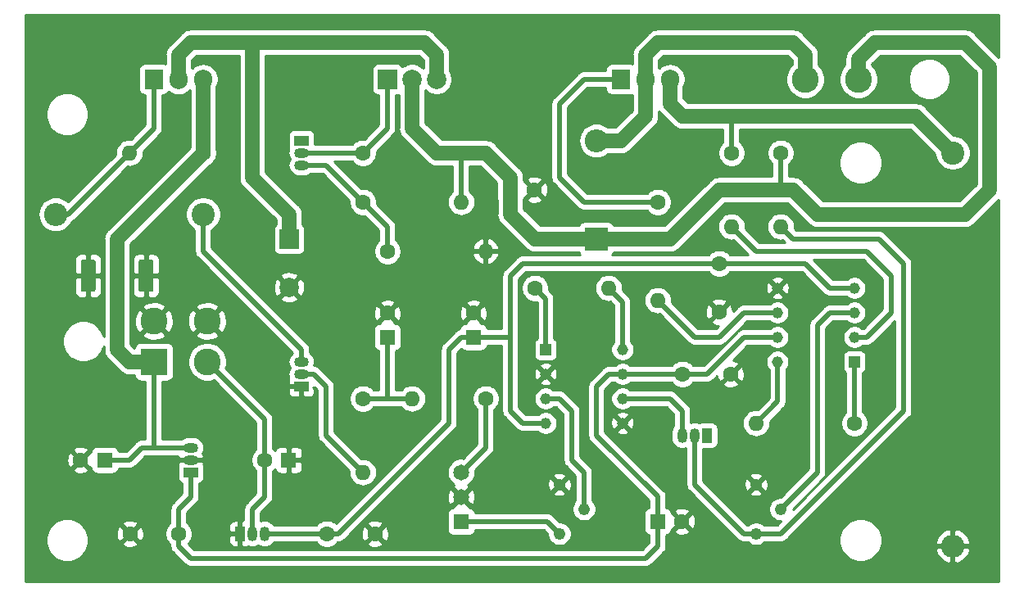
<source format=gbr>
G04 #@! TF.GenerationSoftware,KiCad,Pcbnew,5.0.2+dfsg1-1*
G04 #@! TF.CreationDate,2020-09-04T22:52:39+03:00*
G04 #@! TF.ProjectId,LDriver,4c447269-7665-4722-9e6b-696361645f70,rev?*
G04 #@! TF.SameCoordinates,Original*
G04 #@! TF.FileFunction,Copper,L2,Bot*
G04 #@! TF.FilePolarity,Positive*
%FSLAX46Y46*%
G04 Gerber Fmt 4.6, Leading zero omitted, Abs format (unit mm)*
G04 Created by KiCad (PCBNEW 5.0.2+dfsg1-1) date пт, 04-вер-2020 22:52:39 +0300*
%MOMM*%
%LPD*%
G01*
G04 APERTURE LIST*
G04 #@! TA.AperFunction,ComponentPad*
%ADD10O,1.600000X1.600000*%
G04 #@! TD*
G04 #@! TA.AperFunction,ComponentPad*
%ADD11C,1.600000*%
G04 #@! TD*
G04 #@! TA.AperFunction,ComponentPad*
%ADD12R,1.050000X1.500000*%
G04 #@! TD*
G04 #@! TA.AperFunction,ComponentPad*
%ADD13O,1.050000X1.500000*%
G04 #@! TD*
G04 #@! TA.AperFunction,ComponentPad*
%ADD14C,1.650000*%
G04 #@! TD*
G04 #@! TA.AperFunction,ComponentPad*
%ADD15R,1.650000X1.650000*%
G04 #@! TD*
G04 #@! TA.AperFunction,ComponentPad*
%ADD16C,2.000000*%
G04 #@! TD*
G04 #@! TA.AperFunction,ComponentPad*
%ADD17R,2.000000X2.000000*%
G04 #@! TD*
G04 #@! TA.AperFunction,ComponentPad*
%ADD18R,1.600000X1.600000*%
G04 #@! TD*
G04 #@! TA.AperFunction,ComponentPad*
%ADD19R,1.500000X1.050000*%
G04 #@! TD*
G04 #@! TA.AperFunction,ComponentPad*
%ADD20O,1.500000X1.050000*%
G04 #@! TD*
G04 #@! TA.AperFunction,ComponentPad*
%ADD21R,1.160000X1.160000*%
G04 #@! TD*
G04 #@! TA.AperFunction,ComponentPad*
%ADD22C,1.160000*%
G04 #@! TD*
G04 #@! TA.AperFunction,ComponentPad*
%ADD23C,2.775000*%
G04 #@! TD*
G04 #@! TA.AperFunction,ComponentPad*
%ADD24R,2.775000X2.775000*%
G04 #@! TD*
G04 #@! TA.AperFunction,ComponentPad*
%ADD25O,1.905000X2.000000*%
G04 #@! TD*
G04 #@! TA.AperFunction,ComponentPad*
%ADD26R,1.905000X2.000000*%
G04 #@! TD*
G04 #@! TA.AperFunction,ComponentPad*
%ADD27O,2.400000X2.400000*%
G04 #@! TD*
G04 #@! TA.AperFunction,ComponentPad*
%ADD28C,2.400000*%
G04 #@! TD*
G04 #@! TA.AperFunction,ComponentPad*
%ADD29C,1.217000*%
G04 #@! TD*
G04 #@! TA.AperFunction,ComponentPad*
%ADD30R,2.400000X2.400000*%
G04 #@! TD*
G04 #@! TA.AperFunction,Conductor*
%ADD31C,0.100000*%
G04 #@! TD*
G04 #@! TA.AperFunction,SMDPad,CuDef*
%ADD32C,1.525000*%
G04 #@! TD*
G04 #@! TA.AperFunction,Conductor*
%ADD33C,1.500000*%
G04 #@! TD*
G04 #@! TA.AperFunction,Conductor*
%ADD34C,0.500000*%
G04 #@! TD*
G04 #@! TA.AperFunction,Conductor*
%ADD35C,0.254000*%
G04 #@! TD*
G04 APERTURE END LIST*
D10*
G04 #@! TO.P,R7,2*
G04 #@! TO.N,Net-(D2-Pad2)*
X180340000Y-91440000D03*
D11*
G04 #@! TO.P,R7,1*
G04 #@! TO.N,/LD_power*
X180340000Y-83820000D03*
G04 #@! TD*
D12*
G04 #@! TO.P,D2,1*
G04 #@! TO.N,N/C*
X172720000Y-113030000D03*
D13*
G04 #@! TO.P,D2,3*
G04 #@! TO.N,Net-(D2-Pad3)*
X170180000Y-113030000D03*
G04 #@! TO.P,D2,2*
G04 #@! TO.N,Net-(D2-Pad2)*
X171450000Y-113030000D03*
G04 #@! TD*
D14*
G04 #@! TO.P,J2,3*
G04 #@! TO.N,/LD_On*
X147320000Y-116840000D03*
G04 #@! TO.P,J2,2*
G04 #@! TO.N,GND*
X147320000Y-119380000D03*
D15*
G04 #@! TO.P,J2,1*
G04 #@! TO.N,/LD_control*
X147320000Y-121920000D03*
G04 #@! TD*
D16*
G04 #@! TO.P,C1,2*
G04 #@! TO.N,GND*
X129540000Y-97710000D03*
D17*
G04 #@! TO.P,C1,1*
G04 #@! TO.N,Net-(C1-Pad1)*
X129540000Y-92710000D03*
G04 #@! TD*
D11*
G04 #@! TO.P,C2,2*
G04 #@! TO.N,GND*
X107990000Y-115570000D03*
D18*
G04 #@! TO.P,C2,1*
G04 #@! TO.N,/12V*
X110490000Y-115570000D03*
G04 #@! TD*
D11*
G04 #@! TO.P,C3,2*
G04 #@! TO.N,GND*
X113110000Y-123190000D03*
G04 #@! TO.P,C3,1*
G04 #@! TO.N,/9V*
X118110000Y-123190000D03*
G04 #@! TD*
G04 #@! TO.P,C4,2*
G04 #@! TO.N,/-12V*
X127000000Y-115570000D03*
D18*
G04 #@! TO.P,C4,1*
G04 #@! TO.N,GND*
X129500000Y-115570000D03*
G04 #@! TD*
D11*
G04 #@! TO.P,C5,1*
G04 #@! TO.N,GND*
X138430000Y-123190000D03*
G04 #@! TO.P,C5,2*
G04 #@! TO.N,/-9V*
X133430000Y-123190000D03*
G04 #@! TD*
G04 #@! TO.P,C6,2*
G04 #@! TO.N,GND*
X154900000Y-87630000D03*
D18*
G04 #@! TO.P,C6,1*
G04 #@! TO.N,/LD_power*
X152400000Y-87630000D03*
G04 #@! TD*
D11*
G04 #@! TO.P,C7,1*
G04 #@! TO.N,/-9V*
X173990000Y-95250000D03*
G04 #@! TO.P,C7,2*
G04 #@! TO.N,GND*
X173990000Y-100250000D03*
G04 #@! TD*
D18*
G04 #@! TO.P,C8,1*
G04 #@! TO.N,/-9V*
X148590000Y-102870000D03*
D11*
G04 #@! TO.P,C8,2*
G04 #@! TO.N,GND*
X148590000Y-100370000D03*
G04 #@! TD*
D18*
G04 #@! TO.P,C9,1*
G04 #@! TO.N,/9V*
X167640000Y-121920000D03*
D11*
G04 #@! TO.P,C9,2*
G04 #@! TO.N,GND*
X170140000Y-121920000D03*
G04 #@! TD*
G04 #@! TO.P,C10,1*
G04 #@! TO.N,/9V*
X170180000Y-106680000D03*
G04 #@! TO.P,C10,2*
G04 #@! TO.N,GND*
X175180000Y-106680000D03*
G04 #@! TD*
D19*
G04 #@! TO.P,D1,1*
G04 #@! TO.N,N/C*
X130810000Y-82550000D03*
D20*
G04 #@! TO.P,D1,3*
G04 #@! TO.N,Net-(D1-Pad3)*
X130810000Y-85090000D03*
G04 #@! TO.P,D1,2*
G04 #@! TO.N,Net-(D1-Pad2)*
X130810000Y-83820000D03*
G04 #@! TD*
D21*
G04 #@! TO.P,IC1,1*
G04 #@! TO.N,Net-(IC1-Pad1)*
X156050000Y-104140000D03*
D22*
G04 #@! TO.P,IC1,2*
G04 #@! TO.N,GND*
X156050000Y-106680000D03*
G04 #@! TO.P,IC1,3*
G04 #@! TO.N,Net-(IC1-Pad3)*
X156050000Y-109220000D03*
G04 #@! TO.P,IC1,4*
G04 #@! TO.N,/-9V*
X156050000Y-111760000D03*
G04 #@! TO.P,IC1,5*
G04 #@! TO.N,GND*
X163990000Y-111760000D03*
G04 #@! TO.P,IC1,6*
G04 #@! TO.N,Net-(D2-Pad3)*
X163990000Y-109220000D03*
G04 #@! TO.P,IC1,7*
G04 #@! TO.N,/9V*
X163990000Y-106680000D03*
G04 #@! TO.P,IC1,8*
G04 #@! TO.N,Net-(IC1-Pad8)*
X163990000Y-104140000D03*
G04 #@! TD*
D21*
G04 #@! TO.P,IC2,1*
G04 #@! TO.N,Net-(IC2-Pad1)*
X187960000Y-105410000D03*
D22*
G04 #@! TO.P,IC2,2*
G04 #@! TO.N,Net-(IC2-Pad2)*
X187960000Y-102870000D03*
G04 #@! TO.P,IC2,3*
G04 #@! TO.N,/I_set*
X187960000Y-100330000D03*
G04 #@! TO.P,IC2,4*
G04 #@! TO.N,/-9V*
X187960000Y-97790000D03*
G04 #@! TO.P,IC2,5*
G04 #@! TO.N,GND*
X180020000Y-97790000D03*
G04 #@! TO.P,IC2,6*
G04 #@! TO.N,/I_control*
X180020000Y-100330000D03*
G04 #@! TO.P,IC2,7*
G04 #@! TO.N,/9V*
X180020000Y-102870000D03*
G04 #@! TO.P,IC2,8*
G04 #@! TO.N,Net-(IC2-Pad8)*
X180020000Y-105410000D03*
G04 #@! TD*
D23*
G04 #@! TO.P,J1,4*
G04 #@! TO.N,GND*
X121070000Y-101210000D03*
G04 #@! TO.P,J1,3*
G04 #@! TO.N,/-12V*
X121070000Y-105410000D03*
G04 #@! TO.P,J1,2*
G04 #@! TO.N,GND*
X115570000Y-101210000D03*
D24*
G04 #@! TO.P,J1,1*
G04 #@! TO.N,/12V*
X115570000Y-105410000D03*
G04 #@! TD*
D23*
G04 #@! TO.P,J3,2*
G04 #@! TO.N,Net-(D3-Pad2)*
X182880000Y-76200000D03*
G04 #@! TO.P,J3,1*
G04 #@! TO.N,/LD_power*
X188380000Y-76200000D03*
G04 #@! TD*
D19*
G04 #@! TO.P,Q1,1*
G04 #@! TO.N,GND*
X130810000Y-107950000D03*
D20*
G04 #@! TO.P,Q1,3*
G04 #@! TO.N,Net-(Q1-Pad3)*
X130810000Y-105410000D03*
G04 #@! TO.P,Q1,2*
G04 #@! TO.N,Net-(Q1-Pad2)*
X130810000Y-106680000D03*
G04 #@! TD*
D25*
G04 #@! TO.P,Q2,3*
G04 #@! TO.N,/12V*
X120650000Y-76200000D03*
G04 #@! TO.P,Q2,2*
G04 #@! TO.N,Net-(C1-Pad1)*
X118110000Y-76200000D03*
D26*
G04 #@! TO.P,Q2,1*
G04 #@! TO.N,Net-(Q2-Pad1)*
X115570000Y-76200000D03*
G04 #@! TD*
G04 #@! TO.P,Q3,1*
G04 #@! TO.N,Net-(Q3-Pad1)*
X163830000Y-76200000D03*
D25*
G04 #@! TO.P,Q3,2*
G04 #@! TO.N,Net-(D3-Pad2)*
X166370000Y-76200000D03*
G04 #@! TO.P,Q3,3*
G04 #@! TO.N,/I_Fb*
X168910000Y-76200000D03*
G04 #@! TD*
D27*
G04 #@! TO.P,R2,2*
G04 #@! TO.N,Net-(Q2-Pad1)*
X105410000Y-90170000D03*
D28*
G04 #@! TO.P,R2,1*
G04 #@! TO.N,Net-(Q1-Pad3)*
X120650000Y-90170000D03*
G04 #@! TD*
D11*
G04 #@! TO.P,R4,1*
G04 #@! TO.N,Net-(D1-Pad2)*
X137160000Y-83820000D03*
D10*
G04 #@! TO.P,R4,2*
G04 #@! TO.N,/LD_power*
X147320000Y-83820000D03*
G04 #@! TD*
D11*
G04 #@! TO.P,R5,1*
G04 #@! TO.N,Net-(D1-Pad3)*
X137160000Y-88900000D03*
D10*
G04 #@! TO.P,R5,2*
G04 #@! TO.N,/LD_power*
X147320000Y-88900000D03*
G04 #@! TD*
D11*
G04 #@! TO.P,R6,1*
G04 #@! TO.N,Net-(D1-Pad3)*
X139700000Y-93980000D03*
D10*
G04 #@! TO.P,R6,2*
G04 #@! TO.N,GND*
X149860000Y-93980000D03*
G04 #@! TD*
D11*
G04 #@! TO.P,R10,1*
G04 #@! TO.N,Net-(IC2-Pad1)*
X187960000Y-111760000D03*
D10*
G04 #@! TO.P,R10,2*
G04 #@! TO.N,Net-(IC2-Pad8)*
X177800000Y-111760000D03*
G04 #@! TD*
D16*
G04 #@! TO.P,U1,3*
G04 #@! TO.N,Net-(C1-Pad1)*
X144780000Y-76200000D03*
G04 #@! TO.P,U1,2*
G04 #@! TO.N,/LD_power*
X142240000Y-76200000D03*
D17*
G04 #@! TO.P,U1,1*
G04 #@! TO.N,Net-(D1-Pad2)*
X139700000Y-76200000D03*
G04 #@! TD*
D19*
G04 #@! TO.P,U2,1*
G04 #@! TO.N,/9V*
X119380000Y-116840000D03*
D20*
G04 #@! TO.P,U2,3*
G04 #@! TO.N,/12V*
X119380000Y-114300000D03*
G04 #@! TO.P,U2,2*
G04 #@! TO.N,GND*
X119380000Y-115570000D03*
G04 #@! TD*
D13*
G04 #@! TO.P,U3,2*
G04 #@! TO.N,/-12V*
X125730000Y-123190000D03*
G04 #@! TO.P,U3,3*
G04 #@! TO.N,/-9V*
X127000000Y-123190000D03*
D12*
G04 #@! TO.P,U3,1*
G04 #@! TO.N,GND*
X124460000Y-123190000D03*
G04 #@! TD*
D29*
G04 #@! TO.P,VR1,3*
G04 #@! TO.N,/LD_control*
X157480000Y-123190000D03*
G04 #@! TO.P,VR1,2*
G04 #@! TO.N,Net-(IC1-Pad3)*
X160020000Y-120650000D03*
G04 #@! TO.P,VR1,1*
G04 #@! TO.N,GND*
X157480000Y-118110000D03*
G04 #@! TD*
G04 #@! TO.P,VR2,1*
G04 #@! TO.N,GND*
X177800000Y-118110000D03*
G04 #@! TO.P,VR2,2*
G04 #@! TO.N,/I_set*
X180340000Y-120650000D03*
G04 #@! TO.P,VR2,3*
G04 #@! TO.N,Net-(D2-Pad2)*
X177800000Y-123190000D03*
G04 #@! TD*
D27*
G04 #@! TO.P,R12,2*
G04 #@! TO.N,GND*
X198120000Y-124460000D03*
D28*
G04 #@! TO.P,R12,1*
G04 #@! TO.N,/I_Fb*
X198120000Y-83820000D03*
G04 #@! TD*
D27*
G04 #@! TO.P,D3,2*
G04 #@! TO.N,Net-(D3-Pad2)*
X161290000Y-82550000D03*
D30*
G04 #@! TO.P,D3,1*
G04 #@! TO.N,/LD_power*
X161290000Y-92710000D03*
G04 #@! TD*
D10*
G04 #@! TO.P,R11,2*
G04 #@! TO.N,/I_control*
X167640000Y-99060000D03*
D11*
G04 #@! TO.P,R11,1*
G04 #@! TO.N,Net-(Q3-Pad1)*
X167640000Y-88900000D03*
G04 #@! TD*
D10*
G04 #@! TO.P,R8,2*
G04 #@! TO.N,Net-(IC1-Pad8)*
X162560000Y-97790000D03*
D11*
G04 #@! TO.P,R8,1*
G04 #@! TO.N,Net-(IC1-Pad1)*
X154940000Y-97790000D03*
G04 #@! TD*
D10*
G04 #@! TO.P,R9,2*
G04 #@! TO.N,Net-(IC2-Pad2)*
X175260000Y-91440000D03*
D11*
G04 #@! TO.P,R9,1*
G04 #@! TO.N,/I_Fb*
X175260000Y-83820000D03*
G04 #@! TD*
G04 #@! TO.P,C11,2*
G04 #@! TO.N,GND*
X139700000Y-100370000D03*
D18*
G04 #@! TO.P,C11,1*
G04 #@! TO.N,Net-(C11-Pad1)*
X139700000Y-102870000D03*
G04 #@! TD*
D11*
G04 #@! TO.P,R1,1*
G04 #@! TO.N,Net-(C11-Pad1)*
X137160000Y-109220000D03*
D10*
G04 #@! TO.P,R1,2*
G04 #@! TO.N,Net-(Q1-Pad2)*
X137160000Y-116840000D03*
G04 #@! TD*
G04 #@! TO.P,R13,2*
G04 #@! TO.N,Net-(C11-Pad1)*
X142240000Y-109220000D03*
D11*
G04 #@! TO.P,R13,1*
G04 #@! TO.N,/LD_On*
X149860000Y-109220000D03*
G04 #@! TD*
G04 #@! TO.P,R3,1*
G04 #@! TO.N,/12V*
X120650000Y-83820000D03*
D10*
G04 #@! TO.P,R3,2*
G04 #@! TO.N,Net-(Q2-Pad1)*
X113030000Y-83820000D03*
G04 #@! TD*
D31*
G04 #@! TO.N,GND*
G04 #@! TO.C,R14*
G36*
X109309505Y-94846204D02*
X109333773Y-94849804D01*
X109357572Y-94855765D01*
X109380671Y-94864030D01*
X109402850Y-94874520D01*
X109423893Y-94887132D01*
X109443599Y-94901747D01*
X109461777Y-94918223D01*
X109478253Y-94936401D01*
X109492868Y-94956107D01*
X109505480Y-94977150D01*
X109515970Y-94999329D01*
X109524235Y-95022428D01*
X109530196Y-95046227D01*
X109533796Y-95070495D01*
X109535000Y-95094999D01*
X109535000Y-97945001D01*
X109533796Y-97969505D01*
X109530196Y-97993773D01*
X109524235Y-98017572D01*
X109515970Y-98040671D01*
X109505480Y-98062850D01*
X109492868Y-98083893D01*
X109478253Y-98103599D01*
X109461777Y-98121777D01*
X109443599Y-98138253D01*
X109423893Y-98152868D01*
X109402850Y-98165480D01*
X109380671Y-98175970D01*
X109357572Y-98184235D01*
X109333773Y-98190196D01*
X109309505Y-98193796D01*
X109285001Y-98195000D01*
X108259999Y-98195000D01*
X108235495Y-98193796D01*
X108211227Y-98190196D01*
X108187428Y-98184235D01*
X108164329Y-98175970D01*
X108142150Y-98165480D01*
X108121107Y-98152868D01*
X108101401Y-98138253D01*
X108083223Y-98121777D01*
X108066747Y-98103599D01*
X108052132Y-98083893D01*
X108039520Y-98062850D01*
X108029030Y-98040671D01*
X108020765Y-98017572D01*
X108014804Y-97993773D01*
X108011204Y-97969505D01*
X108010000Y-97945001D01*
X108010000Y-95094999D01*
X108011204Y-95070495D01*
X108014804Y-95046227D01*
X108020765Y-95022428D01*
X108029030Y-94999329D01*
X108039520Y-94977150D01*
X108052132Y-94956107D01*
X108066747Y-94936401D01*
X108083223Y-94918223D01*
X108101401Y-94901747D01*
X108121107Y-94887132D01*
X108142150Y-94874520D01*
X108164329Y-94864030D01*
X108187428Y-94855765D01*
X108211227Y-94849804D01*
X108235495Y-94846204D01*
X108259999Y-94845000D01*
X109285001Y-94845000D01*
X109309505Y-94846204D01*
X109309505Y-94846204D01*
G37*
D32*
G04 #@! TD*
G04 #@! TO.P,R14,1*
G04 #@! TO.N,GND*
X108772500Y-96520000D03*
D31*
G04 #@! TO.N,GND*
G04 #@! TO.C,R14*
G36*
X115284505Y-94846204D02*
X115308773Y-94849804D01*
X115332572Y-94855765D01*
X115355671Y-94864030D01*
X115377850Y-94874520D01*
X115398893Y-94887132D01*
X115418599Y-94901747D01*
X115436777Y-94918223D01*
X115453253Y-94936401D01*
X115467868Y-94956107D01*
X115480480Y-94977150D01*
X115490970Y-94999329D01*
X115499235Y-95022428D01*
X115505196Y-95046227D01*
X115508796Y-95070495D01*
X115510000Y-95094999D01*
X115510000Y-97945001D01*
X115508796Y-97969505D01*
X115505196Y-97993773D01*
X115499235Y-98017572D01*
X115490970Y-98040671D01*
X115480480Y-98062850D01*
X115467868Y-98083893D01*
X115453253Y-98103599D01*
X115436777Y-98121777D01*
X115418599Y-98138253D01*
X115398893Y-98152868D01*
X115377850Y-98165480D01*
X115355671Y-98175970D01*
X115332572Y-98184235D01*
X115308773Y-98190196D01*
X115284505Y-98193796D01*
X115260001Y-98195000D01*
X114234999Y-98195000D01*
X114210495Y-98193796D01*
X114186227Y-98190196D01*
X114162428Y-98184235D01*
X114139329Y-98175970D01*
X114117150Y-98165480D01*
X114096107Y-98152868D01*
X114076401Y-98138253D01*
X114058223Y-98121777D01*
X114041747Y-98103599D01*
X114027132Y-98083893D01*
X114014520Y-98062850D01*
X114004030Y-98040671D01*
X113995765Y-98017572D01*
X113989804Y-97993773D01*
X113986204Y-97969505D01*
X113985000Y-97945001D01*
X113985000Y-95094999D01*
X113986204Y-95070495D01*
X113989804Y-95046227D01*
X113995765Y-95022428D01*
X114004030Y-94999329D01*
X114014520Y-94977150D01*
X114027132Y-94956107D01*
X114041747Y-94936401D01*
X114058223Y-94918223D01*
X114076401Y-94901747D01*
X114096107Y-94887132D01*
X114117150Y-94874520D01*
X114139329Y-94864030D01*
X114162428Y-94855765D01*
X114186227Y-94849804D01*
X114210495Y-94846204D01*
X114234999Y-94845000D01*
X115260001Y-94845000D01*
X115284505Y-94846204D01*
X115284505Y-94846204D01*
G37*
D32*
G04 #@! TD*
G04 #@! TO.P,R14,2*
G04 #@! TO.N,GND*
X114747500Y-96520000D03*
D33*
G04 #@! TO.N,Net-(C1-Pad1)*
X118110000Y-76200000D02*
X118110000Y-73660000D01*
X118110000Y-73660000D02*
X119380000Y-72390000D01*
X143510000Y-72390000D02*
X144780000Y-73660000D01*
X144780000Y-73660000D02*
X144780000Y-76200000D01*
X129540000Y-92710000D02*
X129540000Y-90170000D01*
X129540000Y-90170000D02*
X125730000Y-86360000D01*
X125730000Y-86360000D02*
X125730000Y-72390000D01*
X119380000Y-72390000D02*
X125730000Y-72390000D01*
X125730000Y-72390000D02*
X143510000Y-72390000D01*
D34*
G04 #@! TO.N,Net-(D1-Pad3)*
X133350000Y-85090000D02*
X137160000Y-88900000D01*
X130810000Y-85090000D02*
X133350000Y-85090000D01*
X137160000Y-88900000D02*
X139700000Y-91440000D01*
X139700000Y-91440000D02*
X139700000Y-93980000D01*
G04 #@! TO.N,Net-(D1-Pad2)*
X137160000Y-83820000D02*
X130810000Y-83820000D01*
X137160000Y-83820000D02*
X139700000Y-81280000D01*
X139700000Y-81280000D02*
X139700000Y-76200000D01*
G04 #@! TO.N,Net-(D2-Pad2)*
X180340000Y-123190000D02*
X177800000Y-123190000D01*
X193040000Y-110490000D02*
X180340000Y-123190000D01*
X193040000Y-95250000D02*
X193040000Y-110490000D01*
X190500000Y-92710000D02*
X193040000Y-95250000D01*
X180340000Y-91440000D02*
X181610000Y-92710000D01*
X181610000Y-92710000D02*
X190500000Y-92710000D01*
X176530000Y-123190000D02*
X177800000Y-123190000D01*
X171450000Y-118110000D02*
X176530000Y-123190000D01*
X171450000Y-118110000D02*
X171450000Y-113030000D01*
G04 #@! TO.N,Net-(D2-Pad3)*
X170180000Y-110490000D02*
X170180000Y-113030000D01*
X170180000Y-110490000D02*
X168910000Y-109220000D01*
X168910000Y-109220000D02*
X163990000Y-109220000D01*
G04 #@! TO.N,Net-(IC1-Pad1)*
X156050000Y-98900000D02*
X154940000Y-97790000D01*
X156050000Y-104140000D02*
X156050000Y-98900000D01*
G04 #@! TO.N,Net-(IC1-Pad3)*
X157480000Y-109220000D02*
X158750000Y-110490000D01*
X156050000Y-109220000D02*
X157480000Y-109220000D01*
X160020000Y-116840000D02*
X160020000Y-120650000D01*
X158750000Y-115570000D02*
X160020000Y-116840000D01*
X158750000Y-110490000D02*
X158750000Y-115570000D01*
G04 #@! TO.N,Net-(IC1-Pad8)*
X163990000Y-99220000D02*
X162560000Y-97790000D01*
X163990000Y-104140000D02*
X163990000Y-99220000D01*
G04 #@! TO.N,Net-(IC2-Pad8)*
X180020000Y-109540000D02*
X177800000Y-111760000D01*
X180020000Y-105410000D02*
X180020000Y-109540000D01*
G04 #@! TO.N,Net-(IC2-Pad2)*
X187960000Y-102870000D02*
X189230000Y-102870000D01*
X189230000Y-102870000D02*
X191770000Y-100330000D01*
X191770000Y-100330000D02*
X191770000Y-96520000D01*
X191770000Y-96520000D02*
X189230000Y-93980000D01*
X175260000Y-91440000D02*
X177800000Y-93980000D01*
X177800000Y-93980000D02*
X189230000Y-93980000D01*
G04 #@! TO.N,Net-(IC2-Pad1)*
X187960000Y-105410000D02*
X187960000Y-111760000D01*
G04 #@! TO.N,Net-(Q1-Pad2)*
X130810000Y-106680000D02*
X132080000Y-106680000D01*
X132080000Y-106680000D02*
X133350000Y-107950000D01*
X133350000Y-113030000D02*
X137160000Y-116840000D01*
X133350000Y-107950000D02*
X133350000Y-113030000D01*
G04 #@! TO.N,Net-(Q1-Pad3)*
X130810000Y-105410000D02*
X130810000Y-104140000D01*
X130810000Y-104140000D02*
X120650000Y-93980000D01*
X120650000Y-93980000D02*
X120650000Y-90170000D01*
G04 #@! TO.N,Net-(Q2-Pad1)*
X105410000Y-90170000D02*
X106680000Y-90170000D01*
X106680000Y-90170000D02*
X113030000Y-83820000D01*
X113030000Y-83820000D02*
X115570000Y-81280000D01*
X115570000Y-81280000D02*
X115570000Y-76200000D01*
G04 #@! TO.N,Net-(Q3-Pad1)*
X163830000Y-76200000D02*
X160020000Y-76200000D01*
X160020000Y-76200000D02*
X157480000Y-78740000D01*
X157480000Y-78740000D02*
X157480000Y-86360000D01*
X157480000Y-86360000D02*
X160020000Y-88900000D01*
X160020000Y-88900000D02*
X167640000Y-88900000D01*
G04 #@! TO.N,/12V*
X115570000Y-105410000D02*
X115570000Y-114300000D01*
X110490000Y-115570000D02*
X113030000Y-115570000D01*
X114300000Y-114300000D02*
X119380000Y-114300000D01*
X113030000Y-115570000D02*
X114300000Y-114300000D01*
D33*
X111760000Y-104140000D02*
X111760000Y-92710000D01*
X113030000Y-105410000D02*
X111760000Y-104140000D01*
X115570000Y-105410000D02*
X113030000Y-105410000D01*
X111760000Y-92710000D02*
X120650000Y-83820000D01*
X120650000Y-76200000D02*
X120650000Y-83820000D01*
D34*
G04 #@! TO.N,/9V*
X167640000Y-124460000D02*
X166370000Y-125730000D01*
X162560000Y-106680000D02*
X161290000Y-107950000D01*
X161320000Y-113030000D02*
X167640000Y-119350000D01*
X161290000Y-107950000D02*
X161290000Y-113030000D01*
X161290000Y-113030000D02*
X161320000Y-113030000D01*
X162560000Y-106680000D02*
X163990000Y-106680000D01*
X167640000Y-119350000D02*
X167640000Y-121920000D01*
X167640000Y-124460000D02*
X167640000Y-121920000D01*
X163990000Y-106680000D02*
X170180000Y-106680000D01*
X180020000Y-102870000D02*
X176530000Y-102870000D01*
X176530000Y-102870000D02*
X172720000Y-106680000D01*
X172720000Y-106680000D02*
X170180000Y-106680000D01*
X119380000Y-125730000D02*
X118110000Y-124460000D01*
X118110000Y-124460000D02*
X118110000Y-123190000D01*
X166370000Y-125730000D02*
X119380000Y-125730000D01*
X119380000Y-119380000D02*
X119380000Y-116840000D01*
X118110000Y-120650000D02*
X119380000Y-119380000D01*
X118110000Y-123190000D02*
X118110000Y-120650000D01*
G04 #@! TO.N,/-12V*
X125730000Y-120650000D02*
X125730000Y-123190000D01*
X127000000Y-111340000D02*
X127000000Y-115570000D01*
X121070000Y-105410000D02*
X127000000Y-111340000D01*
X127000000Y-119380000D02*
X125730000Y-120650000D01*
X127000000Y-115570000D02*
X127000000Y-119380000D01*
G04 #@! TO.N,/-9V*
X152400000Y-102870000D02*
X152400000Y-96520000D01*
X153670000Y-111760000D02*
X156050000Y-111760000D01*
X152400000Y-102870000D02*
X152400000Y-110490000D01*
X152400000Y-110490000D02*
X153670000Y-111760000D01*
X152400000Y-96520000D02*
X153670000Y-95250000D01*
X153670000Y-95250000D02*
X182880000Y-95250000D01*
X182880000Y-95250000D02*
X185420000Y-97790000D01*
X185420000Y-97790000D02*
X187960000Y-97790000D01*
X127000000Y-123190000D02*
X133430000Y-123190000D01*
X133430000Y-123190000D02*
X134620000Y-123190000D01*
X134620000Y-123190000D02*
X146050000Y-111760000D01*
X146050000Y-111760000D02*
X146050000Y-104140000D01*
X146050000Y-104140000D02*
X147320000Y-102870000D01*
X147320000Y-102870000D02*
X152400000Y-102870000D01*
D33*
G04 #@! TO.N,/LD_power*
X188380000Y-76200000D02*
X188380000Y-74080000D01*
X188380000Y-74080000D02*
X190070000Y-72390000D01*
X190070000Y-72390000D02*
X199390000Y-72390000D01*
X199390000Y-72390000D02*
X201930000Y-74930000D01*
D34*
X147320000Y-83820000D02*
X147320000Y-88900000D01*
D33*
X152400000Y-90170000D02*
X154940000Y-92710000D01*
X154940000Y-92710000D02*
X161290000Y-92710000D01*
X149860000Y-83820000D02*
X152400000Y-86360000D01*
X152400000Y-86360000D02*
X152400000Y-90170000D01*
X147320000Y-83820000D02*
X149860000Y-83820000D01*
X161290000Y-92710000D02*
X168910000Y-92710000D01*
X168910000Y-92710000D02*
X173990000Y-87630000D01*
D34*
X180340000Y-83820000D02*
X180340000Y-87630000D01*
D33*
X173990000Y-87630000D02*
X180340000Y-87630000D01*
X199390000Y-90170000D02*
X201930000Y-87630000D01*
X201930000Y-74930000D02*
X201930000Y-87630000D01*
X180340000Y-87630000D02*
X181610000Y-87630000D01*
X181610000Y-87630000D02*
X184150000Y-90170000D01*
X184150000Y-90170000D02*
X199390000Y-90170000D01*
X142240000Y-76200000D02*
X142240000Y-81280000D01*
X144780000Y-83820000D02*
X147320000Y-83820000D01*
X142240000Y-81280000D02*
X144780000Y-83820000D01*
D34*
G04 #@! TO.N,/LD_control*
X156210000Y-121920000D02*
X157480000Y-123190000D01*
X147320000Y-121920000D02*
X156210000Y-121920000D01*
G04 #@! TO.N,/LD_On*
X147320000Y-116840000D02*
X149860000Y-114300000D01*
X149860000Y-114300000D02*
X149860000Y-109220000D01*
G04 #@! TO.N,/I_control*
X180020000Y-100330000D02*
X176530000Y-100330000D01*
X176530000Y-100330000D02*
X173990000Y-102870000D01*
X171450000Y-102870000D02*
X167640000Y-99060000D01*
X173990000Y-102870000D02*
X171450000Y-102870000D01*
G04 #@! TO.N,/I_set*
X180340000Y-120650000D02*
X184150000Y-116840000D01*
X184150000Y-101600000D02*
X185420000Y-100330000D01*
X184150000Y-101600000D02*
X184150000Y-116840000D01*
X185420000Y-100330000D02*
X187960000Y-100330000D01*
D33*
G04 #@! TO.N,/I_Fb*
X168910000Y-76200000D02*
X168910000Y-78740000D01*
X168910000Y-78740000D02*
X170180000Y-80010000D01*
X194310000Y-80010000D02*
X198120000Y-83820000D01*
D34*
X175260000Y-83820000D02*
X175260000Y-80010000D01*
D33*
X170180000Y-80010000D02*
X175260000Y-80010000D01*
X175260000Y-80010000D02*
X194310000Y-80010000D01*
D34*
G04 #@! TO.N,Net-(C11-Pad1)*
X142240000Y-109220000D02*
X139700000Y-109220000D01*
X139700000Y-102870000D02*
X139700000Y-109220000D01*
X139700000Y-109220000D02*
X137160000Y-109220000D01*
D33*
G04 #@! TO.N,Net-(D3-Pad2)*
X166370000Y-76200000D02*
X166370000Y-73660000D01*
X166370000Y-73660000D02*
X167640000Y-72390000D01*
X167640000Y-72390000D02*
X181610000Y-72390000D01*
X181610000Y-72390000D02*
X182880000Y-73660000D01*
X182880000Y-73660000D02*
X182880000Y-76200000D01*
X166370000Y-76200000D02*
X166370000Y-80010000D01*
X166370000Y-80010000D02*
X163830000Y-82550000D01*
X163830000Y-82550000D02*
X161290000Y-82550000D01*
G04 #@! TD*
D35*
G04 #@! TO.N,GND*
G36*
X202890001Y-73926158D02*
X202861235Y-73902550D01*
X200417454Y-71458769D01*
X200374081Y-71405919D01*
X200163188Y-71232843D01*
X199922581Y-71104236D01*
X199661507Y-71025040D01*
X199458037Y-71005000D01*
X199458029Y-71005000D01*
X199390000Y-70998300D01*
X199321971Y-71005000D01*
X190138029Y-71005000D01*
X190070000Y-70998300D01*
X190001971Y-71005000D01*
X190001963Y-71005000D01*
X189821892Y-71022735D01*
X189798492Y-71025040D01*
X189537419Y-71104236D01*
X189296812Y-71232843D01*
X189187108Y-71322875D01*
X189138766Y-71362548D01*
X189138764Y-71362550D01*
X189085919Y-71405919D01*
X189042550Y-71458764D01*
X187448764Y-73052551D01*
X187395920Y-73095919D01*
X187352551Y-73148764D01*
X187352548Y-73148767D01*
X187222844Y-73306812D01*
X187094236Y-73547420D01*
X187015040Y-73808493D01*
X186988300Y-74080000D01*
X186995001Y-74148039D01*
X186995001Y-74724752D01*
X186809022Y-74910731D01*
X186587684Y-75241987D01*
X186435224Y-75610059D01*
X186357500Y-76000801D01*
X186357500Y-76399199D01*
X186435224Y-76789941D01*
X186587684Y-77158013D01*
X186809022Y-77489269D01*
X187090731Y-77770978D01*
X187421987Y-77992316D01*
X187790059Y-78144776D01*
X188180801Y-78222500D01*
X188579199Y-78222500D01*
X188969941Y-78144776D01*
X189338013Y-77992316D01*
X189669269Y-77770978D01*
X189950978Y-77489269D01*
X190172316Y-77158013D01*
X190324776Y-76789941D01*
X190402500Y-76399199D01*
X190402500Y-76000801D01*
X190399807Y-75987259D01*
X193520000Y-75987259D01*
X193520000Y-76412741D01*
X193603008Y-76830049D01*
X193765833Y-77223144D01*
X194002219Y-77576920D01*
X194303080Y-77877781D01*
X194656856Y-78114167D01*
X195049951Y-78276992D01*
X195467259Y-78360000D01*
X195892741Y-78360000D01*
X196310049Y-78276992D01*
X196703144Y-78114167D01*
X197056920Y-77877781D01*
X197357781Y-77576920D01*
X197594167Y-77223144D01*
X197756992Y-76830049D01*
X197840000Y-76412741D01*
X197840000Y-75987259D01*
X197756992Y-75569951D01*
X197594167Y-75176856D01*
X197357781Y-74823080D01*
X197056920Y-74522219D01*
X196703144Y-74285833D01*
X196310049Y-74123008D01*
X195892741Y-74040000D01*
X195467259Y-74040000D01*
X195049951Y-74123008D01*
X194656856Y-74285833D01*
X194303080Y-74522219D01*
X194002219Y-74823080D01*
X193765833Y-75176856D01*
X193603008Y-75569951D01*
X193520000Y-75987259D01*
X190399807Y-75987259D01*
X190324776Y-75610059D01*
X190172316Y-75241987D01*
X189950978Y-74910731D01*
X189765000Y-74724753D01*
X189765000Y-74653685D01*
X190643686Y-73775000D01*
X198816315Y-73775000D01*
X200545000Y-75503685D01*
X200545001Y-87056314D01*
X198816315Y-88785000D01*
X184723685Y-88785000D01*
X182637454Y-86698769D01*
X182594081Y-86645919D01*
X182383188Y-86472843D01*
X182142581Y-86344236D01*
X181881507Y-86265040D01*
X181678037Y-86245000D01*
X181678029Y-86245000D01*
X181610000Y-86238300D01*
X181541971Y-86245000D01*
X181225000Y-86245000D01*
X181225000Y-84954521D01*
X181254759Y-84934637D01*
X181454637Y-84734759D01*
X181524720Y-84629872D01*
X186365000Y-84629872D01*
X186365000Y-85070128D01*
X186450890Y-85501925D01*
X186619369Y-85908669D01*
X186863962Y-86274729D01*
X187175271Y-86586038D01*
X187541331Y-86830631D01*
X187948075Y-86999110D01*
X188379872Y-87085000D01*
X188820128Y-87085000D01*
X189251925Y-86999110D01*
X189658669Y-86830631D01*
X190024729Y-86586038D01*
X190336038Y-86274729D01*
X190580631Y-85908669D01*
X190749110Y-85501925D01*
X190835000Y-85070128D01*
X190835000Y-84629872D01*
X190749110Y-84198075D01*
X190580631Y-83791331D01*
X190336038Y-83425271D01*
X190024729Y-83113962D01*
X189658669Y-82869369D01*
X189251925Y-82700890D01*
X188820128Y-82615000D01*
X188379872Y-82615000D01*
X187948075Y-82700890D01*
X187541331Y-82869369D01*
X187175271Y-83113962D01*
X186863962Y-83425271D01*
X186619369Y-83791331D01*
X186450890Y-84198075D01*
X186365000Y-84629872D01*
X181524720Y-84629872D01*
X181611680Y-84499727D01*
X181719853Y-84238574D01*
X181775000Y-83961335D01*
X181775000Y-83678665D01*
X181719853Y-83401426D01*
X181611680Y-83140273D01*
X181454637Y-82905241D01*
X181254759Y-82705363D01*
X181019727Y-82548320D01*
X180758574Y-82440147D01*
X180481335Y-82385000D01*
X180198665Y-82385000D01*
X179921426Y-82440147D01*
X179660273Y-82548320D01*
X179425241Y-82705363D01*
X179225363Y-82905241D01*
X179068320Y-83140273D01*
X178960147Y-83401426D01*
X178905000Y-83678665D01*
X178905000Y-83961335D01*
X178960147Y-84238574D01*
X179068320Y-84499727D01*
X179225363Y-84734759D01*
X179425241Y-84934637D01*
X179455000Y-84954521D01*
X179455001Y-86245000D01*
X174058029Y-86245000D01*
X173990000Y-86238300D01*
X173921971Y-86245000D01*
X173921963Y-86245000D01*
X173741892Y-86262735D01*
X173718492Y-86265040D01*
X173516226Y-86326397D01*
X173457419Y-86344236D01*
X173216812Y-86472843D01*
X173142914Y-86533490D01*
X173058766Y-86602548D01*
X173058765Y-86602549D01*
X173005919Y-86645919D01*
X172962550Y-86698764D01*
X168336315Y-91325000D01*
X163097454Y-91325000D01*
X163079502Y-91265820D01*
X163020537Y-91155506D01*
X162941185Y-91058815D01*
X162844494Y-90979463D01*
X162734180Y-90920498D01*
X162614482Y-90884188D01*
X162490000Y-90871928D01*
X160090000Y-90871928D01*
X159965518Y-90884188D01*
X159845820Y-90920498D01*
X159735506Y-90979463D01*
X159638815Y-91058815D01*
X159559463Y-91155506D01*
X159500498Y-91265820D01*
X159482546Y-91325000D01*
X155513685Y-91325000D01*
X153785000Y-89596315D01*
X153785000Y-88682603D01*
X153789502Y-88674180D01*
X153805117Y-88622702D01*
X154086903Y-88622702D01*
X154158486Y-88866671D01*
X154413996Y-88987571D01*
X154688184Y-89056300D01*
X154970512Y-89070217D01*
X155250130Y-89028787D01*
X155516292Y-88933603D01*
X155641514Y-88866671D01*
X155713097Y-88622702D01*
X154900000Y-87809605D01*
X154086903Y-88622702D01*
X153805117Y-88622702D01*
X153825812Y-88554482D01*
X153838072Y-88430000D01*
X153838072Y-88422785D01*
X153907298Y-88443097D01*
X154720395Y-87630000D01*
X155079605Y-87630000D01*
X155892702Y-88443097D01*
X156136671Y-88371514D01*
X156257571Y-88116004D01*
X156326300Y-87841816D01*
X156340217Y-87559488D01*
X156298787Y-87279870D01*
X156203603Y-87013708D01*
X156136671Y-86888486D01*
X155892702Y-86816903D01*
X155079605Y-87630000D01*
X154720395Y-87630000D01*
X153907298Y-86816903D01*
X153838072Y-86837215D01*
X153838072Y-86830000D01*
X153825812Y-86705518D01*
X153805118Y-86637298D01*
X154086903Y-86637298D01*
X154900000Y-87450395D01*
X155713097Y-86637298D01*
X155641514Y-86393329D01*
X155386004Y-86272429D01*
X155111816Y-86203700D01*
X154829488Y-86189783D01*
X154549870Y-86231213D01*
X154283708Y-86326397D01*
X154158486Y-86393329D01*
X154086903Y-86637298D01*
X153805118Y-86637298D01*
X153789502Y-86585820D01*
X153785000Y-86577397D01*
X153785000Y-86428026D01*
X153791700Y-86359999D01*
X153785000Y-86291972D01*
X153785000Y-86291963D01*
X153764960Y-86088493D01*
X153685764Y-85827419D01*
X153557157Y-85586812D01*
X153441723Y-85446156D01*
X153427451Y-85428766D01*
X153427450Y-85428765D01*
X153384080Y-85375919D01*
X153331235Y-85332550D01*
X150887454Y-82888769D01*
X150844081Y-82835919D01*
X150633188Y-82662843D01*
X150392581Y-82534236D01*
X150131507Y-82455040D01*
X149928037Y-82435000D01*
X149928029Y-82435000D01*
X149860000Y-82428300D01*
X149791971Y-82435000D01*
X147697688Y-82435000D01*
X147601309Y-82405764D01*
X147390492Y-82385000D01*
X147249508Y-82385000D01*
X147038691Y-82405764D01*
X146942312Y-82435000D01*
X145353685Y-82435000D01*
X143625000Y-80706315D01*
X143625000Y-78740000D01*
X156590719Y-78740000D01*
X156595000Y-78783469D01*
X156595001Y-86316521D01*
X156590719Y-86360000D01*
X156607805Y-86533490D01*
X156658412Y-86700313D01*
X156740590Y-86854059D01*
X156823468Y-86955046D01*
X156823471Y-86955049D01*
X156851184Y-86988817D01*
X156884951Y-87016529D01*
X159363470Y-89495049D01*
X159391183Y-89528817D01*
X159424951Y-89556530D01*
X159424953Y-89556532D01*
X159453216Y-89579727D01*
X159525941Y-89639411D01*
X159679687Y-89721589D01*
X159846510Y-89772195D01*
X159976523Y-89785000D01*
X159976533Y-89785000D01*
X160019999Y-89789281D01*
X160063465Y-89785000D01*
X166505479Y-89785000D01*
X166525363Y-89814759D01*
X166725241Y-90014637D01*
X166960273Y-90171680D01*
X167221426Y-90279853D01*
X167498665Y-90335000D01*
X167781335Y-90335000D01*
X168058574Y-90279853D01*
X168319727Y-90171680D01*
X168554759Y-90014637D01*
X168754637Y-89814759D01*
X168911680Y-89579727D01*
X169019853Y-89318574D01*
X169075000Y-89041335D01*
X169075000Y-88758665D01*
X169019853Y-88481426D01*
X168911680Y-88220273D01*
X168754637Y-87985241D01*
X168554759Y-87785363D01*
X168319727Y-87628320D01*
X168058574Y-87520147D01*
X167781335Y-87465000D01*
X167498665Y-87465000D01*
X167221426Y-87520147D01*
X166960273Y-87628320D01*
X166725241Y-87785363D01*
X166525363Y-87985241D01*
X166505479Y-88015000D01*
X160386579Y-88015000D01*
X158365000Y-85993422D01*
X158365000Y-79106578D01*
X160386579Y-77085000D01*
X162239428Y-77085000D01*
X162239428Y-77200000D01*
X162251688Y-77324482D01*
X162287998Y-77444180D01*
X162346963Y-77554494D01*
X162426315Y-77651185D01*
X162523006Y-77730537D01*
X162633320Y-77789502D01*
X162753018Y-77825812D01*
X162877500Y-77838072D01*
X164782500Y-77838072D01*
X164906982Y-77825812D01*
X164985000Y-77802145D01*
X164985001Y-79436314D01*
X163256315Y-81165000D01*
X162494900Y-81165000D01*
X162314404Y-81016871D01*
X161995622Y-80846479D01*
X161649723Y-80741552D01*
X161380139Y-80715000D01*
X161199861Y-80715000D01*
X160930277Y-80741552D01*
X160584378Y-80846479D01*
X160265596Y-81016871D01*
X159986181Y-81246181D01*
X159756871Y-81525596D01*
X159586479Y-81844378D01*
X159481552Y-82190277D01*
X159446122Y-82550000D01*
X159481552Y-82909723D01*
X159586479Y-83255622D01*
X159756871Y-83574404D01*
X159986181Y-83853819D01*
X160265596Y-84083129D01*
X160584378Y-84253521D01*
X160930277Y-84358448D01*
X161199861Y-84385000D01*
X161380139Y-84385000D01*
X161649723Y-84358448D01*
X161995622Y-84253521D01*
X162314404Y-84083129D01*
X162494900Y-83935000D01*
X163761971Y-83935000D01*
X163830000Y-83941700D01*
X163898029Y-83935000D01*
X163898037Y-83935000D01*
X164101507Y-83914960D01*
X164362581Y-83835764D01*
X164603188Y-83707157D01*
X164814081Y-83534081D01*
X164857454Y-83481231D01*
X167301233Y-81037452D01*
X167354081Y-80994081D01*
X167527157Y-80783188D01*
X167655764Y-80542581D01*
X167734960Y-80281507D01*
X167755000Y-80078037D01*
X167755000Y-80078028D01*
X167761700Y-80010001D01*
X167755000Y-79941974D01*
X167755000Y-79515815D01*
X167882548Y-79671233D01*
X167882551Y-79671236D01*
X167925920Y-79724081D01*
X167978764Y-79767449D01*
X169152548Y-80941234D01*
X169195919Y-80994081D01*
X169248764Y-81037450D01*
X169248766Y-81037452D01*
X169332915Y-81106511D01*
X169406812Y-81167157D01*
X169647419Y-81295764D01*
X169908493Y-81374960D01*
X170111963Y-81395000D01*
X170111972Y-81395000D01*
X170179999Y-81401700D01*
X170248026Y-81395000D01*
X174375001Y-81395000D01*
X174375000Y-82685479D01*
X174345241Y-82705363D01*
X174145363Y-82905241D01*
X173988320Y-83140273D01*
X173880147Y-83401426D01*
X173825000Y-83678665D01*
X173825000Y-83961335D01*
X173880147Y-84238574D01*
X173988320Y-84499727D01*
X174145363Y-84734759D01*
X174345241Y-84934637D01*
X174580273Y-85091680D01*
X174841426Y-85199853D01*
X175118665Y-85255000D01*
X175401335Y-85255000D01*
X175678574Y-85199853D01*
X175939727Y-85091680D01*
X176174759Y-84934637D01*
X176374637Y-84734759D01*
X176531680Y-84499727D01*
X176639853Y-84238574D01*
X176695000Y-83961335D01*
X176695000Y-83678665D01*
X176639853Y-83401426D01*
X176531680Y-83140273D01*
X176374637Y-82905241D01*
X176174759Y-82705363D01*
X176145000Y-82685479D01*
X176145000Y-81395000D01*
X193736315Y-81395000D01*
X196285000Y-83943686D01*
X196285000Y-84000732D01*
X196355518Y-84355250D01*
X196493844Y-84689199D01*
X196694662Y-84989744D01*
X196950256Y-85245338D01*
X197250801Y-85446156D01*
X197584750Y-85584482D01*
X197939268Y-85655000D01*
X198300732Y-85655000D01*
X198655250Y-85584482D01*
X198989199Y-85446156D01*
X199289744Y-85245338D01*
X199545338Y-84989744D01*
X199746156Y-84689199D01*
X199884482Y-84355250D01*
X199955000Y-84000732D01*
X199955000Y-83639268D01*
X199884482Y-83284750D01*
X199746156Y-82950801D01*
X199545338Y-82650256D01*
X199289744Y-82394662D01*
X198989199Y-82193844D01*
X198655250Y-82055518D01*
X198300732Y-81985000D01*
X198243686Y-81985000D01*
X195337454Y-79078769D01*
X195294081Y-79025919D01*
X195083188Y-78852843D01*
X194842581Y-78724236D01*
X194581507Y-78645040D01*
X194378037Y-78625000D01*
X194378029Y-78625000D01*
X194310000Y-78618300D01*
X194241971Y-78625000D01*
X170753686Y-78625000D01*
X170295000Y-78166315D01*
X170295000Y-77023998D01*
X170383755Y-76857948D01*
X170474530Y-76558703D01*
X170497500Y-76325485D01*
X170497500Y-76074514D01*
X170474530Y-75841296D01*
X170383755Y-75542051D01*
X170236345Y-75266265D01*
X170037963Y-75024537D01*
X169796234Y-74826155D01*
X169520448Y-74678745D01*
X169221203Y-74587970D01*
X168910000Y-74557319D01*
X168598796Y-74587970D01*
X168299551Y-74678745D01*
X168023765Y-74826155D01*
X167782037Y-75024537D01*
X167755000Y-75057482D01*
X167755000Y-74233685D01*
X168213686Y-73775000D01*
X181036315Y-73775000D01*
X181495000Y-74233686D01*
X181495000Y-74724753D01*
X181309022Y-74910731D01*
X181087684Y-75241987D01*
X180935224Y-75610059D01*
X180857500Y-76000801D01*
X180857500Y-76399199D01*
X180935224Y-76789941D01*
X181087684Y-77158013D01*
X181309022Y-77489269D01*
X181590731Y-77770978D01*
X181921987Y-77992316D01*
X182290059Y-78144776D01*
X182680801Y-78222500D01*
X183079199Y-78222500D01*
X183469941Y-78144776D01*
X183838013Y-77992316D01*
X184169269Y-77770978D01*
X184450978Y-77489269D01*
X184672316Y-77158013D01*
X184824776Y-76789941D01*
X184902500Y-76399199D01*
X184902500Y-76000801D01*
X184824776Y-75610059D01*
X184672316Y-75241987D01*
X184450978Y-74910731D01*
X184265000Y-74724753D01*
X184265000Y-73728026D01*
X184271700Y-73659999D01*
X184265000Y-73591972D01*
X184265000Y-73591963D01*
X184244960Y-73388493D01*
X184165764Y-73127419D01*
X184037157Y-72886812D01*
X184020172Y-72866116D01*
X183907452Y-72728766D01*
X183907445Y-72728759D01*
X183864080Y-72675919D01*
X183811241Y-72632555D01*
X182637454Y-71458769D01*
X182594081Y-71405919D01*
X182383188Y-71232843D01*
X182142581Y-71104236D01*
X181881507Y-71025040D01*
X181678037Y-71005000D01*
X181678029Y-71005000D01*
X181610000Y-70998300D01*
X181541971Y-71005000D01*
X167708026Y-71005000D01*
X167639999Y-70998300D01*
X167571972Y-71005000D01*
X167571963Y-71005000D01*
X167368493Y-71025040D01*
X167107419Y-71104236D01*
X166866812Y-71232843D01*
X166866810Y-71232844D01*
X166866811Y-71232844D01*
X166708766Y-71362548D01*
X166708764Y-71362550D01*
X166655919Y-71405919D01*
X166612550Y-71458764D01*
X165438764Y-72632551D01*
X165385920Y-72675919D01*
X165342551Y-72728764D01*
X165342548Y-72728767D01*
X165212844Y-72886812D01*
X165084236Y-73127420D01*
X165005040Y-73388493D01*
X164978300Y-73660000D01*
X164985001Y-73728039D01*
X164985001Y-74597855D01*
X164906982Y-74574188D01*
X164782500Y-74561928D01*
X162877500Y-74561928D01*
X162753018Y-74574188D01*
X162633320Y-74610498D01*
X162523006Y-74669463D01*
X162426315Y-74748815D01*
X162346963Y-74845506D01*
X162287998Y-74955820D01*
X162251688Y-75075518D01*
X162239428Y-75200000D01*
X162239428Y-75315000D01*
X160063465Y-75315000D01*
X160019999Y-75310719D01*
X159976533Y-75315000D01*
X159976523Y-75315000D01*
X159846510Y-75327805D01*
X159679687Y-75378411D01*
X159525941Y-75460589D01*
X159525939Y-75460590D01*
X159525940Y-75460590D01*
X159424953Y-75543468D01*
X159424951Y-75543470D01*
X159391183Y-75571183D01*
X159363470Y-75604951D01*
X156884956Y-78083466D01*
X156851183Y-78111183D01*
X156740589Y-78245942D01*
X156658411Y-78399688D01*
X156607805Y-78566511D01*
X156595000Y-78696524D01*
X156595000Y-78696531D01*
X156590719Y-78740000D01*
X143625000Y-78740000D01*
X143625000Y-77357239D01*
X143737748Y-77469987D01*
X144005537Y-77648918D01*
X144303088Y-77772168D01*
X144618967Y-77835000D01*
X144941033Y-77835000D01*
X145256912Y-77772168D01*
X145554463Y-77648918D01*
X145822252Y-77469987D01*
X146049987Y-77242252D01*
X146228918Y-76974463D01*
X146352168Y-76676912D01*
X146415000Y-76361033D01*
X146415000Y-76038967D01*
X146352168Y-75723088D01*
X146228918Y-75425537D01*
X146165000Y-75329877D01*
X146165000Y-73728026D01*
X146171700Y-73659999D01*
X146165000Y-73591972D01*
X146165000Y-73591963D01*
X146144960Y-73388493D01*
X146065764Y-73127419D01*
X145937157Y-72886812D01*
X145920172Y-72866116D01*
X145807452Y-72728766D01*
X145807445Y-72728759D01*
X145764080Y-72675919D01*
X145711241Y-72632555D01*
X144537454Y-71458769D01*
X144494081Y-71405919D01*
X144283188Y-71232843D01*
X144042581Y-71104236D01*
X143781507Y-71025040D01*
X143578037Y-71005000D01*
X143578029Y-71005000D01*
X143510000Y-70998300D01*
X143441971Y-71005000D01*
X125798037Y-71005000D01*
X125730000Y-70998299D01*
X125661964Y-71005000D01*
X119448026Y-71005000D01*
X119379999Y-70998300D01*
X119311972Y-71005000D01*
X119311963Y-71005000D01*
X119108493Y-71025040D01*
X118847419Y-71104236D01*
X118606812Y-71232843D01*
X118606810Y-71232844D01*
X118606811Y-71232844D01*
X118448766Y-71362548D01*
X118448764Y-71362550D01*
X118395919Y-71405919D01*
X118352550Y-71458764D01*
X117178764Y-72632551D01*
X117125920Y-72675919D01*
X117082551Y-72728764D01*
X117082548Y-72728767D01*
X116952844Y-72886812D01*
X116824236Y-73127420D01*
X116745040Y-73388493D01*
X116718300Y-73660000D01*
X116725001Y-73728039D01*
X116725001Y-74597855D01*
X116646982Y-74574188D01*
X116522500Y-74561928D01*
X114617500Y-74561928D01*
X114493018Y-74574188D01*
X114373320Y-74610498D01*
X114263006Y-74669463D01*
X114166315Y-74748815D01*
X114086963Y-74845506D01*
X114027998Y-74955820D01*
X113991688Y-75075518D01*
X113979428Y-75200000D01*
X113979428Y-77200000D01*
X113991688Y-77324482D01*
X114027998Y-77444180D01*
X114086963Y-77554494D01*
X114166315Y-77651185D01*
X114263006Y-77730537D01*
X114373320Y-77789502D01*
X114493018Y-77825812D01*
X114617500Y-77838072D01*
X114685001Y-77838072D01*
X114685000Y-80913421D01*
X113203296Y-82395125D01*
X113100492Y-82385000D01*
X112959508Y-82385000D01*
X112748691Y-82405764D01*
X112478192Y-82487818D01*
X112228899Y-82621068D01*
X112010392Y-82800392D01*
X111831068Y-83018899D01*
X111697818Y-83268192D01*
X111615764Y-83538691D01*
X111588057Y-83820000D01*
X111605125Y-83993296D01*
X106722123Y-88876299D01*
X106713819Y-88866181D01*
X106434404Y-88636871D01*
X106115622Y-88466479D01*
X105769723Y-88361552D01*
X105500139Y-88335000D01*
X105319861Y-88335000D01*
X105050277Y-88361552D01*
X104704378Y-88466479D01*
X104385596Y-88636871D01*
X104106181Y-88866181D01*
X103876871Y-89145596D01*
X103706479Y-89464378D01*
X103601552Y-89810277D01*
X103566122Y-90170000D01*
X103601552Y-90529723D01*
X103706479Y-90875622D01*
X103876871Y-91194404D01*
X104106181Y-91473819D01*
X104385596Y-91703129D01*
X104704378Y-91873521D01*
X105050277Y-91978448D01*
X105319861Y-92005000D01*
X105500139Y-92005000D01*
X105769723Y-91978448D01*
X106115622Y-91873521D01*
X106434404Y-91703129D01*
X106713819Y-91473819D01*
X106943129Y-91194404D01*
X107064024Y-90968225D01*
X107174059Y-90909411D01*
X107308817Y-90798817D01*
X107336534Y-90765044D01*
X112856704Y-85244875D01*
X112959508Y-85255000D01*
X113100492Y-85255000D01*
X113311309Y-85234236D01*
X113581808Y-85152182D01*
X113831101Y-85018932D01*
X114049608Y-84839608D01*
X114228932Y-84621101D01*
X114362182Y-84371808D01*
X114444236Y-84101309D01*
X114471943Y-83820000D01*
X114454875Y-83646704D01*
X116165050Y-81936529D01*
X116198817Y-81908817D01*
X116309411Y-81774059D01*
X116391589Y-81620313D01*
X116442195Y-81453490D01*
X116455000Y-81323477D01*
X116455000Y-81323467D01*
X116459281Y-81280001D01*
X116455000Y-81236535D01*
X116455000Y-77838072D01*
X116522500Y-77838072D01*
X116646982Y-77825812D01*
X116766680Y-77789502D01*
X116876994Y-77730537D01*
X116973685Y-77651185D01*
X117053037Y-77554494D01*
X117097905Y-77470553D01*
X117223766Y-77573845D01*
X117499552Y-77721255D01*
X117798797Y-77812030D01*
X118110000Y-77842681D01*
X118421204Y-77812030D01*
X118720449Y-77721255D01*
X118996235Y-77573845D01*
X119237963Y-77375463D01*
X119265000Y-77342518D01*
X119265001Y-83246313D01*
X110828764Y-91682551D01*
X110775920Y-91725919D01*
X110732551Y-91778764D01*
X110732548Y-91778767D01*
X110602844Y-91936812D01*
X110474236Y-92177420D01*
X110395040Y-92438493D01*
X110368300Y-92710000D01*
X110375001Y-92778036D01*
X110375000Y-102820757D01*
X110346992Y-102679951D01*
X110184167Y-102286856D01*
X109947781Y-101933080D01*
X109646920Y-101632219D01*
X109293144Y-101395833D01*
X108900049Y-101233008D01*
X108482741Y-101150000D01*
X108057259Y-101150000D01*
X107639951Y-101233008D01*
X107246856Y-101395833D01*
X106893080Y-101632219D01*
X106592219Y-101933080D01*
X106355833Y-102286856D01*
X106193008Y-102679951D01*
X106110000Y-103097259D01*
X106110000Y-103522741D01*
X106193008Y-103940049D01*
X106355833Y-104333144D01*
X106592219Y-104686920D01*
X106893080Y-104987781D01*
X107246856Y-105224167D01*
X107639951Y-105386992D01*
X108057259Y-105470000D01*
X108482741Y-105470000D01*
X108900049Y-105386992D01*
X109293144Y-105224167D01*
X109646920Y-104987781D01*
X109947781Y-104686920D01*
X110184167Y-104333144D01*
X110346992Y-103940049D01*
X110375000Y-103799244D01*
X110375000Y-104071971D01*
X110368300Y-104140000D01*
X110375000Y-104208029D01*
X110375000Y-104208036D01*
X110387319Y-104333115D01*
X110395040Y-104411507D01*
X110448704Y-104588412D01*
X110474236Y-104672580D01*
X110584790Y-104879411D01*
X110602844Y-104913188D01*
X110731280Y-105069687D01*
X110775919Y-105124080D01*
X110828765Y-105167450D01*
X112002550Y-106341236D01*
X112045919Y-106394081D01*
X112098764Y-106437450D01*
X112098766Y-106437452D01*
X112182914Y-106506510D01*
X112256812Y-106567157D01*
X112497419Y-106695764D01*
X112758493Y-106774960D01*
X112961963Y-106795000D01*
X112961972Y-106795000D01*
X113029999Y-106801700D01*
X113098026Y-106795000D01*
X113544428Y-106795000D01*
X113544428Y-106797500D01*
X113556688Y-106921982D01*
X113592998Y-107041680D01*
X113651963Y-107151994D01*
X113731315Y-107248685D01*
X113828006Y-107328037D01*
X113938320Y-107387002D01*
X114058018Y-107423312D01*
X114182500Y-107435572D01*
X114685000Y-107435572D01*
X114685001Y-113415000D01*
X114343465Y-113415000D01*
X114299999Y-113410719D01*
X114256533Y-113415000D01*
X114256523Y-113415000D01*
X114126510Y-113427805D01*
X113959687Y-113478411D01*
X113805941Y-113560589D01*
X113805939Y-113560590D01*
X113805940Y-113560590D01*
X113704953Y-113643468D01*
X113704951Y-113643470D01*
X113671183Y-113671183D01*
X113643470Y-113704951D01*
X112663422Y-114685000D01*
X111919701Y-114685000D01*
X111915812Y-114645518D01*
X111879502Y-114525820D01*
X111820537Y-114415506D01*
X111741185Y-114318815D01*
X111644494Y-114239463D01*
X111534180Y-114180498D01*
X111414482Y-114144188D01*
X111290000Y-114131928D01*
X109690000Y-114131928D01*
X109565518Y-114144188D01*
X109445820Y-114180498D01*
X109335506Y-114239463D01*
X109238815Y-114318815D01*
X109159463Y-114415506D01*
X109100498Y-114525820D01*
X109064188Y-114645518D01*
X109051928Y-114770000D01*
X109051928Y-114777215D01*
X108982702Y-114756903D01*
X108169605Y-115570000D01*
X108982702Y-116383097D01*
X109051928Y-116362785D01*
X109051928Y-116370000D01*
X109064188Y-116494482D01*
X109100498Y-116614180D01*
X109159463Y-116724494D01*
X109238815Y-116821185D01*
X109335506Y-116900537D01*
X109445820Y-116959502D01*
X109565518Y-116995812D01*
X109690000Y-117008072D01*
X111290000Y-117008072D01*
X111414482Y-116995812D01*
X111534180Y-116959502D01*
X111644494Y-116900537D01*
X111741185Y-116821185D01*
X111820537Y-116724494D01*
X111879502Y-116614180D01*
X111915812Y-116494482D01*
X111919701Y-116455000D01*
X112986531Y-116455000D01*
X113030000Y-116459281D01*
X113073469Y-116455000D01*
X113073477Y-116455000D01*
X113203490Y-116442195D01*
X113370313Y-116391589D01*
X113524059Y-116309411D01*
X113658817Y-116198817D01*
X113686534Y-116165044D01*
X114666579Y-115185000D01*
X115526524Y-115185000D01*
X115570000Y-115189282D01*
X115613477Y-115185000D01*
X118052567Y-115185000D01*
X118044728Y-115202663D01*
X118036036Y-115264190D01*
X118161837Y-115443000D01*
X118926891Y-115443000D01*
X118927600Y-115443215D01*
X119098021Y-115460000D01*
X119661979Y-115460000D01*
X119832400Y-115443215D01*
X119833109Y-115443000D01*
X120598163Y-115443000D01*
X120723964Y-115264190D01*
X120715272Y-115202663D01*
X120622275Y-114993118D01*
X120581071Y-114934669D01*
X120681885Y-114746060D01*
X120748215Y-114527400D01*
X120770612Y-114300000D01*
X120748215Y-114072600D01*
X120681885Y-113853940D01*
X120574171Y-113652421D01*
X120429212Y-113475788D01*
X120252579Y-113330829D01*
X120051060Y-113223115D01*
X119832400Y-113156785D01*
X119661979Y-113140000D01*
X119098021Y-113140000D01*
X118927600Y-113156785D01*
X118708940Y-113223115D01*
X118507421Y-113330829D01*
X118404858Y-113415000D01*
X116455000Y-113415000D01*
X116455000Y-107435572D01*
X116957500Y-107435572D01*
X117081982Y-107423312D01*
X117201680Y-107387002D01*
X117311994Y-107328037D01*
X117408685Y-107248685D01*
X117488037Y-107151994D01*
X117547002Y-107041680D01*
X117583312Y-106921982D01*
X117595572Y-106797500D01*
X117595572Y-104022500D01*
X117583312Y-103898018D01*
X117547002Y-103778320D01*
X117488037Y-103668006D01*
X117408685Y-103571315D01*
X117311994Y-103491963D01*
X117201680Y-103432998D01*
X117081982Y-103396688D01*
X116957500Y-103384428D01*
X114182500Y-103384428D01*
X114058018Y-103396688D01*
X113938320Y-103432998D01*
X113828006Y-103491963D01*
X113731315Y-103571315D01*
X113651963Y-103668006D01*
X113592998Y-103778320D01*
X113556688Y-103898018D01*
X113549517Y-103970831D01*
X113145000Y-103566315D01*
X113145000Y-102621546D01*
X114338059Y-102621546D01*
X114480532Y-102925590D01*
X114836161Y-103105170D01*
X115219991Y-103211920D01*
X115617272Y-103241737D01*
X116012735Y-103193476D01*
X116391185Y-103068990D01*
X116659468Y-102925590D01*
X116801941Y-102621546D01*
X119838059Y-102621546D01*
X119980532Y-102925590D01*
X120336161Y-103105170D01*
X120719991Y-103211920D01*
X121117272Y-103241737D01*
X121512735Y-103193476D01*
X121891185Y-103068990D01*
X122159468Y-102925590D01*
X122301941Y-102621546D01*
X121070000Y-101389605D01*
X119838059Y-102621546D01*
X116801941Y-102621546D01*
X115570000Y-101389605D01*
X114338059Y-102621546D01*
X113145000Y-102621546D01*
X113145000Y-101257272D01*
X113538263Y-101257272D01*
X113586524Y-101652735D01*
X113711010Y-102031185D01*
X113854410Y-102299468D01*
X114158454Y-102441941D01*
X115390395Y-101210000D01*
X115749605Y-101210000D01*
X116981546Y-102441941D01*
X117285590Y-102299468D01*
X117465170Y-101943839D01*
X117571920Y-101560009D01*
X117594641Y-101257272D01*
X119038263Y-101257272D01*
X119086524Y-101652735D01*
X119211010Y-102031185D01*
X119354410Y-102299468D01*
X119658454Y-102441941D01*
X120890395Y-101210000D01*
X121249605Y-101210000D01*
X122481546Y-102441941D01*
X122785590Y-102299468D01*
X122965170Y-101943839D01*
X123071920Y-101560009D01*
X123101737Y-101162728D01*
X123053476Y-100767265D01*
X122928990Y-100388815D01*
X122785590Y-100120532D01*
X122481546Y-99978059D01*
X121249605Y-101210000D01*
X120890395Y-101210000D01*
X119658454Y-99978059D01*
X119354410Y-100120532D01*
X119174830Y-100476161D01*
X119068080Y-100859991D01*
X119038263Y-101257272D01*
X117594641Y-101257272D01*
X117601737Y-101162728D01*
X117553476Y-100767265D01*
X117428990Y-100388815D01*
X117285590Y-100120532D01*
X116981546Y-99978059D01*
X115749605Y-101210000D01*
X115390395Y-101210000D01*
X114158454Y-99978059D01*
X113854410Y-100120532D01*
X113674830Y-100476161D01*
X113568080Y-100859991D01*
X113538263Y-101257272D01*
X113145000Y-101257272D01*
X113145000Y-99798454D01*
X114338059Y-99798454D01*
X115570000Y-101030395D01*
X116801941Y-99798454D01*
X119838059Y-99798454D01*
X121070000Y-101030395D01*
X122301941Y-99798454D01*
X122159468Y-99494410D01*
X121803839Y-99314830D01*
X121420009Y-99208080D01*
X121022728Y-99178263D01*
X120627265Y-99226524D01*
X120248815Y-99351010D01*
X119980532Y-99494410D01*
X119838059Y-99798454D01*
X116801941Y-99798454D01*
X116659468Y-99494410D01*
X116303839Y-99314830D01*
X115920009Y-99208080D01*
X115522728Y-99178263D01*
X115127265Y-99226524D01*
X114748815Y-99351010D01*
X114480532Y-99494410D01*
X114338059Y-99798454D01*
X113145000Y-99798454D01*
X113145000Y-96805750D01*
X113350000Y-96805750D01*
X113350000Y-98257542D01*
X113374403Y-98380223D01*
X113422270Y-98495785D01*
X113491763Y-98599789D01*
X113580211Y-98688237D01*
X113684215Y-98757730D01*
X113799777Y-98805597D01*
X113922458Y-98830000D01*
X114461750Y-98830000D01*
X114620500Y-98671250D01*
X114620500Y-96647000D01*
X114874500Y-96647000D01*
X114874500Y-98671250D01*
X115033250Y-98830000D01*
X115572542Y-98830000D01*
X115695223Y-98805597D01*
X115810785Y-98757730D01*
X115914789Y-98688237D01*
X116003237Y-98599789D01*
X116072730Y-98495785D01*
X116120597Y-98380223D01*
X116145000Y-98257542D01*
X116145000Y-96805750D01*
X115986250Y-96647000D01*
X114874500Y-96647000D01*
X114620500Y-96647000D01*
X113508750Y-96647000D01*
X113350000Y-96805750D01*
X113145000Y-96805750D01*
X113145000Y-94782458D01*
X113350000Y-94782458D01*
X113350000Y-96234250D01*
X113508750Y-96393000D01*
X114620500Y-96393000D01*
X114620500Y-94368750D01*
X114874500Y-94368750D01*
X114874500Y-96393000D01*
X115986250Y-96393000D01*
X116145000Y-96234250D01*
X116145000Y-94782458D01*
X116120597Y-94659777D01*
X116072730Y-94544215D01*
X116003237Y-94440211D01*
X115914789Y-94351763D01*
X115810785Y-94282270D01*
X115695223Y-94234403D01*
X115572542Y-94210000D01*
X115033250Y-94210000D01*
X114874500Y-94368750D01*
X114620500Y-94368750D01*
X114461750Y-94210000D01*
X113922458Y-94210000D01*
X113799777Y-94234403D01*
X113684215Y-94282270D01*
X113580211Y-94351763D01*
X113491763Y-94440211D01*
X113422270Y-94544215D01*
X113374403Y-94659777D01*
X113350000Y-94782458D01*
X113145000Y-94782458D01*
X113145000Y-93283685D01*
X116439417Y-89989268D01*
X118815000Y-89989268D01*
X118815000Y-90350732D01*
X118885518Y-90705250D01*
X119023844Y-91039199D01*
X119224662Y-91339744D01*
X119480256Y-91595338D01*
X119765001Y-91785598D01*
X119765000Y-93936531D01*
X119760719Y-93980000D01*
X119765000Y-94023469D01*
X119765000Y-94023476D01*
X119773226Y-94107000D01*
X119777805Y-94153490D01*
X119793157Y-94204096D01*
X119828411Y-94320312D01*
X119910589Y-94474058D01*
X120021183Y-94608817D01*
X120054954Y-94636532D01*
X129894486Y-104476065D01*
X129760788Y-104585788D01*
X129615829Y-104762421D01*
X129508115Y-104963940D01*
X129441785Y-105182600D01*
X129419388Y-105410000D01*
X129441785Y-105637400D01*
X129508115Y-105856060D01*
X129609105Y-106045000D01*
X129508115Y-106233940D01*
X129441785Y-106452600D01*
X129419388Y-106680000D01*
X129441785Y-106907400D01*
X129504344Y-107113628D01*
X129497270Y-107124215D01*
X129449403Y-107239777D01*
X129425000Y-107362458D01*
X129425000Y-107664250D01*
X129583750Y-107823000D01*
X130356891Y-107823000D01*
X130357600Y-107823215D01*
X130528021Y-107840000D01*
X130957000Y-107840000D01*
X130957000Y-108077000D01*
X130937000Y-108077000D01*
X130937000Y-108951250D01*
X131095750Y-109110000D01*
X131622542Y-109110000D01*
X131745223Y-109085597D01*
X131860785Y-109037730D01*
X131964789Y-108968237D01*
X132053237Y-108879789D01*
X132122730Y-108775785D01*
X132170597Y-108660223D01*
X132195000Y-108537542D01*
X132195000Y-108235750D01*
X132036252Y-108077002D01*
X132195000Y-108077002D01*
X132195000Y-108046578D01*
X132465000Y-108316579D01*
X132465001Y-112986521D01*
X132460719Y-113030000D01*
X132477805Y-113203490D01*
X132528412Y-113370313D01*
X132610590Y-113524059D01*
X132693468Y-113625046D01*
X132693471Y-113625049D01*
X132721184Y-113658817D01*
X132754951Y-113686530D01*
X135735125Y-116666704D01*
X135718057Y-116840000D01*
X135745764Y-117121309D01*
X135827818Y-117391808D01*
X135961068Y-117641101D01*
X136140392Y-117859608D01*
X136358899Y-118038932D01*
X136608192Y-118172182D01*
X136878691Y-118254236D01*
X137089508Y-118275000D01*
X137230492Y-118275000D01*
X137441309Y-118254236D01*
X137711808Y-118172182D01*
X137961101Y-118038932D01*
X138179608Y-117859608D01*
X138358932Y-117641101D01*
X138492182Y-117391808D01*
X138574236Y-117121309D01*
X138601943Y-116840000D01*
X138574236Y-116558691D01*
X138492182Y-116288192D01*
X138358932Y-116038899D01*
X138179608Y-115820392D01*
X137961101Y-115641068D01*
X137711808Y-115507818D01*
X137441309Y-115425764D01*
X137230492Y-115405000D01*
X137089508Y-115405000D01*
X136986704Y-115415125D01*
X134235000Y-112663422D01*
X134235000Y-109078665D01*
X135725000Y-109078665D01*
X135725000Y-109361335D01*
X135780147Y-109638574D01*
X135888320Y-109899727D01*
X136045363Y-110134759D01*
X136245241Y-110334637D01*
X136480273Y-110491680D01*
X136741426Y-110599853D01*
X137018665Y-110655000D01*
X137301335Y-110655000D01*
X137578574Y-110599853D01*
X137839727Y-110491680D01*
X138074759Y-110334637D01*
X138274637Y-110134759D01*
X138294521Y-110105000D01*
X139656524Y-110105000D01*
X139700000Y-110109282D01*
X139743477Y-110105000D01*
X141109922Y-110105000D01*
X141220392Y-110239608D01*
X141438899Y-110418932D01*
X141688192Y-110552182D01*
X141958691Y-110634236D01*
X142169508Y-110655000D01*
X142310492Y-110655000D01*
X142521309Y-110634236D01*
X142791808Y-110552182D01*
X143041101Y-110418932D01*
X143259608Y-110239608D01*
X143438932Y-110021101D01*
X143572182Y-109771808D01*
X143654236Y-109501309D01*
X143681943Y-109220000D01*
X143654236Y-108938691D01*
X143572182Y-108668192D01*
X143438932Y-108418899D01*
X143259608Y-108200392D01*
X143041101Y-108021068D01*
X142791808Y-107887818D01*
X142521309Y-107805764D01*
X142310492Y-107785000D01*
X142169508Y-107785000D01*
X141958691Y-107805764D01*
X141688192Y-107887818D01*
X141438899Y-108021068D01*
X141220392Y-108200392D01*
X141109922Y-108335000D01*
X140585000Y-108335000D01*
X140585000Y-104299701D01*
X140624482Y-104295812D01*
X140744180Y-104259502D01*
X140854494Y-104200537D01*
X140951185Y-104121185D01*
X141030537Y-104024494D01*
X141089502Y-103914180D01*
X141125812Y-103794482D01*
X141138072Y-103670000D01*
X141138072Y-102070000D01*
X141125812Y-101945518D01*
X141089502Y-101825820D01*
X141030537Y-101715506D01*
X140951185Y-101618815D01*
X140854494Y-101539463D01*
X140744180Y-101480498D01*
X140624482Y-101444188D01*
X140500000Y-101431928D01*
X140492785Y-101431928D01*
X140513097Y-101362702D01*
X139700000Y-100549605D01*
X138886903Y-101362702D01*
X138907215Y-101431928D01*
X138900000Y-101431928D01*
X138775518Y-101444188D01*
X138655820Y-101480498D01*
X138545506Y-101539463D01*
X138448815Y-101618815D01*
X138369463Y-101715506D01*
X138310498Y-101825820D01*
X138274188Y-101945518D01*
X138261928Y-102070000D01*
X138261928Y-103670000D01*
X138274188Y-103794482D01*
X138310498Y-103914180D01*
X138369463Y-104024494D01*
X138448815Y-104121185D01*
X138545506Y-104200537D01*
X138655820Y-104259502D01*
X138775518Y-104295812D01*
X138815000Y-104299701D01*
X138815001Y-108335000D01*
X138294521Y-108335000D01*
X138274637Y-108305241D01*
X138074759Y-108105363D01*
X137839727Y-107948320D01*
X137578574Y-107840147D01*
X137301335Y-107785000D01*
X137018665Y-107785000D01*
X136741426Y-107840147D01*
X136480273Y-107948320D01*
X136245241Y-108105363D01*
X136045363Y-108305241D01*
X135888320Y-108540273D01*
X135780147Y-108801426D01*
X135725000Y-109078665D01*
X134235000Y-109078665D01*
X134235000Y-107993465D01*
X134239281Y-107949999D01*
X134235000Y-107906533D01*
X134235000Y-107906523D01*
X134222195Y-107776510D01*
X134171589Y-107609687D01*
X134089411Y-107455941D01*
X134010450Y-107359727D01*
X134006532Y-107354953D01*
X134006530Y-107354951D01*
X133978817Y-107321183D01*
X133945050Y-107293471D01*
X132736532Y-106084954D01*
X132708817Y-106051183D01*
X132574059Y-105940589D01*
X132420313Y-105858411D01*
X132253490Y-105807805D01*
X132130206Y-105795663D01*
X132178215Y-105637400D01*
X132200612Y-105410000D01*
X132178215Y-105182600D01*
X132111885Y-104963940D01*
X132004171Y-104762421D01*
X131859212Y-104585788D01*
X131695000Y-104451023D01*
X131695000Y-104183469D01*
X131699281Y-104140000D01*
X131695000Y-104096531D01*
X131695000Y-104096523D01*
X131682195Y-103966510D01*
X131631589Y-103799687D01*
X131549411Y-103645941D01*
X131519431Y-103609410D01*
X131466532Y-103544953D01*
X131466530Y-103544951D01*
X131438817Y-103511183D01*
X131405049Y-103483470D01*
X128362091Y-100440512D01*
X138259783Y-100440512D01*
X138301213Y-100720130D01*
X138396397Y-100986292D01*
X138463329Y-101111514D01*
X138707298Y-101183097D01*
X139520395Y-100370000D01*
X139879605Y-100370000D01*
X140692702Y-101183097D01*
X140936671Y-101111514D01*
X141057571Y-100856004D01*
X141126300Y-100581816D01*
X141133265Y-100440512D01*
X147149783Y-100440512D01*
X147191213Y-100720130D01*
X147286397Y-100986292D01*
X147353329Y-101111514D01*
X147597298Y-101183097D01*
X148410395Y-100370000D01*
X148769605Y-100370000D01*
X149582702Y-101183097D01*
X149826671Y-101111514D01*
X149947571Y-100856004D01*
X150016300Y-100581816D01*
X150030217Y-100299488D01*
X149988787Y-100019870D01*
X149893603Y-99753708D01*
X149826671Y-99628486D01*
X149582702Y-99556903D01*
X148769605Y-100370000D01*
X148410395Y-100370000D01*
X147597298Y-99556903D01*
X147353329Y-99628486D01*
X147232429Y-99883996D01*
X147163700Y-100158184D01*
X147149783Y-100440512D01*
X141133265Y-100440512D01*
X141140217Y-100299488D01*
X141098787Y-100019870D01*
X141003603Y-99753708D01*
X140936671Y-99628486D01*
X140692702Y-99556903D01*
X139879605Y-100370000D01*
X139520395Y-100370000D01*
X138707298Y-99556903D01*
X138463329Y-99628486D01*
X138342429Y-99883996D01*
X138273700Y-100158184D01*
X138259783Y-100440512D01*
X128362091Y-100440512D01*
X127298877Y-99377298D01*
X138886903Y-99377298D01*
X139700000Y-100190395D01*
X140513097Y-99377298D01*
X147776903Y-99377298D01*
X148590000Y-100190395D01*
X149403097Y-99377298D01*
X149331514Y-99133329D01*
X149076004Y-99012429D01*
X148801816Y-98943700D01*
X148519488Y-98929783D01*
X148239870Y-98971213D01*
X147973708Y-99066397D01*
X147848486Y-99133329D01*
X147776903Y-99377298D01*
X140513097Y-99377298D01*
X140441514Y-99133329D01*
X140186004Y-99012429D01*
X139911816Y-98943700D01*
X139629488Y-98929783D01*
X139349870Y-98971213D01*
X139083708Y-99066397D01*
X138958486Y-99133329D01*
X138886903Y-99377298D01*
X127298877Y-99377298D01*
X126766992Y-98845413D01*
X128584192Y-98845413D01*
X128679956Y-99109814D01*
X128969571Y-99250704D01*
X129281108Y-99332384D01*
X129602595Y-99351718D01*
X129921675Y-99307961D01*
X130226088Y-99202795D01*
X130400044Y-99109814D01*
X130495808Y-98845413D01*
X129540000Y-97889605D01*
X128584192Y-98845413D01*
X126766992Y-98845413D01*
X125694174Y-97772595D01*
X127898282Y-97772595D01*
X127942039Y-98091675D01*
X128047205Y-98396088D01*
X128140186Y-98570044D01*
X128404587Y-98665808D01*
X129360395Y-97710000D01*
X129719605Y-97710000D01*
X130675413Y-98665808D01*
X130939814Y-98570044D01*
X131080704Y-98280429D01*
X131162384Y-97968892D01*
X131181718Y-97647405D01*
X131137961Y-97328325D01*
X131032795Y-97023912D01*
X130939814Y-96849956D01*
X130675413Y-96754192D01*
X129719605Y-97710000D01*
X129360395Y-97710000D01*
X128404587Y-96754192D01*
X128140186Y-96849956D01*
X127999296Y-97139571D01*
X127917616Y-97451108D01*
X127898282Y-97772595D01*
X125694174Y-97772595D01*
X124496166Y-96574587D01*
X128584192Y-96574587D01*
X129540000Y-97530395D01*
X130495808Y-96574587D01*
X130400044Y-96310186D01*
X130110429Y-96169296D01*
X129798892Y-96087616D01*
X129477405Y-96068282D01*
X129158325Y-96112039D01*
X128853912Y-96217205D01*
X128679956Y-96310186D01*
X128584192Y-96574587D01*
X124496166Y-96574587D01*
X121535000Y-93613422D01*
X121535000Y-91785598D01*
X121819744Y-91595338D01*
X122075338Y-91339744D01*
X122276156Y-91039199D01*
X122414482Y-90705250D01*
X122485000Y-90350732D01*
X122485000Y-89989268D01*
X122414482Y-89634750D01*
X122276156Y-89300801D01*
X122075338Y-89000256D01*
X121819744Y-88744662D01*
X121519199Y-88543844D01*
X121185250Y-88405518D01*
X120830732Y-88335000D01*
X120469268Y-88335000D01*
X120114750Y-88405518D01*
X119780801Y-88543844D01*
X119480256Y-88744662D01*
X119224662Y-89000256D01*
X119023844Y-89300801D01*
X118885518Y-89634750D01*
X118815000Y-89989268D01*
X116439417Y-89989268D01*
X121351663Y-85077023D01*
X121564759Y-84934637D01*
X121764637Y-84734759D01*
X121921680Y-84499727D01*
X122029853Y-84238574D01*
X122085000Y-83961335D01*
X122085000Y-83678665D01*
X122035000Y-83427301D01*
X122035000Y-77023998D01*
X122123755Y-76857948D01*
X122214530Y-76558703D01*
X122237500Y-76325485D01*
X122237500Y-76074514D01*
X122214530Y-75841296D01*
X122123755Y-75542051D01*
X121976345Y-75266265D01*
X121777963Y-75024537D01*
X121536234Y-74826155D01*
X121260448Y-74678745D01*
X120961203Y-74587970D01*
X120650000Y-74557319D01*
X120338796Y-74587970D01*
X120039551Y-74678745D01*
X119763765Y-74826155D01*
X119522037Y-75024537D01*
X119495000Y-75057482D01*
X119495000Y-74233685D01*
X119953686Y-73775000D01*
X124345001Y-73775000D01*
X124345000Y-86291971D01*
X124338300Y-86360000D01*
X124345000Y-86428029D01*
X124345000Y-86428036D01*
X124360540Y-86585820D01*
X124365040Y-86631507D01*
X124425444Y-86830631D01*
X124444236Y-86892580D01*
X124572843Y-87133187D01*
X124745919Y-87344080D01*
X124798765Y-87387450D01*
X128155001Y-90743687D01*
X128155001Y-91204498D01*
X128088815Y-91258815D01*
X128009463Y-91355506D01*
X127950498Y-91465820D01*
X127914188Y-91585518D01*
X127901928Y-91710000D01*
X127901928Y-93710000D01*
X127914188Y-93834482D01*
X127950498Y-93954180D01*
X128009463Y-94064494D01*
X128088815Y-94161185D01*
X128185506Y-94240537D01*
X128295820Y-94299502D01*
X128415518Y-94335812D01*
X128540000Y-94348072D01*
X130540000Y-94348072D01*
X130664482Y-94335812D01*
X130784180Y-94299502D01*
X130894494Y-94240537D01*
X130991185Y-94161185D01*
X131070537Y-94064494D01*
X131129502Y-93954180D01*
X131165812Y-93834482D01*
X131178072Y-93710000D01*
X131178072Y-91710000D01*
X131165812Y-91585518D01*
X131129502Y-91465820D01*
X131070537Y-91355506D01*
X130991185Y-91258815D01*
X130925000Y-91204499D01*
X130925000Y-90238029D01*
X130931700Y-90170000D01*
X130925000Y-90101971D01*
X130925000Y-90101963D01*
X130904960Y-89898493D01*
X130825764Y-89637419D01*
X130697157Y-89396812D01*
X130601881Y-89280718D01*
X130567452Y-89238766D01*
X130567450Y-89238764D01*
X130524081Y-89185919D01*
X130471236Y-89142550D01*
X127115000Y-85786315D01*
X127115000Y-73775000D01*
X142936315Y-73775000D01*
X143395000Y-74233686D01*
X143395001Y-75042762D01*
X143282252Y-74930013D01*
X143014463Y-74751082D01*
X142716912Y-74627832D01*
X142401033Y-74565000D01*
X142078967Y-74565000D01*
X141763088Y-74627832D01*
X141465537Y-74751082D01*
X141255191Y-74891630D01*
X141230537Y-74845506D01*
X141151185Y-74748815D01*
X141054494Y-74669463D01*
X140944180Y-74610498D01*
X140824482Y-74574188D01*
X140700000Y-74561928D01*
X138700000Y-74561928D01*
X138575518Y-74574188D01*
X138455820Y-74610498D01*
X138345506Y-74669463D01*
X138248815Y-74748815D01*
X138169463Y-74845506D01*
X138110498Y-74955820D01*
X138074188Y-75075518D01*
X138061928Y-75200000D01*
X138061928Y-77200000D01*
X138074188Y-77324482D01*
X138110498Y-77444180D01*
X138169463Y-77554494D01*
X138248815Y-77651185D01*
X138345506Y-77730537D01*
X138455820Y-77789502D01*
X138575518Y-77825812D01*
X138700000Y-77838072D01*
X138815001Y-77838072D01*
X138815000Y-80913421D01*
X137336439Y-82391983D01*
X137301335Y-82385000D01*
X137018665Y-82385000D01*
X136741426Y-82440147D01*
X136480273Y-82548320D01*
X136245241Y-82705363D01*
X136045363Y-82905241D01*
X136025479Y-82935000D01*
X132198072Y-82935000D01*
X132198072Y-82025000D01*
X132185812Y-81900518D01*
X132149502Y-81780820D01*
X132090537Y-81670506D01*
X132011185Y-81573815D01*
X131914494Y-81494463D01*
X131804180Y-81435498D01*
X131684482Y-81399188D01*
X131560000Y-81386928D01*
X130060000Y-81386928D01*
X129935518Y-81399188D01*
X129815820Y-81435498D01*
X129705506Y-81494463D01*
X129608815Y-81573815D01*
X129529463Y-81670506D01*
X129470498Y-81780820D01*
X129434188Y-81900518D01*
X129421928Y-82025000D01*
X129421928Y-83075000D01*
X129434188Y-83199482D01*
X129470498Y-83319180D01*
X129505093Y-83383902D01*
X129441785Y-83592600D01*
X129419388Y-83820000D01*
X129441785Y-84047400D01*
X129508115Y-84266060D01*
X129609105Y-84455000D01*
X129508115Y-84643940D01*
X129441785Y-84862600D01*
X129419388Y-85090000D01*
X129441785Y-85317400D01*
X129508115Y-85536060D01*
X129615829Y-85737579D01*
X129760788Y-85914212D01*
X129937421Y-86059171D01*
X130138940Y-86166885D01*
X130357600Y-86233215D01*
X130528021Y-86250000D01*
X131091979Y-86250000D01*
X131262400Y-86233215D01*
X131481060Y-86166885D01*
X131682579Y-86059171D01*
X131785142Y-85975000D01*
X132983422Y-85975000D01*
X135731983Y-88723561D01*
X135725000Y-88758665D01*
X135725000Y-89041335D01*
X135780147Y-89318574D01*
X135888320Y-89579727D01*
X136045363Y-89814759D01*
X136245241Y-90014637D01*
X136480273Y-90171680D01*
X136741426Y-90279853D01*
X137018665Y-90335000D01*
X137301335Y-90335000D01*
X137336439Y-90328017D01*
X138815000Y-91806579D01*
X138815001Y-92845478D01*
X138785241Y-92865363D01*
X138585363Y-93065241D01*
X138428320Y-93300273D01*
X138320147Y-93561426D01*
X138265000Y-93838665D01*
X138265000Y-94121335D01*
X138320147Y-94398574D01*
X138428320Y-94659727D01*
X138585363Y-94894759D01*
X138785241Y-95094637D01*
X139020273Y-95251680D01*
X139281426Y-95359853D01*
X139558665Y-95415000D01*
X139841335Y-95415000D01*
X140118574Y-95359853D01*
X140379727Y-95251680D01*
X140614759Y-95094637D01*
X140814637Y-94894759D01*
X140971680Y-94659727D01*
X141079853Y-94398574D01*
X141093684Y-94329039D01*
X148468096Y-94329039D01*
X148508754Y-94463087D01*
X148628963Y-94717420D01*
X148796481Y-94943414D01*
X149004869Y-95132385D01*
X149246119Y-95277070D01*
X149510960Y-95371909D01*
X149733000Y-95250624D01*
X149733000Y-94107000D01*
X149987000Y-94107000D01*
X149987000Y-95250624D01*
X150209040Y-95371909D01*
X150473881Y-95277070D01*
X150715131Y-95132385D01*
X150923519Y-94943414D01*
X151091037Y-94717420D01*
X151211246Y-94463087D01*
X151251904Y-94329039D01*
X151129915Y-94107000D01*
X149987000Y-94107000D01*
X149733000Y-94107000D01*
X148590085Y-94107000D01*
X148468096Y-94329039D01*
X141093684Y-94329039D01*
X141135000Y-94121335D01*
X141135000Y-93838665D01*
X141093685Y-93630961D01*
X148468096Y-93630961D01*
X148590085Y-93853000D01*
X149733000Y-93853000D01*
X149733000Y-92709376D01*
X149987000Y-92709376D01*
X149987000Y-93853000D01*
X151129915Y-93853000D01*
X151251904Y-93630961D01*
X151211246Y-93496913D01*
X151091037Y-93242580D01*
X150923519Y-93016586D01*
X150715131Y-92827615D01*
X150473881Y-92682930D01*
X150209040Y-92588091D01*
X149987000Y-92709376D01*
X149733000Y-92709376D01*
X149510960Y-92588091D01*
X149246119Y-92682930D01*
X149004869Y-92827615D01*
X148796481Y-93016586D01*
X148628963Y-93242580D01*
X148508754Y-93496913D01*
X148468096Y-93630961D01*
X141093685Y-93630961D01*
X141079853Y-93561426D01*
X140971680Y-93300273D01*
X140814637Y-93065241D01*
X140614759Y-92865363D01*
X140585000Y-92845479D01*
X140585000Y-91483465D01*
X140589281Y-91439999D01*
X140585000Y-91396533D01*
X140585000Y-91396523D01*
X140572195Y-91266510D01*
X140521589Y-91099687D01*
X140439411Y-90945941D01*
X140328817Y-90811183D01*
X140295050Y-90783471D01*
X138588017Y-89076439D01*
X138595000Y-89041335D01*
X138595000Y-88758665D01*
X138539853Y-88481426D01*
X138431680Y-88220273D01*
X138274637Y-87985241D01*
X138074759Y-87785363D01*
X137839727Y-87628320D01*
X137578574Y-87520147D01*
X137301335Y-87465000D01*
X137018665Y-87465000D01*
X136983561Y-87471983D01*
X134216578Y-84705000D01*
X136025479Y-84705000D01*
X136045363Y-84734759D01*
X136245241Y-84934637D01*
X136480273Y-85091680D01*
X136741426Y-85199853D01*
X137018665Y-85255000D01*
X137301335Y-85255000D01*
X137578574Y-85199853D01*
X137839727Y-85091680D01*
X138074759Y-84934637D01*
X138274637Y-84734759D01*
X138431680Y-84499727D01*
X138539853Y-84238574D01*
X138595000Y-83961335D01*
X138595000Y-83678665D01*
X138588017Y-83643561D01*
X140295050Y-81936529D01*
X140328817Y-81908817D01*
X140439411Y-81774059D01*
X140521589Y-81620313D01*
X140572195Y-81453490D01*
X140585000Y-81323477D01*
X140585000Y-81323467D01*
X140589281Y-81280001D01*
X140585000Y-81236535D01*
X140585000Y-77838072D01*
X140700000Y-77838072D01*
X140824482Y-77825812D01*
X140855000Y-77816554D01*
X140855001Y-81211961D01*
X140848300Y-81280000D01*
X140875040Y-81551507D01*
X140954236Y-81812580D01*
X141082844Y-82053188D01*
X141212548Y-82211233D01*
X141212551Y-82211236D01*
X141255920Y-82264081D01*
X141308765Y-82307450D01*
X143752546Y-84751231D01*
X143795919Y-84804081D01*
X144006812Y-84977157D01*
X144247419Y-85105764D01*
X144508493Y-85184960D01*
X144711963Y-85205000D01*
X144711972Y-85205000D01*
X144779999Y-85211700D01*
X144848026Y-85205000D01*
X146435000Y-85205000D01*
X146435001Y-87769921D01*
X146300392Y-87880392D01*
X146121068Y-88098899D01*
X145987818Y-88348192D01*
X145905764Y-88618691D01*
X145878057Y-88900000D01*
X145905764Y-89181309D01*
X145987818Y-89451808D01*
X146121068Y-89701101D01*
X146300392Y-89919608D01*
X146518899Y-90098932D01*
X146768192Y-90232182D01*
X147038691Y-90314236D01*
X147249508Y-90335000D01*
X147390492Y-90335000D01*
X147601309Y-90314236D01*
X147871808Y-90232182D01*
X148121101Y-90098932D01*
X148339608Y-89919608D01*
X148518932Y-89701101D01*
X148652182Y-89451808D01*
X148734236Y-89181309D01*
X148761943Y-88900000D01*
X148734236Y-88618691D01*
X148652182Y-88348192D01*
X148518932Y-88098899D01*
X148339608Y-87880392D01*
X148205000Y-87769922D01*
X148205000Y-85205000D01*
X149286315Y-85205000D01*
X150961928Y-86880613D01*
X150961928Y-88430000D01*
X150974188Y-88554482D01*
X151010498Y-88674180D01*
X151015001Y-88682604D01*
X151015001Y-90101961D01*
X151008300Y-90170000D01*
X151035040Y-90441507D01*
X151114236Y-90702580D01*
X151242844Y-90943188D01*
X151372548Y-91101233D01*
X151372551Y-91101236D01*
X151415920Y-91154081D01*
X151468765Y-91197450D01*
X153912546Y-93641231D01*
X153955919Y-93694081D01*
X154166812Y-93867157D01*
X154407419Y-93995764D01*
X154668493Y-94074960D01*
X154871963Y-94095000D01*
X154871972Y-94095000D01*
X154939999Y-94101700D01*
X155008026Y-94095000D01*
X159482546Y-94095000D01*
X159500498Y-94154180D01*
X159559463Y-94264494D01*
X159638815Y-94361185D01*
X159643464Y-94365000D01*
X153713465Y-94365000D01*
X153669999Y-94360719D01*
X153626533Y-94365000D01*
X153626523Y-94365000D01*
X153496510Y-94377805D01*
X153329687Y-94428411D01*
X153175941Y-94510589D01*
X153175939Y-94510590D01*
X153175940Y-94510590D01*
X153074953Y-94593468D01*
X153074951Y-94593470D01*
X153041183Y-94621183D01*
X153013470Y-94654951D01*
X151804951Y-95863471D01*
X151771184Y-95891183D01*
X151743471Y-95924951D01*
X151743468Y-95924954D01*
X151660590Y-96025941D01*
X151578412Y-96179687D01*
X151527805Y-96346510D01*
X151510719Y-96520000D01*
X151515001Y-96563479D01*
X151515000Y-101985000D01*
X150019701Y-101985000D01*
X150015812Y-101945518D01*
X149979502Y-101825820D01*
X149920537Y-101715506D01*
X149841185Y-101618815D01*
X149744494Y-101539463D01*
X149634180Y-101480498D01*
X149514482Y-101444188D01*
X149390000Y-101431928D01*
X149382785Y-101431928D01*
X149403097Y-101362702D01*
X148590000Y-100549605D01*
X147776903Y-101362702D01*
X147797215Y-101431928D01*
X147790000Y-101431928D01*
X147665518Y-101444188D01*
X147545820Y-101480498D01*
X147435506Y-101539463D01*
X147338815Y-101618815D01*
X147259463Y-101715506D01*
X147200498Y-101825820D01*
X147164188Y-101945518D01*
X147159161Y-101996559D01*
X147146510Y-101997805D01*
X146979687Y-102048411D01*
X146825941Y-102130589D01*
X146825939Y-102130590D01*
X146825940Y-102130590D01*
X146724953Y-102213468D01*
X146724951Y-102213470D01*
X146691183Y-102241183D01*
X146663470Y-102274951D01*
X145454951Y-103483471D01*
X145421184Y-103511183D01*
X145393471Y-103544951D01*
X145393468Y-103544954D01*
X145310590Y-103645941D01*
X145228412Y-103799687D01*
X145177805Y-103966510D01*
X145160719Y-104140000D01*
X145165001Y-104183476D01*
X145165000Y-111393421D01*
X134413909Y-122144513D01*
X134344759Y-122075363D01*
X134109727Y-121918320D01*
X133848574Y-121810147D01*
X133571335Y-121755000D01*
X133288665Y-121755000D01*
X133011426Y-121810147D01*
X132750273Y-121918320D01*
X132515241Y-122075363D01*
X132315363Y-122275241D01*
X132295479Y-122305000D01*
X127958977Y-122305000D01*
X127824212Y-122140788D01*
X127647578Y-121995829D01*
X127446059Y-121888115D01*
X127227399Y-121821785D01*
X127000000Y-121799388D01*
X126772600Y-121821785D01*
X126615000Y-121869593D01*
X126615000Y-121016578D01*
X127595049Y-120036530D01*
X127628817Y-120008817D01*
X127739411Y-119874059D01*
X127821589Y-119720313D01*
X127872195Y-119553490D01*
X127885000Y-119423477D01*
X127885000Y-119423467D01*
X127889281Y-119380001D01*
X127885000Y-119336535D01*
X127885000Y-116704521D01*
X127914759Y-116684637D01*
X128081899Y-116517497D01*
X128089403Y-116555223D01*
X128137270Y-116670785D01*
X128206763Y-116774789D01*
X128295211Y-116863237D01*
X128399215Y-116932730D01*
X128514777Y-116980597D01*
X128637458Y-117005000D01*
X129214250Y-117005000D01*
X129373000Y-116846250D01*
X129373000Y-115697000D01*
X129627000Y-115697000D01*
X129627000Y-116846250D01*
X129785750Y-117005000D01*
X130362542Y-117005000D01*
X130485223Y-116980597D01*
X130600785Y-116932730D01*
X130704789Y-116863237D01*
X130793237Y-116774789D01*
X130862730Y-116670785D01*
X130910597Y-116555223D01*
X130935000Y-116432542D01*
X130935000Y-115855750D01*
X130776250Y-115697000D01*
X129627000Y-115697000D01*
X129373000Y-115697000D01*
X129353000Y-115697000D01*
X129353000Y-115443000D01*
X129373000Y-115443000D01*
X129373000Y-114293750D01*
X129627000Y-114293750D01*
X129627000Y-115443000D01*
X130776250Y-115443000D01*
X130935000Y-115284250D01*
X130935000Y-114707458D01*
X130910597Y-114584777D01*
X130862730Y-114469215D01*
X130793237Y-114365211D01*
X130704789Y-114276763D01*
X130600785Y-114207270D01*
X130485223Y-114159403D01*
X130362542Y-114135000D01*
X129785750Y-114135000D01*
X129627000Y-114293750D01*
X129373000Y-114293750D01*
X129214250Y-114135000D01*
X128637458Y-114135000D01*
X128514777Y-114159403D01*
X128399215Y-114207270D01*
X128295211Y-114276763D01*
X128206763Y-114365211D01*
X128137270Y-114469215D01*
X128089403Y-114584777D01*
X128081899Y-114622503D01*
X127914759Y-114455363D01*
X127885000Y-114435479D01*
X127885000Y-111383465D01*
X127889281Y-111339999D01*
X127885000Y-111296533D01*
X127885000Y-111296523D01*
X127872195Y-111166510D01*
X127821589Y-110999687D01*
X127739411Y-110845941D01*
X127628817Y-110711183D01*
X127595051Y-110683472D01*
X125147329Y-108235750D01*
X129425000Y-108235750D01*
X129425000Y-108537542D01*
X129449403Y-108660223D01*
X129497270Y-108775785D01*
X129566763Y-108879789D01*
X129655211Y-108968237D01*
X129759215Y-109037730D01*
X129874777Y-109085597D01*
X129997458Y-109110000D01*
X130524250Y-109110000D01*
X130683000Y-108951250D01*
X130683000Y-108077000D01*
X129583750Y-108077000D01*
X129425000Y-108235750D01*
X125147329Y-108235750D01*
X122984533Y-106072955D01*
X123014776Y-105999941D01*
X123092500Y-105609199D01*
X123092500Y-105210801D01*
X123014776Y-104820059D01*
X122862316Y-104451987D01*
X122640978Y-104120731D01*
X122359269Y-103839022D01*
X122028013Y-103617684D01*
X121659941Y-103465224D01*
X121269199Y-103387500D01*
X120870801Y-103387500D01*
X120480059Y-103465224D01*
X120111987Y-103617684D01*
X119780731Y-103839022D01*
X119499022Y-104120731D01*
X119277684Y-104451987D01*
X119125224Y-104820059D01*
X119047500Y-105210801D01*
X119047500Y-105609199D01*
X119125224Y-105999941D01*
X119277684Y-106368013D01*
X119499022Y-106699269D01*
X119780731Y-106980978D01*
X120111987Y-107202316D01*
X120480059Y-107354776D01*
X120870801Y-107432500D01*
X121269199Y-107432500D01*
X121659941Y-107354776D01*
X121732955Y-107324533D01*
X126115000Y-111706579D01*
X126115001Y-114435478D01*
X126085241Y-114455363D01*
X125885363Y-114655241D01*
X125728320Y-114890273D01*
X125620147Y-115151426D01*
X125565000Y-115428665D01*
X125565000Y-115711335D01*
X125620147Y-115988574D01*
X125728320Y-116249727D01*
X125885363Y-116484759D01*
X126085241Y-116684637D01*
X126115000Y-116704521D01*
X126115001Y-119013420D01*
X125134956Y-119993466D01*
X125101183Y-120021183D01*
X124990589Y-120155942D01*
X124908411Y-120309688D01*
X124883881Y-120390551D01*
X124863746Y-120456928D01*
X124857805Y-120476511D01*
X124845000Y-120606524D01*
X124845000Y-120606531D01*
X124840719Y-120650000D01*
X124845000Y-120693469D01*
X124845000Y-121805000D01*
X124745750Y-121805000D01*
X124587000Y-121963750D01*
X124587000Y-122736892D01*
X124586785Y-122737601D01*
X124570000Y-122908022D01*
X124570000Y-123471979D01*
X124586785Y-123642400D01*
X124587000Y-123643109D01*
X124587000Y-124416250D01*
X124745750Y-124575000D01*
X125047542Y-124575000D01*
X125170223Y-124550597D01*
X125285785Y-124502730D01*
X125296372Y-124495656D01*
X125502601Y-124558215D01*
X125730000Y-124580612D01*
X125957400Y-124558215D01*
X126176060Y-124491885D01*
X126365000Y-124390894D01*
X126553941Y-124491885D01*
X126772601Y-124558215D01*
X127000000Y-124580612D01*
X127227400Y-124558215D01*
X127446060Y-124491885D01*
X127647579Y-124384171D01*
X127824212Y-124239212D01*
X127958977Y-124075000D01*
X132295479Y-124075000D01*
X132315363Y-124104759D01*
X132515241Y-124304637D01*
X132750273Y-124461680D01*
X133011426Y-124569853D01*
X133288665Y-124625000D01*
X133571335Y-124625000D01*
X133848574Y-124569853D01*
X134109727Y-124461680D01*
X134344759Y-124304637D01*
X134466694Y-124182702D01*
X137616903Y-124182702D01*
X137688486Y-124426671D01*
X137943996Y-124547571D01*
X138218184Y-124616300D01*
X138500512Y-124630217D01*
X138780130Y-124588787D01*
X139046292Y-124493603D01*
X139171514Y-124426671D01*
X139243097Y-124182702D01*
X138430000Y-123369605D01*
X137616903Y-124182702D01*
X134466694Y-124182702D01*
X134544637Y-124104759D01*
X134564521Y-124075000D01*
X134576531Y-124075000D01*
X134620000Y-124079281D01*
X134663469Y-124075000D01*
X134663477Y-124075000D01*
X134793490Y-124062195D01*
X134960313Y-124011589D01*
X135114059Y-123929411D01*
X135248817Y-123818817D01*
X135276534Y-123785044D01*
X135801066Y-123260512D01*
X136989783Y-123260512D01*
X137031213Y-123540130D01*
X137126397Y-123806292D01*
X137193329Y-123931514D01*
X137437298Y-124003097D01*
X138250395Y-123190000D01*
X138609605Y-123190000D01*
X139422702Y-124003097D01*
X139666671Y-123931514D01*
X139787571Y-123676004D01*
X139856300Y-123401816D01*
X139870217Y-123119488D01*
X139828787Y-122839870D01*
X139733603Y-122573708D01*
X139666671Y-122448486D01*
X139422702Y-122376903D01*
X138609605Y-123190000D01*
X138250395Y-123190000D01*
X137437298Y-122376903D01*
X137193329Y-122448486D01*
X137072429Y-122703996D01*
X137003700Y-122978184D01*
X136989783Y-123260512D01*
X135801066Y-123260512D01*
X136864280Y-122197298D01*
X137616903Y-122197298D01*
X138430000Y-123010395D01*
X139243097Y-122197298D01*
X139171514Y-121953329D01*
X138916004Y-121832429D01*
X138641816Y-121763700D01*
X138359488Y-121749783D01*
X138079870Y-121791213D01*
X137813708Y-121886397D01*
X137688486Y-121953329D01*
X137616903Y-122197298D01*
X136864280Y-122197298D01*
X137966578Y-121095000D01*
X145856928Y-121095000D01*
X145856928Y-122745000D01*
X145869188Y-122869482D01*
X145905498Y-122989180D01*
X145964463Y-123099494D01*
X146043815Y-123196185D01*
X146140506Y-123275537D01*
X146250820Y-123334502D01*
X146370518Y-123370812D01*
X146495000Y-123383072D01*
X148145000Y-123383072D01*
X148269482Y-123370812D01*
X148389180Y-123334502D01*
X148499494Y-123275537D01*
X148596185Y-123196185D01*
X148675537Y-123099494D01*
X148734502Y-122989180D01*
X148770812Y-122869482D01*
X148777163Y-122805000D01*
X155843422Y-122805000D01*
X156236500Y-123198079D01*
X156236500Y-123312474D01*
X156284287Y-123552716D01*
X156378024Y-123779018D01*
X156514110Y-123982685D01*
X156687315Y-124155890D01*
X156890982Y-124291976D01*
X157117284Y-124385713D01*
X157357526Y-124433500D01*
X157602474Y-124433500D01*
X157842716Y-124385713D01*
X158069018Y-124291976D01*
X158272685Y-124155890D01*
X158445890Y-123982685D01*
X158581976Y-123779018D01*
X158675713Y-123552716D01*
X158723500Y-123312474D01*
X158723500Y-123067526D01*
X158675713Y-122827284D01*
X158581976Y-122600982D01*
X158445890Y-122397315D01*
X158272685Y-122224110D01*
X158069018Y-122088024D01*
X157842716Y-121994287D01*
X157602474Y-121946500D01*
X157488079Y-121946500D01*
X156866534Y-121324956D01*
X156838817Y-121291183D01*
X156704059Y-121180589D01*
X156550313Y-121098411D01*
X156383490Y-121047805D01*
X156253477Y-121035000D01*
X156253469Y-121035000D01*
X156210000Y-121030719D01*
X156166531Y-121035000D01*
X148777163Y-121035000D01*
X148770812Y-120970518D01*
X148734502Y-120850820D01*
X148675537Y-120740506D01*
X148596185Y-120643815D01*
X148499494Y-120564463D01*
X148389180Y-120505498D01*
X148269482Y-120469188D01*
X148145000Y-120456928D01*
X148130857Y-120456928D01*
X148150946Y-120390551D01*
X147320000Y-119559605D01*
X146489054Y-120390551D01*
X146509143Y-120456928D01*
X146495000Y-120456928D01*
X146370518Y-120469188D01*
X146250820Y-120505498D01*
X146140506Y-120564463D01*
X146043815Y-120643815D01*
X145964463Y-120740506D01*
X145905498Y-120850820D01*
X145869188Y-120970518D01*
X145856928Y-121095000D01*
X137966578Y-121095000D01*
X139612057Y-119449521D01*
X145854583Y-119449521D01*
X145896303Y-119734074D01*
X145992735Y-120005020D01*
X146062927Y-120136337D01*
X146309449Y-120210946D01*
X147140395Y-119380000D01*
X147499605Y-119380000D01*
X148330551Y-120210946D01*
X148577073Y-120136337D01*
X148700473Y-119876561D01*
X148770823Y-119597703D01*
X148785417Y-119310479D01*
X148743697Y-119025926D01*
X148722314Y-118965845D01*
X156803760Y-118965845D01*
X156852101Y-119190294D01*
X157074921Y-119292034D01*
X157313308Y-119348348D01*
X157558101Y-119357073D01*
X157799892Y-119317873D01*
X158029389Y-119232256D01*
X158107899Y-119190294D01*
X158156240Y-118965845D01*
X157480000Y-118289605D01*
X156803760Y-118965845D01*
X148722314Y-118965845D01*
X148647265Y-118754980D01*
X148577073Y-118623663D01*
X148330551Y-118549054D01*
X147499605Y-119380000D01*
X147140395Y-119380000D01*
X146309449Y-118549054D01*
X146062927Y-118623663D01*
X145939527Y-118883439D01*
X145869177Y-119162297D01*
X145854583Y-119449521D01*
X139612057Y-119449521D01*
X142365375Y-116696203D01*
X145860000Y-116696203D01*
X145860000Y-116983797D01*
X145916107Y-117265866D01*
X146026165Y-117531569D01*
X146185944Y-117770696D01*
X146389304Y-117974056D01*
X146590576Y-118108541D01*
X146563663Y-118122927D01*
X146489054Y-118369449D01*
X147320000Y-119200395D01*
X148150946Y-118369449D01*
X148096062Y-118188101D01*
X156232927Y-118188101D01*
X156272127Y-118429892D01*
X156357744Y-118659389D01*
X156399706Y-118737899D01*
X156624155Y-118786240D01*
X157300395Y-118110000D01*
X157659605Y-118110000D01*
X158335845Y-118786240D01*
X158560294Y-118737899D01*
X158662034Y-118515079D01*
X158718348Y-118276692D01*
X158727073Y-118031899D01*
X158687873Y-117790108D01*
X158602256Y-117560611D01*
X158560294Y-117482101D01*
X158335845Y-117433760D01*
X157659605Y-118110000D01*
X157300395Y-118110000D01*
X156624155Y-117433760D01*
X156399706Y-117482101D01*
X156297966Y-117704921D01*
X156241652Y-117943308D01*
X156232927Y-118188101D01*
X148096062Y-118188101D01*
X148076337Y-118122927D01*
X148048023Y-118109477D01*
X148250696Y-117974056D01*
X148454056Y-117770696D01*
X148613835Y-117531569D01*
X148723893Y-117265866D01*
X148726222Y-117254155D01*
X156803760Y-117254155D01*
X157480000Y-117930395D01*
X158156240Y-117254155D01*
X158107899Y-117029706D01*
X157885079Y-116927966D01*
X157646692Y-116871652D01*
X157401899Y-116862927D01*
X157160108Y-116902127D01*
X156930611Y-116987744D01*
X156852101Y-117029706D01*
X156803760Y-117254155D01*
X148726222Y-117254155D01*
X148780000Y-116983797D01*
X148780000Y-116696203D01*
X148769278Y-116642300D01*
X150455050Y-114956529D01*
X150488817Y-114928817D01*
X150599411Y-114794059D01*
X150681589Y-114640313D01*
X150732195Y-114473490D01*
X150745000Y-114343477D01*
X150745000Y-114343467D01*
X150749281Y-114300001D01*
X150745000Y-114256535D01*
X150745000Y-110354521D01*
X150774759Y-110334637D01*
X150974637Y-110134759D01*
X151131680Y-109899727D01*
X151239853Y-109638574D01*
X151295000Y-109361335D01*
X151295000Y-109078665D01*
X151239853Y-108801426D01*
X151131680Y-108540273D01*
X150974637Y-108305241D01*
X150774759Y-108105363D01*
X150539727Y-107948320D01*
X150278574Y-107840147D01*
X150001335Y-107785000D01*
X149718665Y-107785000D01*
X149441426Y-107840147D01*
X149180273Y-107948320D01*
X148945241Y-108105363D01*
X148745363Y-108305241D01*
X148588320Y-108540273D01*
X148480147Y-108801426D01*
X148425000Y-109078665D01*
X148425000Y-109361335D01*
X148480147Y-109638574D01*
X148588320Y-109899727D01*
X148745363Y-110134759D01*
X148945241Y-110334637D01*
X148975001Y-110354522D01*
X148975000Y-113933421D01*
X147517700Y-115390722D01*
X147463797Y-115380000D01*
X147176203Y-115380000D01*
X146894134Y-115436107D01*
X146628431Y-115546165D01*
X146389304Y-115705944D01*
X146185944Y-115909304D01*
X146026165Y-116148431D01*
X145916107Y-116414134D01*
X145860000Y-116696203D01*
X142365375Y-116696203D01*
X146645051Y-112416528D01*
X146678817Y-112388817D01*
X146789411Y-112254059D01*
X146871589Y-112100313D01*
X146922195Y-111933490D01*
X146935000Y-111803477D01*
X146935000Y-111803467D01*
X146939281Y-111760001D01*
X146935000Y-111716534D01*
X146935000Y-104506578D01*
X147330511Y-104111067D01*
X147338815Y-104121185D01*
X147435506Y-104200537D01*
X147545820Y-104259502D01*
X147665518Y-104295812D01*
X147790000Y-104308072D01*
X149390000Y-104308072D01*
X149514482Y-104295812D01*
X149634180Y-104259502D01*
X149744494Y-104200537D01*
X149841185Y-104121185D01*
X149920537Y-104024494D01*
X149979502Y-103914180D01*
X150015812Y-103794482D01*
X150019701Y-103755000D01*
X151515000Y-103755000D01*
X151515001Y-110446521D01*
X151510719Y-110490000D01*
X151527805Y-110663490D01*
X151578412Y-110830313D01*
X151660590Y-110984059D01*
X151743468Y-111085046D01*
X151743469Y-111085047D01*
X151771184Y-111118817D01*
X151804951Y-111146529D01*
X153013468Y-112355047D01*
X153041183Y-112388817D01*
X153074951Y-112416530D01*
X153074953Y-112416532D01*
X153103216Y-112439727D01*
X153175941Y-112499411D01*
X153329687Y-112581589D01*
X153496510Y-112632195D01*
X153626523Y-112645000D01*
X153626533Y-112645000D01*
X153669999Y-112649281D01*
X153713465Y-112645000D01*
X155216731Y-112645000D01*
X155275483Y-112703752D01*
X155474482Y-112836719D01*
X155695598Y-112928308D01*
X155930333Y-112975000D01*
X156169667Y-112975000D01*
X156404402Y-112928308D01*
X156625518Y-112836719D01*
X156824517Y-112703752D01*
X156993752Y-112534517D01*
X157126719Y-112335518D01*
X157218308Y-112114402D01*
X157265000Y-111879667D01*
X157265000Y-111640333D01*
X157218308Y-111405598D01*
X157126719Y-111184482D01*
X156993752Y-110985483D01*
X156824517Y-110816248D01*
X156625518Y-110683281D01*
X156404402Y-110591692D01*
X156169667Y-110545000D01*
X155930333Y-110545000D01*
X155695598Y-110591692D01*
X155474482Y-110683281D01*
X155275483Y-110816248D01*
X155216731Y-110875000D01*
X154036579Y-110875000D01*
X153285000Y-110123422D01*
X153285000Y-109100333D01*
X154835000Y-109100333D01*
X154835000Y-109339667D01*
X154881692Y-109574402D01*
X154973281Y-109795518D01*
X155106248Y-109994517D01*
X155275483Y-110163752D01*
X155474482Y-110296719D01*
X155695598Y-110388308D01*
X155930333Y-110435000D01*
X156169667Y-110435000D01*
X156404402Y-110388308D01*
X156625518Y-110296719D01*
X156824517Y-110163752D01*
X156883269Y-110105000D01*
X157113422Y-110105000D01*
X157865000Y-110856579D01*
X157865001Y-115526521D01*
X157860719Y-115570000D01*
X157877805Y-115743490D01*
X157928412Y-115910313D01*
X158010590Y-116064059D01*
X158093468Y-116165046D01*
X158093471Y-116165049D01*
X158121184Y-116198817D01*
X158154951Y-116226529D01*
X159135000Y-117206579D01*
X159135001Y-119776424D01*
X159054110Y-119857315D01*
X158918024Y-120060982D01*
X158824287Y-120287284D01*
X158776500Y-120527526D01*
X158776500Y-120772474D01*
X158824287Y-121012716D01*
X158918024Y-121239018D01*
X159054110Y-121442685D01*
X159227315Y-121615890D01*
X159430982Y-121751976D01*
X159657284Y-121845713D01*
X159897526Y-121893500D01*
X160142474Y-121893500D01*
X160382716Y-121845713D01*
X160609018Y-121751976D01*
X160812685Y-121615890D01*
X160985890Y-121442685D01*
X161121976Y-121239018D01*
X161215713Y-121012716D01*
X161263500Y-120772474D01*
X161263500Y-120527526D01*
X161215713Y-120287284D01*
X161121976Y-120060982D01*
X160985890Y-119857315D01*
X160905000Y-119776425D01*
X160905000Y-116883465D01*
X160909281Y-116839999D01*
X160905000Y-116796533D01*
X160905000Y-116796523D01*
X160892195Y-116666510D01*
X160841589Y-116499687D01*
X160759411Y-116345941D01*
X160680450Y-116249727D01*
X160676532Y-116244953D01*
X160676530Y-116244951D01*
X160648817Y-116211183D01*
X160615050Y-116183471D01*
X159635000Y-115203422D01*
X159635000Y-110533465D01*
X159639281Y-110489999D01*
X159635000Y-110446533D01*
X159635000Y-110446523D01*
X159622195Y-110316510D01*
X159571589Y-110149687D01*
X159489411Y-109995941D01*
X159378817Y-109861183D01*
X159345050Y-109833471D01*
X158136534Y-108624956D01*
X158108817Y-108591183D01*
X157974059Y-108480589D01*
X157820313Y-108398411D01*
X157653490Y-108347805D01*
X157523477Y-108335000D01*
X157523469Y-108335000D01*
X157480000Y-108330719D01*
X157436531Y-108335000D01*
X156883269Y-108335000D01*
X156824517Y-108276248D01*
X156625518Y-108143281D01*
X156404402Y-108051692D01*
X156169667Y-108005000D01*
X155930333Y-108005000D01*
X155695598Y-108051692D01*
X155474482Y-108143281D01*
X155275483Y-108276248D01*
X155106248Y-108445483D01*
X154973281Y-108644482D01*
X154881692Y-108865598D01*
X154835000Y-109100333D01*
X153285000Y-109100333D01*
X153285000Y-107515453D01*
X155394152Y-107515453D01*
X155439024Y-107737002D01*
X155656974Y-107835888D01*
X155890028Y-107890353D01*
X156129231Y-107898306D01*
X156365388Y-107859440D01*
X156589426Y-107775248D01*
X156660976Y-107737002D01*
X156705848Y-107515453D01*
X156050000Y-106859605D01*
X155394152Y-107515453D01*
X153285000Y-107515453D01*
X153285000Y-106759231D01*
X154831694Y-106759231D01*
X154870560Y-106995388D01*
X154954752Y-107219426D01*
X154992998Y-107290976D01*
X155214547Y-107335848D01*
X155870395Y-106680000D01*
X156229605Y-106680000D01*
X156885453Y-107335848D01*
X157107002Y-107290976D01*
X157205888Y-107073026D01*
X157260353Y-106839972D01*
X157268306Y-106600769D01*
X157229440Y-106364612D01*
X157145248Y-106140574D01*
X157107002Y-106069024D01*
X156885453Y-106024152D01*
X156229605Y-106680000D01*
X155870395Y-106680000D01*
X155214547Y-106024152D01*
X154992998Y-106069024D01*
X154894112Y-106286974D01*
X154839647Y-106520028D01*
X154831694Y-106759231D01*
X153285000Y-106759231D01*
X153285000Y-105844547D01*
X155394152Y-105844547D01*
X156050000Y-106500395D01*
X156705848Y-105844547D01*
X156660976Y-105622998D01*
X156443026Y-105524112D01*
X156209972Y-105469647D01*
X155970769Y-105461694D01*
X155734612Y-105500560D01*
X155510574Y-105584752D01*
X155439024Y-105622998D01*
X155394152Y-105844547D01*
X153285000Y-105844547D01*
X153285000Y-102913476D01*
X153289282Y-102870000D01*
X153285000Y-102826523D01*
X153285000Y-97648665D01*
X153505000Y-97648665D01*
X153505000Y-97931335D01*
X153560147Y-98208574D01*
X153668320Y-98469727D01*
X153825363Y-98704759D01*
X154025241Y-98904637D01*
X154260273Y-99061680D01*
X154521426Y-99169853D01*
X154798665Y-99225000D01*
X155081335Y-99225000D01*
X155116439Y-99218017D01*
X155165001Y-99266580D01*
X155165000Y-103003007D01*
X155115506Y-103029463D01*
X155018815Y-103108815D01*
X154939463Y-103205506D01*
X154880498Y-103315820D01*
X154844188Y-103435518D01*
X154831928Y-103560000D01*
X154831928Y-104720000D01*
X154844188Y-104844482D01*
X154880498Y-104964180D01*
X154939463Y-105074494D01*
X155018815Y-105171185D01*
X155115506Y-105250537D01*
X155225820Y-105309502D01*
X155345518Y-105345812D01*
X155470000Y-105358072D01*
X156630000Y-105358072D01*
X156754482Y-105345812D01*
X156874180Y-105309502D01*
X156984494Y-105250537D01*
X157081185Y-105171185D01*
X157160537Y-105074494D01*
X157219502Y-104964180D01*
X157255812Y-104844482D01*
X157268072Y-104720000D01*
X157268072Y-103560000D01*
X157255812Y-103435518D01*
X157219502Y-103315820D01*
X157160537Y-103205506D01*
X157081185Y-103108815D01*
X156984494Y-103029463D01*
X156935000Y-103003007D01*
X156935000Y-98943466D01*
X156939281Y-98899999D01*
X156935000Y-98856533D01*
X156935000Y-98856523D01*
X156922195Y-98726510D01*
X156871589Y-98559687D01*
X156789411Y-98405941D01*
X156678817Y-98271183D01*
X156645049Y-98243470D01*
X156368017Y-97966439D01*
X156375000Y-97931335D01*
X156375000Y-97790000D01*
X161118057Y-97790000D01*
X161145764Y-98071309D01*
X161227818Y-98341808D01*
X161361068Y-98591101D01*
X161540392Y-98809608D01*
X161758899Y-98988932D01*
X162008192Y-99122182D01*
X162278691Y-99204236D01*
X162489508Y-99225000D01*
X162630492Y-99225000D01*
X162733296Y-99214875D01*
X163105001Y-99586580D01*
X163105000Y-103306731D01*
X163046248Y-103365483D01*
X162913281Y-103564482D01*
X162821692Y-103785598D01*
X162775000Y-104020333D01*
X162775000Y-104259667D01*
X162821692Y-104494402D01*
X162913281Y-104715518D01*
X163046248Y-104914517D01*
X163215483Y-105083752D01*
X163414482Y-105216719D01*
X163635598Y-105308308D01*
X163870333Y-105355000D01*
X164109667Y-105355000D01*
X164344402Y-105308308D01*
X164565518Y-105216719D01*
X164764517Y-105083752D01*
X164933752Y-104914517D01*
X165066719Y-104715518D01*
X165158308Y-104494402D01*
X165205000Y-104259667D01*
X165205000Y-104020333D01*
X165158308Y-103785598D01*
X165066719Y-103564482D01*
X164933752Y-103365483D01*
X164875000Y-103306731D01*
X164875000Y-99263465D01*
X164879281Y-99219999D01*
X164875000Y-99176533D01*
X164875000Y-99176523D01*
X164863524Y-99060000D01*
X166198057Y-99060000D01*
X166225764Y-99341309D01*
X166307818Y-99611808D01*
X166441068Y-99861101D01*
X166620392Y-100079608D01*
X166838899Y-100258932D01*
X167088192Y-100392182D01*
X167358691Y-100474236D01*
X167569508Y-100495000D01*
X167710492Y-100495000D01*
X167813296Y-100484874D01*
X170793468Y-103465047D01*
X170821183Y-103498817D01*
X170854951Y-103526530D01*
X170854953Y-103526532D01*
X170955941Y-103609411D01*
X171109686Y-103691589D01*
X171276510Y-103742195D01*
X171406523Y-103755000D01*
X171406531Y-103755000D01*
X171450000Y-103759281D01*
X171493469Y-103755000D01*
X173946531Y-103755000D01*
X173990000Y-103759281D01*
X174033469Y-103755000D01*
X174033477Y-103755000D01*
X174163490Y-103742195D01*
X174330313Y-103691589D01*
X174484059Y-103609411D01*
X174618817Y-103498817D01*
X174646534Y-103465044D01*
X176896579Y-101215000D01*
X179186731Y-101215000D01*
X179245483Y-101273752D01*
X179444482Y-101406719D01*
X179665598Y-101498308D01*
X179900333Y-101545000D01*
X180139667Y-101545000D01*
X180374402Y-101498308D01*
X180595518Y-101406719D01*
X180794517Y-101273752D01*
X180963752Y-101104517D01*
X181096719Y-100905518D01*
X181188308Y-100684402D01*
X181235000Y-100449667D01*
X181235000Y-100210333D01*
X181188308Y-99975598D01*
X181096719Y-99754482D01*
X180963752Y-99555483D01*
X180794517Y-99386248D01*
X180595518Y-99253281D01*
X180374402Y-99161692D01*
X180139667Y-99115000D01*
X179900333Y-99115000D01*
X179665598Y-99161692D01*
X179444482Y-99253281D01*
X179245483Y-99386248D01*
X179186731Y-99445000D01*
X176573465Y-99445000D01*
X176529999Y-99440719D01*
X176486533Y-99445000D01*
X176486523Y-99445000D01*
X176356510Y-99457805D01*
X176189687Y-99508411D01*
X176035941Y-99590589D01*
X176035939Y-99590590D01*
X176035940Y-99590590D01*
X175934953Y-99673468D01*
X175934951Y-99673470D01*
X175901183Y-99701183D01*
X175873470Y-99734951D01*
X175430051Y-100178370D01*
X175388787Y-99899870D01*
X175293603Y-99633708D01*
X175226671Y-99508486D01*
X174982702Y-99436903D01*
X174169605Y-100250000D01*
X174183748Y-100264143D01*
X174004143Y-100443748D01*
X173990000Y-100429605D01*
X173176903Y-101242702D01*
X173248486Y-101486671D01*
X173503996Y-101607571D01*
X173778184Y-101676300D01*
X173924890Y-101683532D01*
X173623422Y-101985000D01*
X171816579Y-101985000D01*
X170152091Y-100320512D01*
X172549783Y-100320512D01*
X172591213Y-100600130D01*
X172686397Y-100866292D01*
X172753329Y-100991514D01*
X172997298Y-101063097D01*
X173810395Y-100250000D01*
X172997298Y-99436903D01*
X172753329Y-99508486D01*
X172632429Y-99763996D01*
X172563700Y-100038184D01*
X172549783Y-100320512D01*
X170152091Y-100320512D01*
X169088877Y-99257298D01*
X173176903Y-99257298D01*
X173990000Y-100070395D01*
X174803097Y-99257298D01*
X174731514Y-99013329D01*
X174476004Y-98892429D01*
X174201816Y-98823700D01*
X173919488Y-98809783D01*
X173639870Y-98851213D01*
X173373708Y-98946397D01*
X173248486Y-99013329D01*
X173176903Y-99257298D01*
X169088877Y-99257298D01*
X169064875Y-99233296D01*
X169081943Y-99060000D01*
X169054236Y-98778691D01*
X169007753Y-98625453D01*
X179364152Y-98625453D01*
X179409024Y-98847002D01*
X179626974Y-98945888D01*
X179860028Y-99000353D01*
X180099231Y-99008306D01*
X180335388Y-98969440D01*
X180559426Y-98885248D01*
X180630976Y-98847002D01*
X180675848Y-98625453D01*
X180020000Y-97969605D01*
X179364152Y-98625453D01*
X169007753Y-98625453D01*
X168972182Y-98508192D01*
X168838932Y-98258899D01*
X168659608Y-98040392D01*
X168451048Y-97869231D01*
X178801694Y-97869231D01*
X178840560Y-98105388D01*
X178924752Y-98329426D01*
X178962998Y-98400976D01*
X179184547Y-98445848D01*
X179840395Y-97790000D01*
X180199605Y-97790000D01*
X180855453Y-98445848D01*
X181077002Y-98400976D01*
X181175888Y-98183026D01*
X181230353Y-97949972D01*
X181238306Y-97710769D01*
X181199440Y-97474612D01*
X181115248Y-97250574D01*
X181077002Y-97179024D01*
X180855453Y-97134152D01*
X180199605Y-97790000D01*
X179840395Y-97790000D01*
X179184547Y-97134152D01*
X178962998Y-97179024D01*
X178864112Y-97396974D01*
X178809647Y-97630028D01*
X178801694Y-97869231D01*
X168451048Y-97869231D01*
X168441101Y-97861068D01*
X168191808Y-97727818D01*
X167921309Y-97645764D01*
X167710492Y-97625000D01*
X167569508Y-97625000D01*
X167358691Y-97645764D01*
X167088192Y-97727818D01*
X166838899Y-97861068D01*
X166620392Y-98040392D01*
X166441068Y-98258899D01*
X166307818Y-98508192D01*
X166225764Y-98778691D01*
X166198057Y-99060000D01*
X164863524Y-99060000D01*
X164862195Y-99046510D01*
X164811589Y-98879687D01*
X164729411Y-98725941D01*
X164691118Y-98679281D01*
X164646532Y-98624953D01*
X164646530Y-98624951D01*
X164618817Y-98591183D01*
X164585049Y-98563470D01*
X163984875Y-97963296D01*
X164001943Y-97790000D01*
X163974236Y-97508691D01*
X163892182Y-97238192D01*
X163758932Y-96988899D01*
X163730741Y-96954547D01*
X179364152Y-96954547D01*
X180020000Y-97610395D01*
X180675848Y-96954547D01*
X180630976Y-96732998D01*
X180413026Y-96634112D01*
X180179972Y-96579647D01*
X179940769Y-96571694D01*
X179704612Y-96610560D01*
X179480574Y-96694752D01*
X179409024Y-96732998D01*
X179364152Y-96954547D01*
X163730741Y-96954547D01*
X163579608Y-96770392D01*
X163361101Y-96591068D01*
X163111808Y-96457818D01*
X162841309Y-96375764D01*
X162630492Y-96355000D01*
X162489508Y-96355000D01*
X162278691Y-96375764D01*
X162008192Y-96457818D01*
X161758899Y-96591068D01*
X161540392Y-96770392D01*
X161361068Y-96988899D01*
X161227818Y-97238192D01*
X161145764Y-97508691D01*
X161118057Y-97790000D01*
X156375000Y-97790000D01*
X156375000Y-97648665D01*
X156319853Y-97371426D01*
X156211680Y-97110273D01*
X156054637Y-96875241D01*
X155854759Y-96675363D01*
X155619727Y-96518320D01*
X155358574Y-96410147D01*
X155081335Y-96355000D01*
X154798665Y-96355000D01*
X154521426Y-96410147D01*
X154260273Y-96518320D01*
X154025241Y-96675363D01*
X153825363Y-96875241D01*
X153668320Y-97110273D01*
X153560147Y-97371426D01*
X153505000Y-97648665D01*
X153285000Y-97648665D01*
X153285000Y-96886578D01*
X154036579Y-96135000D01*
X172855479Y-96135000D01*
X172875363Y-96164759D01*
X173075241Y-96364637D01*
X173310273Y-96521680D01*
X173571426Y-96629853D01*
X173848665Y-96685000D01*
X174131335Y-96685000D01*
X174408574Y-96629853D01*
X174669727Y-96521680D01*
X174904759Y-96364637D01*
X175104637Y-96164759D01*
X175124521Y-96135000D01*
X182513422Y-96135000D01*
X184763470Y-98385049D01*
X184791183Y-98418817D01*
X184824951Y-98446530D01*
X184824953Y-98446532D01*
X184853216Y-98469727D01*
X184925941Y-98529411D01*
X185079687Y-98611589D01*
X185246510Y-98662195D01*
X185376523Y-98675000D01*
X185376533Y-98675000D01*
X185419999Y-98679281D01*
X185463465Y-98675000D01*
X187126731Y-98675000D01*
X187185483Y-98733752D01*
X187384482Y-98866719D01*
X187605598Y-98958308D01*
X187840333Y-99005000D01*
X188079667Y-99005000D01*
X188314402Y-98958308D01*
X188535518Y-98866719D01*
X188734517Y-98733752D01*
X188903752Y-98564517D01*
X189036719Y-98365518D01*
X189128308Y-98144402D01*
X189175000Y-97909667D01*
X189175000Y-97670333D01*
X189128308Y-97435598D01*
X189036719Y-97214482D01*
X188903752Y-97015483D01*
X188734517Y-96846248D01*
X188535518Y-96713281D01*
X188314402Y-96621692D01*
X188079667Y-96575000D01*
X187840333Y-96575000D01*
X187605598Y-96621692D01*
X187384482Y-96713281D01*
X187185483Y-96846248D01*
X187126731Y-96905000D01*
X185786579Y-96905000D01*
X183746578Y-94865000D01*
X188863422Y-94865000D01*
X190885001Y-96886580D01*
X190885000Y-99963421D01*
X188863422Y-101985000D01*
X188793269Y-101985000D01*
X188734517Y-101926248D01*
X188535518Y-101793281D01*
X188314402Y-101701692D01*
X188079667Y-101655000D01*
X187840333Y-101655000D01*
X187605598Y-101701692D01*
X187384482Y-101793281D01*
X187185483Y-101926248D01*
X187016248Y-102095483D01*
X186883281Y-102294482D01*
X186791692Y-102515598D01*
X186745000Y-102750333D01*
X186745000Y-102989667D01*
X186791692Y-103224402D01*
X186883281Y-103445518D01*
X187016248Y-103644517D01*
X187185483Y-103813752D01*
X187384482Y-103946719D01*
X187605598Y-104038308D01*
X187840333Y-104085000D01*
X188079667Y-104085000D01*
X188314402Y-104038308D01*
X188535518Y-103946719D01*
X188734517Y-103813752D01*
X188793269Y-103755000D01*
X189186531Y-103755000D01*
X189230000Y-103759281D01*
X189273469Y-103755000D01*
X189273477Y-103755000D01*
X189403490Y-103742195D01*
X189570313Y-103691589D01*
X189724059Y-103609411D01*
X189858817Y-103498817D01*
X189886534Y-103465044D01*
X192155000Y-101196579D01*
X192155001Y-110123420D01*
X181583500Y-120694922D01*
X181583500Y-120658078D01*
X184745049Y-117496530D01*
X184778817Y-117468817D01*
X184889411Y-117334059D01*
X184913810Y-117288412D01*
X184971589Y-117180314D01*
X185022195Y-117013490D01*
X185025119Y-116983797D01*
X185035000Y-116883477D01*
X185035000Y-116883469D01*
X185039281Y-116840000D01*
X185035000Y-116796531D01*
X185035000Y-111618665D01*
X186525000Y-111618665D01*
X186525000Y-111901335D01*
X186580147Y-112178574D01*
X186688320Y-112439727D01*
X186845363Y-112674759D01*
X187045241Y-112874637D01*
X187280273Y-113031680D01*
X187541426Y-113139853D01*
X187818665Y-113195000D01*
X188101335Y-113195000D01*
X188378574Y-113139853D01*
X188639727Y-113031680D01*
X188874759Y-112874637D01*
X189074637Y-112674759D01*
X189231680Y-112439727D01*
X189339853Y-112178574D01*
X189395000Y-111901335D01*
X189395000Y-111618665D01*
X189339853Y-111341426D01*
X189231680Y-111080273D01*
X189074637Y-110845241D01*
X188874759Y-110645363D01*
X188845000Y-110625479D01*
X188845000Y-106546993D01*
X188894494Y-106520537D01*
X188991185Y-106441185D01*
X189070537Y-106344494D01*
X189129502Y-106234180D01*
X189165812Y-106114482D01*
X189178072Y-105990000D01*
X189178072Y-104830000D01*
X189165812Y-104705518D01*
X189129502Y-104585820D01*
X189070537Y-104475506D01*
X188991185Y-104378815D01*
X188894494Y-104299463D01*
X188784180Y-104240498D01*
X188664482Y-104204188D01*
X188540000Y-104191928D01*
X187380000Y-104191928D01*
X187255518Y-104204188D01*
X187135820Y-104240498D01*
X187025506Y-104299463D01*
X186928815Y-104378815D01*
X186849463Y-104475506D01*
X186790498Y-104585820D01*
X186754188Y-104705518D01*
X186741928Y-104830000D01*
X186741928Y-105990000D01*
X186754188Y-106114482D01*
X186790498Y-106234180D01*
X186849463Y-106344494D01*
X186928815Y-106441185D01*
X187025506Y-106520537D01*
X187075000Y-106546993D01*
X187075001Y-110625478D01*
X187045241Y-110645363D01*
X186845363Y-110845241D01*
X186688320Y-111080273D01*
X186580147Y-111341426D01*
X186525000Y-111618665D01*
X185035000Y-111618665D01*
X185035000Y-101966578D01*
X185786579Y-101215000D01*
X187126731Y-101215000D01*
X187185483Y-101273752D01*
X187384482Y-101406719D01*
X187605598Y-101498308D01*
X187840333Y-101545000D01*
X188079667Y-101545000D01*
X188314402Y-101498308D01*
X188535518Y-101406719D01*
X188734517Y-101273752D01*
X188903752Y-101104517D01*
X189036719Y-100905518D01*
X189128308Y-100684402D01*
X189175000Y-100449667D01*
X189175000Y-100210333D01*
X189128308Y-99975598D01*
X189036719Y-99754482D01*
X188903752Y-99555483D01*
X188734517Y-99386248D01*
X188535518Y-99253281D01*
X188314402Y-99161692D01*
X188079667Y-99115000D01*
X187840333Y-99115000D01*
X187605598Y-99161692D01*
X187384482Y-99253281D01*
X187185483Y-99386248D01*
X187126731Y-99445000D01*
X185463465Y-99445000D01*
X185419999Y-99440719D01*
X185376533Y-99445000D01*
X185376523Y-99445000D01*
X185246510Y-99457805D01*
X185079687Y-99508411D01*
X184925941Y-99590589D01*
X184925939Y-99590590D01*
X184925940Y-99590590D01*
X184824953Y-99673468D01*
X184824951Y-99673470D01*
X184791183Y-99701183D01*
X184763470Y-99734951D01*
X183554956Y-100943466D01*
X183521183Y-100971183D01*
X183410589Y-101105942D01*
X183328411Y-101259688D01*
X183277805Y-101426511D01*
X183265000Y-101556524D01*
X183265000Y-101556531D01*
X183260719Y-101600000D01*
X183265000Y-101643469D01*
X183265001Y-116473420D01*
X180331922Y-119406500D01*
X180217526Y-119406500D01*
X179977284Y-119454287D01*
X179750982Y-119548024D01*
X179547315Y-119684110D01*
X179374110Y-119857315D01*
X179238024Y-120060982D01*
X179144287Y-120287284D01*
X179096500Y-120527526D01*
X179096500Y-120772474D01*
X179144287Y-121012716D01*
X179238024Y-121239018D01*
X179374110Y-121442685D01*
X179547315Y-121615890D01*
X179750982Y-121751976D01*
X179977284Y-121845713D01*
X180217526Y-121893500D01*
X180384922Y-121893500D01*
X179973422Y-122305000D01*
X178673575Y-122305000D01*
X178592685Y-122224110D01*
X178389018Y-122088024D01*
X178162716Y-121994287D01*
X177922474Y-121946500D01*
X177677526Y-121946500D01*
X177437284Y-121994287D01*
X177210982Y-122088024D01*
X177007315Y-122224110D01*
X176926425Y-122305000D01*
X176896579Y-122305000D01*
X173557424Y-118965845D01*
X177123760Y-118965845D01*
X177172101Y-119190294D01*
X177394921Y-119292034D01*
X177633308Y-119348348D01*
X177878101Y-119357073D01*
X178119892Y-119317873D01*
X178349389Y-119232256D01*
X178427899Y-119190294D01*
X178476240Y-118965845D01*
X177800000Y-118289605D01*
X177123760Y-118965845D01*
X173557424Y-118965845D01*
X172779680Y-118188101D01*
X176552927Y-118188101D01*
X176592127Y-118429892D01*
X176677744Y-118659389D01*
X176719706Y-118737899D01*
X176944155Y-118786240D01*
X177620395Y-118110000D01*
X177979605Y-118110000D01*
X178655845Y-118786240D01*
X178880294Y-118737899D01*
X178982034Y-118515079D01*
X179038348Y-118276692D01*
X179047073Y-118031899D01*
X179007873Y-117790108D01*
X178922256Y-117560611D01*
X178880294Y-117482101D01*
X178655845Y-117433760D01*
X177979605Y-118110000D01*
X177620395Y-118110000D01*
X176944155Y-117433760D01*
X176719706Y-117482101D01*
X176617966Y-117704921D01*
X176561652Y-117943308D01*
X176552927Y-118188101D01*
X172779680Y-118188101D01*
X172335000Y-117743422D01*
X172335000Y-117254155D01*
X177123760Y-117254155D01*
X177800000Y-117930395D01*
X178476240Y-117254155D01*
X178427899Y-117029706D01*
X178205079Y-116927966D01*
X177966692Y-116871652D01*
X177721899Y-116862927D01*
X177480108Y-116902127D01*
X177250611Y-116987744D01*
X177172101Y-117029706D01*
X177123760Y-117254155D01*
X172335000Y-117254155D01*
X172335000Y-114418072D01*
X173245000Y-114418072D01*
X173369482Y-114405812D01*
X173489180Y-114369502D01*
X173599494Y-114310537D01*
X173696185Y-114231185D01*
X173775537Y-114134494D01*
X173834502Y-114024180D01*
X173870812Y-113904482D01*
X173883072Y-113780000D01*
X173883072Y-112280000D01*
X173870812Y-112155518D01*
X173834502Y-112035820D01*
X173775537Y-111925506D01*
X173696185Y-111828815D01*
X173612334Y-111760000D01*
X176358057Y-111760000D01*
X176385764Y-112041309D01*
X176467818Y-112311808D01*
X176601068Y-112561101D01*
X176780392Y-112779608D01*
X176998899Y-112958932D01*
X177248192Y-113092182D01*
X177518691Y-113174236D01*
X177729508Y-113195000D01*
X177870492Y-113195000D01*
X178081309Y-113174236D01*
X178351808Y-113092182D01*
X178601101Y-112958932D01*
X178819608Y-112779608D01*
X178998932Y-112561101D01*
X179132182Y-112311808D01*
X179214236Y-112041309D01*
X179241943Y-111760000D01*
X179224875Y-111586704D01*
X180615049Y-110196530D01*
X180648817Y-110168817D01*
X180759411Y-110034059D01*
X180841589Y-109880313D01*
X180892195Y-109713490D01*
X180905000Y-109583477D01*
X180905000Y-109583467D01*
X180909281Y-109540001D01*
X180905000Y-109496535D01*
X180905000Y-106243269D01*
X180963752Y-106184517D01*
X181096719Y-105985518D01*
X181188308Y-105764402D01*
X181235000Y-105529667D01*
X181235000Y-105290333D01*
X181188308Y-105055598D01*
X181096719Y-104834482D01*
X180963752Y-104635483D01*
X180794517Y-104466248D01*
X180595518Y-104333281D01*
X180374402Y-104241692D01*
X180139667Y-104195000D01*
X179900333Y-104195000D01*
X179665598Y-104241692D01*
X179444482Y-104333281D01*
X179245483Y-104466248D01*
X179076248Y-104635483D01*
X178943281Y-104834482D01*
X178851692Y-105055598D01*
X178805000Y-105290333D01*
X178805000Y-105529667D01*
X178851692Y-105764402D01*
X178943281Y-105985518D01*
X179076248Y-106184517D01*
X179135000Y-106243269D01*
X179135001Y-109173420D01*
X177973296Y-110335125D01*
X177870492Y-110325000D01*
X177729508Y-110325000D01*
X177518691Y-110345764D01*
X177248192Y-110427818D01*
X176998899Y-110561068D01*
X176780392Y-110740392D01*
X176601068Y-110958899D01*
X176467818Y-111208192D01*
X176385764Y-111478691D01*
X176358057Y-111760000D01*
X173612334Y-111760000D01*
X173599494Y-111749463D01*
X173489180Y-111690498D01*
X173369482Y-111654188D01*
X173245000Y-111641928D01*
X172195000Y-111641928D01*
X172070518Y-111654188D01*
X171950820Y-111690498D01*
X171886098Y-111725093D01*
X171677400Y-111661785D01*
X171450000Y-111639388D01*
X171222601Y-111661785D01*
X171065000Y-111709593D01*
X171065000Y-110533465D01*
X171069281Y-110489999D01*
X171065000Y-110446533D01*
X171065000Y-110446523D01*
X171052195Y-110316510D01*
X171001589Y-110149687D01*
X170919411Y-109995941D01*
X170808817Y-109861183D01*
X170775050Y-109833471D01*
X169566534Y-108624956D01*
X169538817Y-108591183D01*
X169404059Y-108480589D01*
X169250313Y-108398411D01*
X169083490Y-108347805D01*
X168953477Y-108335000D01*
X168953469Y-108335000D01*
X168910000Y-108330719D01*
X168866531Y-108335000D01*
X164823269Y-108335000D01*
X164764517Y-108276248D01*
X164565518Y-108143281D01*
X164344402Y-108051692D01*
X164109667Y-108005000D01*
X163870333Y-108005000D01*
X163635598Y-108051692D01*
X163414482Y-108143281D01*
X163215483Y-108276248D01*
X163046248Y-108445483D01*
X162913281Y-108644482D01*
X162821692Y-108865598D01*
X162775000Y-109100333D01*
X162775000Y-109339667D01*
X162821692Y-109574402D01*
X162913281Y-109795518D01*
X163046248Y-109994517D01*
X163215483Y-110163752D01*
X163414482Y-110296719D01*
X163635598Y-110388308D01*
X163870333Y-110435000D01*
X164109667Y-110435000D01*
X164344402Y-110388308D01*
X164565518Y-110296719D01*
X164764517Y-110163752D01*
X164823269Y-110105000D01*
X168543422Y-110105000D01*
X169295000Y-110856579D01*
X169295001Y-112054859D01*
X169210830Y-112157421D01*
X169103115Y-112358940D01*
X169036785Y-112577600D01*
X169020000Y-112748021D01*
X169020000Y-113311978D01*
X169036785Y-113482399D01*
X169103115Y-113701059D01*
X169210829Y-113902578D01*
X169355788Y-114079212D01*
X169532421Y-114224171D01*
X169733940Y-114331885D01*
X169952600Y-114398215D01*
X170180000Y-114420612D01*
X170407399Y-114398215D01*
X170565001Y-114350407D01*
X170565000Y-118066531D01*
X170560719Y-118110000D01*
X170565000Y-118153469D01*
X170565000Y-118153476D01*
X170573905Y-118243893D01*
X170577805Y-118283490D01*
X170593157Y-118334096D01*
X170628411Y-118450312D01*
X170710589Y-118604058D01*
X170821183Y-118738817D01*
X170854956Y-118766534D01*
X175873470Y-123785049D01*
X175901183Y-123818817D01*
X175934951Y-123846530D01*
X175934953Y-123846532D01*
X175963216Y-123869727D01*
X176035941Y-123929411D01*
X176189687Y-124011589D01*
X176356510Y-124062195D01*
X176486523Y-124075000D01*
X176486531Y-124075000D01*
X176530000Y-124079281D01*
X176573469Y-124075000D01*
X176926425Y-124075000D01*
X177007315Y-124155890D01*
X177210982Y-124291976D01*
X177437284Y-124385713D01*
X177677526Y-124433500D01*
X177922474Y-124433500D01*
X178162716Y-124385713D01*
X178389018Y-124291976D01*
X178592685Y-124155890D01*
X178673575Y-124075000D01*
X180296531Y-124075000D01*
X180340000Y-124079281D01*
X180383469Y-124075000D01*
X180383477Y-124075000D01*
X180513490Y-124062195D01*
X180680313Y-124011589D01*
X180834059Y-123929411D01*
X180968817Y-123818817D01*
X180996534Y-123785044D01*
X181151706Y-123629872D01*
X186365000Y-123629872D01*
X186365000Y-124070128D01*
X186450890Y-124501925D01*
X186619369Y-124908669D01*
X186863962Y-125274729D01*
X187175271Y-125586038D01*
X187541331Y-125830631D01*
X187948075Y-125999110D01*
X188379872Y-126085000D01*
X188820128Y-126085000D01*
X189251925Y-125999110D01*
X189658669Y-125830631D01*
X190024729Y-125586038D01*
X190336038Y-125274729D01*
X190580631Y-124908669D01*
X190595900Y-124871806D01*
X196331801Y-124871806D01*
X196446500Y-125212754D01*
X196625511Y-125524774D01*
X196861954Y-125795875D01*
X197146743Y-126015639D01*
X197468934Y-126175621D01*
X197708195Y-126248195D01*
X197993000Y-126131432D01*
X197993000Y-124587000D01*
X198247000Y-124587000D01*
X198247000Y-126131432D01*
X198531805Y-126248195D01*
X198771066Y-126175621D01*
X199093257Y-126015639D01*
X199378046Y-125795875D01*
X199614489Y-125524774D01*
X199793500Y-125212754D01*
X199908199Y-124871806D01*
X199791854Y-124587000D01*
X198247000Y-124587000D01*
X197993000Y-124587000D01*
X196448146Y-124587000D01*
X196331801Y-124871806D01*
X190595900Y-124871806D01*
X190749110Y-124501925D01*
X190835000Y-124070128D01*
X190835000Y-124048194D01*
X196331801Y-124048194D01*
X196448146Y-124333000D01*
X197993000Y-124333000D01*
X197993000Y-122788568D01*
X198247000Y-122788568D01*
X198247000Y-124333000D01*
X199791854Y-124333000D01*
X199908199Y-124048194D01*
X199793500Y-123707246D01*
X199614489Y-123395226D01*
X199378046Y-123124125D01*
X199093257Y-122904361D01*
X198771066Y-122744379D01*
X198531805Y-122671805D01*
X198247000Y-122788568D01*
X197993000Y-122788568D01*
X197708195Y-122671805D01*
X197468934Y-122744379D01*
X197146743Y-122904361D01*
X196861954Y-123124125D01*
X196625511Y-123395226D01*
X196446500Y-123707246D01*
X196331801Y-124048194D01*
X190835000Y-124048194D01*
X190835000Y-123629872D01*
X190749110Y-123198075D01*
X190580631Y-122791331D01*
X190336038Y-122425271D01*
X190024729Y-122113962D01*
X189658669Y-121869369D01*
X189251925Y-121700890D01*
X188820128Y-121615000D01*
X188379872Y-121615000D01*
X187948075Y-121700890D01*
X187541331Y-121869369D01*
X187175271Y-122113962D01*
X186863962Y-122425271D01*
X186619369Y-122791331D01*
X186450890Y-123198075D01*
X186365000Y-123629872D01*
X181151706Y-123629872D01*
X193635049Y-111146530D01*
X193668817Y-111118817D01*
X193696533Y-111085046D01*
X193779410Y-110984060D01*
X193779411Y-110984059D01*
X193861589Y-110830313D01*
X193912195Y-110663490D01*
X193925000Y-110533477D01*
X193925000Y-110533467D01*
X193929281Y-110490001D01*
X193925000Y-110446535D01*
X193925000Y-95293465D01*
X193929281Y-95249999D01*
X193925000Y-95206533D01*
X193925000Y-95206523D01*
X193912195Y-95076510D01*
X193861589Y-94909687D01*
X193779411Y-94755941D01*
X193668817Y-94621183D01*
X193635050Y-94593471D01*
X191156534Y-92114956D01*
X191128817Y-92081183D01*
X190994059Y-91970589D01*
X190840313Y-91888411D01*
X190673490Y-91837805D01*
X190543477Y-91825000D01*
X190543469Y-91825000D01*
X190500000Y-91820719D01*
X190456531Y-91825000D01*
X181976579Y-91825000D01*
X181764875Y-91613296D01*
X181781943Y-91440000D01*
X181754236Y-91158691D01*
X181672182Y-90888192D01*
X181538932Y-90638899D01*
X181359608Y-90420392D01*
X181141101Y-90241068D01*
X180891808Y-90107818D01*
X180621309Y-90025764D01*
X180410492Y-90005000D01*
X180269508Y-90005000D01*
X180058691Y-90025764D01*
X179788192Y-90107818D01*
X179538899Y-90241068D01*
X179320392Y-90420392D01*
X179141068Y-90638899D01*
X179007818Y-90888192D01*
X178925764Y-91158691D01*
X178898057Y-91440000D01*
X178925764Y-91721309D01*
X179007818Y-91991808D01*
X179141068Y-92241101D01*
X179320392Y-92459608D01*
X179538899Y-92638932D01*
X179788192Y-92772182D01*
X180058691Y-92854236D01*
X180269508Y-92875000D01*
X180410492Y-92875000D01*
X180513296Y-92864875D01*
X180743421Y-93095000D01*
X178166579Y-93095000D01*
X176684875Y-91613296D01*
X176701943Y-91440000D01*
X176674236Y-91158691D01*
X176592182Y-90888192D01*
X176458932Y-90638899D01*
X176279608Y-90420392D01*
X176061101Y-90241068D01*
X175811808Y-90107818D01*
X175541309Y-90025764D01*
X175330492Y-90005000D01*
X175189508Y-90005000D01*
X174978691Y-90025764D01*
X174708192Y-90107818D01*
X174458899Y-90241068D01*
X174240392Y-90420392D01*
X174061068Y-90638899D01*
X173927818Y-90888192D01*
X173845764Y-91158691D01*
X173818057Y-91440000D01*
X173845764Y-91721309D01*
X173927818Y-91991808D01*
X174061068Y-92241101D01*
X174240392Y-92459608D01*
X174458899Y-92638932D01*
X174708192Y-92772182D01*
X174978691Y-92854236D01*
X175189508Y-92875000D01*
X175330492Y-92875000D01*
X175433296Y-92864875D01*
X176933421Y-94365000D01*
X175124521Y-94365000D01*
X175104637Y-94335241D01*
X174904759Y-94135363D01*
X174669727Y-93978320D01*
X174408574Y-93870147D01*
X174131335Y-93815000D01*
X173848665Y-93815000D01*
X173571426Y-93870147D01*
X173310273Y-93978320D01*
X173075241Y-94135363D01*
X172875363Y-94335241D01*
X172855479Y-94365000D01*
X162936536Y-94365000D01*
X162941185Y-94361185D01*
X163020537Y-94264494D01*
X163079502Y-94154180D01*
X163097454Y-94095000D01*
X168841971Y-94095000D01*
X168910000Y-94101700D01*
X168978029Y-94095000D01*
X168978037Y-94095000D01*
X169181507Y-94074960D01*
X169442581Y-93995764D01*
X169683188Y-93867157D01*
X169894081Y-93694081D01*
X169937454Y-93641231D01*
X174563686Y-89015000D01*
X181036315Y-89015000D01*
X183122546Y-91101231D01*
X183165919Y-91154081D01*
X183376812Y-91327157D01*
X183617419Y-91455764D01*
X183878493Y-91534960D01*
X184081963Y-91555000D01*
X184081972Y-91555000D01*
X184149999Y-91561700D01*
X184218026Y-91555000D01*
X199321971Y-91555000D01*
X199390000Y-91561700D01*
X199458029Y-91555000D01*
X199458037Y-91555000D01*
X199661507Y-91534960D01*
X199922581Y-91455764D01*
X200163188Y-91327157D01*
X200374081Y-91154081D01*
X200417454Y-91101231D01*
X202861231Y-88657454D01*
X202890001Y-88633843D01*
X202890000Y-128140000D01*
X102310000Y-128140000D01*
X102310000Y-123629872D01*
X104365000Y-123629872D01*
X104365000Y-124070128D01*
X104450890Y-124501925D01*
X104619369Y-124908669D01*
X104863962Y-125274729D01*
X105175271Y-125586038D01*
X105541331Y-125830631D01*
X105948075Y-125999110D01*
X106379872Y-126085000D01*
X106820128Y-126085000D01*
X107251925Y-125999110D01*
X107658669Y-125830631D01*
X108024729Y-125586038D01*
X108336038Y-125274729D01*
X108580631Y-124908669D01*
X108749110Y-124501925D01*
X108812607Y-124182702D01*
X112296903Y-124182702D01*
X112368486Y-124426671D01*
X112623996Y-124547571D01*
X112898184Y-124616300D01*
X113180512Y-124630217D01*
X113460130Y-124588787D01*
X113726292Y-124493603D01*
X113851514Y-124426671D01*
X113923097Y-124182702D01*
X113110000Y-123369605D01*
X112296903Y-124182702D01*
X108812607Y-124182702D01*
X108835000Y-124070128D01*
X108835000Y-123629872D01*
X108761530Y-123260512D01*
X111669783Y-123260512D01*
X111711213Y-123540130D01*
X111806397Y-123806292D01*
X111873329Y-123931514D01*
X112117298Y-124003097D01*
X112930395Y-123190000D01*
X113289605Y-123190000D01*
X114102702Y-124003097D01*
X114346671Y-123931514D01*
X114467571Y-123676004D01*
X114536300Y-123401816D01*
X114550217Y-123119488D01*
X114539724Y-123048665D01*
X116675000Y-123048665D01*
X116675000Y-123331335D01*
X116730147Y-123608574D01*
X116838320Y-123869727D01*
X116995363Y-124104759D01*
X117195241Y-124304637D01*
X117225000Y-124324521D01*
X117225000Y-124416530D01*
X117220719Y-124460000D01*
X117225000Y-124503469D01*
X117225000Y-124503476D01*
X117232597Y-124580612D01*
X117237805Y-124633490D01*
X117253157Y-124684096D01*
X117288411Y-124800312D01*
X117370589Y-124954058D01*
X117481183Y-125088817D01*
X117514956Y-125116534D01*
X118723470Y-126325049D01*
X118751183Y-126358817D01*
X118784951Y-126386530D01*
X118784953Y-126386532D01*
X118856452Y-126445210D01*
X118885941Y-126469411D01*
X119039687Y-126551589D01*
X119206510Y-126602195D01*
X119336523Y-126615000D01*
X119336533Y-126615000D01*
X119379999Y-126619281D01*
X119423465Y-126615000D01*
X166326531Y-126615000D01*
X166370000Y-126619281D01*
X166413469Y-126615000D01*
X166413477Y-126615000D01*
X166543490Y-126602195D01*
X166710313Y-126551589D01*
X166864059Y-126469411D01*
X166998817Y-126358817D01*
X167026534Y-126325044D01*
X168235050Y-125116529D01*
X168268817Y-125088817D01*
X168296533Y-125055046D01*
X168379410Y-124954060D01*
X168379411Y-124954059D01*
X168461589Y-124800313D01*
X168512195Y-124633490D01*
X168525000Y-124503477D01*
X168525000Y-124503467D01*
X168529281Y-124460001D01*
X168525000Y-124416535D01*
X168525000Y-123349701D01*
X168564482Y-123345812D01*
X168684180Y-123309502D01*
X168794494Y-123250537D01*
X168891185Y-123171185D01*
X168970537Y-123074494D01*
X169029502Y-122964180D01*
X169045117Y-122912702D01*
X169326903Y-122912702D01*
X169398486Y-123156671D01*
X169653996Y-123277571D01*
X169928184Y-123346300D01*
X170210512Y-123360217D01*
X170490130Y-123318787D01*
X170756292Y-123223603D01*
X170881514Y-123156671D01*
X170953097Y-122912702D01*
X170140000Y-122099605D01*
X169326903Y-122912702D01*
X169045117Y-122912702D01*
X169065812Y-122844482D01*
X169078072Y-122720000D01*
X169078072Y-122712785D01*
X169147298Y-122733097D01*
X169960395Y-121920000D01*
X170319605Y-121920000D01*
X171132702Y-122733097D01*
X171376671Y-122661514D01*
X171497571Y-122406004D01*
X171566300Y-122131816D01*
X171580217Y-121849488D01*
X171538787Y-121569870D01*
X171443603Y-121303708D01*
X171376671Y-121178486D01*
X171132702Y-121106903D01*
X170319605Y-121920000D01*
X169960395Y-121920000D01*
X169147298Y-121106903D01*
X169078072Y-121127215D01*
X169078072Y-121120000D01*
X169065812Y-120995518D01*
X169045118Y-120927298D01*
X169326903Y-120927298D01*
X170140000Y-121740395D01*
X170953097Y-120927298D01*
X170881514Y-120683329D01*
X170626004Y-120562429D01*
X170351816Y-120493700D01*
X170069488Y-120479783D01*
X169789870Y-120521213D01*
X169523708Y-120616397D01*
X169398486Y-120683329D01*
X169326903Y-120927298D01*
X169045118Y-120927298D01*
X169029502Y-120875820D01*
X168970537Y-120765506D01*
X168891185Y-120668815D01*
X168794494Y-120589463D01*
X168684180Y-120530498D01*
X168564482Y-120494188D01*
X168525000Y-120490299D01*
X168525000Y-119393469D01*
X168529281Y-119350000D01*
X168525000Y-119306531D01*
X168525000Y-119306523D01*
X168512195Y-119176510D01*
X168461589Y-119009687D01*
X168379411Y-118855941D01*
X168374052Y-118849411D01*
X168296532Y-118754953D01*
X168296530Y-118754951D01*
X168268817Y-118721183D01*
X168235051Y-118693472D01*
X162175000Y-112633422D01*
X162175000Y-112595453D01*
X163334152Y-112595453D01*
X163379024Y-112817002D01*
X163596974Y-112915888D01*
X163830028Y-112970353D01*
X164069231Y-112978306D01*
X164305388Y-112939440D01*
X164529426Y-112855248D01*
X164600976Y-112817002D01*
X164645848Y-112595453D01*
X163990000Y-111939605D01*
X163334152Y-112595453D01*
X162175000Y-112595453D01*
X162175000Y-111839231D01*
X162771694Y-111839231D01*
X162810560Y-112075388D01*
X162894752Y-112299426D01*
X162932998Y-112370976D01*
X163154547Y-112415848D01*
X163810395Y-111760000D01*
X164169605Y-111760000D01*
X164825453Y-112415848D01*
X165047002Y-112370976D01*
X165145888Y-112153026D01*
X165200353Y-111919972D01*
X165208306Y-111680769D01*
X165169440Y-111444612D01*
X165085248Y-111220574D01*
X165047002Y-111149024D01*
X164825453Y-111104152D01*
X164169605Y-111760000D01*
X163810395Y-111760000D01*
X163154547Y-111104152D01*
X162932998Y-111149024D01*
X162834112Y-111366974D01*
X162779647Y-111600028D01*
X162771694Y-111839231D01*
X162175000Y-111839231D01*
X162175000Y-110924547D01*
X163334152Y-110924547D01*
X163990000Y-111580395D01*
X164645848Y-110924547D01*
X164600976Y-110702998D01*
X164383026Y-110604112D01*
X164149972Y-110549647D01*
X163910769Y-110541694D01*
X163674612Y-110580560D01*
X163450574Y-110664752D01*
X163379024Y-110702998D01*
X163334152Y-110924547D01*
X162175000Y-110924547D01*
X162175000Y-108316578D01*
X162926579Y-107565000D01*
X163156731Y-107565000D01*
X163215483Y-107623752D01*
X163414482Y-107756719D01*
X163635598Y-107848308D01*
X163870333Y-107895000D01*
X164109667Y-107895000D01*
X164344402Y-107848308D01*
X164565518Y-107756719D01*
X164764517Y-107623752D01*
X164823269Y-107565000D01*
X169045479Y-107565000D01*
X169065363Y-107594759D01*
X169265241Y-107794637D01*
X169500273Y-107951680D01*
X169761426Y-108059853D01*
X170038665Y-108115000D01*
X170321335Y-108115000D01*
X170598574Y-108059853D01*
X170859727Y-107951680D01*
X171094759Y-107794637D01*
X171216694Y-107672702D01*
X174366903Y-107672702D01*
X174438486Y-107916671D01*
X174693996Y-108037571D01*
X174968184Y-108106300D01*
X175250512Y-108120217D01*
X175530130Y-108078787D01*
X175796292Y-107983603D01*
X175921514Y-107916671D01*
X175993097Y-107672702D01*
X175180000Y-106859605D01*
X174366903Y-107672702D01*
X171216694Y-107672702D01*
X171294637Y-107594759D01*
X171314521Y-107565000D01*
X172676531Y-107565000D01*
X172720000Y-107569281D01*
X172763469Y-107565000D01*
X172763477Y-107565000D01*
X172893490Y-107552195D01*
X173060313Y-107501589D01*
X173214059Y-107419411D01*
X173348817Y-107308817D01*
X173376534Y-107275044D01*
X173760596Y-106890982D01*
X173781213Y-107030130D01*
X173876397Y-107296292D01*
X173943329Y-107421514D01*
X174187298Y-107493097D01*
X175000395Y-106680000D01*
X175359605Y-106680000D01*
X176172702Y-107493097D01*
X176416671Y-107421514D01*
X176537571Y-107166004D01*
X176606300Y-106891816D01*
X176620217Y-106609488D01*
X176578787Y-106329870D01*
X176483603Y-106063708D01*
X176416671Y-105938486D01*
X176172702Y-105866903D01*
X175359605Y-106680000D01*
X175000395Y-106680000D01*
X174986253Y-106665858D01*
X175165858Y-106486253D01*
X175180000Y-106500395D01*
X175993097Y-105687298D01*
X175921514Y-105443329D01*
X175666004Y-105322429D01*
X175396663Y-105254915D01*
X176896579Y-103755000D01*
X179186731Y-103755000D01*
X179245483Y-103813752D01*
X179444482Y-103946719D01*
X179665598Y-104038308D01*
X179900333Y-104085000D01*
X180139667Y-104085000D01*
X180374402Y-104038308D01*
X180595518Y-103946719D01*
X180794517Y-103813752D01*
X180963752Y-103644517D01*
X181096719Y-103445518D01*
X181188308Y-103224402D01*
X181235000Y-102989667D01*
X181235000Y-102750333D01*
X181188308Y-102515598D01*
X181096719Y-102294482D01*
X180963752Y-102095483D01*
X180794517Y-101926248D01*
X180595518Y-101793281D01*
X180374402Y-101701692D01*
X180139667Y-101655000D01*
X179900333Y-101655000D01*
X179665598Y-101701692D01*
X179444482Y-101793281D01*
X179245483Y-101926248D01*
X179186731Y-101985000D01*
X176573469Y-101985000D01*
X176530000Y-101980719D01*
X176486531Y-101985000D01*
X176486523Y-101985000D01*
X176356510Y-101997805D01*
X176189686Y-102048411D01*
X176035941Y-102130589D01*
X175934953Y-102213468D01*
X175934951Y-102213470D01*
X175901183Y-102241183D01*
X175873470Y-102274951D01*
X172353422Y-105795000D01*
X171314521Y-105795000D01*
X171294637Y-105765241D01*
X171094759Y-105565363D01*
X170859727Y-105408320D01*
X170598574Y-105300147D01*
X170321335Y-105245000D01*
X170038665Y-105245000D01*
X169761426Y-105300147D01*
X169500273Y-105408320D01*
X169265241Y-105565363D01*
X169065363Y-105765241D01*
X169045479Y-105795000D01*
X164823269Y-105795000D01*
X164764517Y-105736248D01*
X164565518Y-105603281D01*
X164344402Y-105511692D01*
X164109667Y-105465000D01*
X163870333Y-105465000D01*
X163635598Y-105511692D01*
X163414482Y-105603281D01*
X163215483Y-105736248D01*
X163156731Y-105795000D01*
X162603465Y-105795000D01*
X162559999Y-105790719D01*
X162516533Y-105795000D01*
X162516523Y-105795000D01*
X162386510Y-105807805D01*
X162219687Y-105858411D01*
X162065941Y-105940589D01*
X162065939Y-105940590D01*
X162065940Y-105940590D01*
X161964953Y-106023468D01*
X161964951Y-106023470D01*
X161931183Y-106051183D01*
X161903470Y-106084951D01*
X160694956Y-107293466D01*
X160661183Y-107321183D01*
X160550589Y-107455942D01*
X160468411Y-107609688D01*
X160464145Y-107623752D01*
X160417806Y-107776509D01*
X160417805Y-107776511D01*
X160405000Y-107906524D01*
X160405000Y-107906531D01*
X160400719Y-107950000D01*
X160405000Y-107993469D01*
X160405001Y-112986513D01*
X160400718Y-113030000D01*
X160417805Y-113203490D01*
X160468411Y-113370313D01*
X160550589Y-113524059D01*
X160661183Y-113658817D01*
X160795941Y-113769411D01*
X160821488Y-113783066D01*
X166755000Y-119716579D01*
X166755000Y-120490299D01*
X166715518Y-120494188D01*
X166595820Y-120530498D01*
X166485506Y-120589463D01*
X166388815Y-120668815D01*
X166309463Y-120765506D01*
X166250498Y-120875820D01*
X166214188Y-120995518D01*
X166201928Y-121120000D01*
X166201928Y-122720000D01*
X166214188Y-122844482D01*
X166250498Y-122964180D01*
X166309463Y-123074494D01*
X166388815Y-123171185D01*
X166485506Y-123250537D01*
X166595820Y-123309502D01*
X166715518Y-123345812D01*
X166755000Y-123349701D01*
X166755000Y-124093421D01*
X166003422Y-124845000D01*
X119746579Y-124845000D01*
X119115487Y-124213909D01*
X119224637Y-124104759D01*
X119381680Y-123869727D01*
X119489853Y-123608574D01*
X119516273Y-123475750D01*
X123300000Y-123475750D01*
X123300000Y-124002542D01*
X123324403Y-124125223D01*
X123372270Y-124240785D01*
X123441763Y-124344789D01*
X123530211Y-124433237D01*
X123634215Y-124502730D01*
X123749777Y-124550597D01*
X123872458Y-124575000D01*
X124174250Y-124575000D01*
X124333000Y-124416250D01*
X124333000Y-123317000D01*
X123458750Y-123317000D01*
X123300000Y-123475750D01*
X119516273Y-123475750D01*
X119545000Y-123331335D01*
X119545000Y-123048665D01*
X119489853Y-122771426D01*
X119381680Y-122510273D01*
X119292937Y-122377458D01*
X123300000Y-122377458D01*
X123300000Y-122904250D01*
X123458750Y-123063000D01*
X124333000Y-123063000D01*
X124333000Y-121963750D01*
X124174250Y-121805000D01*
X123872458Y-121805000D01*
X123749777Y-121829403D01*
X123634215Y-121877270D01*
X123530211Y-121946763D01*
X123441763Y-122035211D01*
X123372270Y-122139215D01*
X123324403Y-122254777D01*
X123300000Y-122377458D01*
X119292937Y-122377458D01*
X119224637Y-122275241D01*
X119024759Y-122075363D01*
X118995000Y-122055479D01*
X118995000Y-121016578D01*
X119975050Y-120036529D01*
X120008817Y-120008817D01*
X120119411Y-119874059D01*
X120201589Y-119720313D01*
X120252195Y-119553490D01*
X120265000Y-119423477D01*
X120265000Y-119423467D01*
X120269281Y-119380001D01*
X120265000Y-119336535D01*
X120265000Y-117987621D01*
X120374180Y-117954502D01*
X120484494Y-117895537D01*
X120581185Y-117816185D01*
X120660537Y-117719494D01*
X120719502Y-117609180D01*
X120755812Y-117489482D01*
X120768072Y-117365000D01*
X120768072Y-116315000D01*
X120755812Y-116190518D01*
X120719502Y-116070820D01*
X120684824Y-116005943D01*
X120715272Y-115937337D01*
X120723964Y-115875810D01*
X120598163Y-115697000D01*
X120280235Y-115697000D01*
X120254482Y-115689188D01*
X120130000Y-115676928D01*
X118630000Y-115676928D01*
X118505518Y-115689188D01*
X118479765Y-115697000D01*
X118161837Y-115697000D01*
X118036036Y-115875810D01*
X118044728Y-115937337D01*
X118075176Y-116005943D01*
X118040498Y-116070820D01*
X118004188Y-116190518D01*
X117991928Y-116315000D01*
X117991928Y-117365000D01*
X118004188Y-117489482D01*
X118040498Y-117609180D01*
X118099463Y-117719494D01*
X118178815Y-117816185D01*
X118275506Y-117895537D01*
X118385820Y-117954502D01*
X118495001Y-117987622D01*
X118495000Y-119013421D01*
X117514951Y-119993471D01*
X117481184Y-120021183D01*
X117453471Y-120054951D01*
X117453468Y-120054954D01*
X117370590Y-120155941D01*
X117288412Y-120309687D01*
X117237805Y-120476510D01*
X117220719Y-120650000D01*
X117225001Y-120693477D01*
X117225000Y-122055478D01*
X117195241Y-122075363D01*
X116995363Y-122275241D01*
X116838320Y-122510273D01*
X116730147Y-122771426D01*
X116675000Y-123048665D01*
X114539724Y-123048665D01*
X114508787Y-122839870D01*
X114413603Y-122573708D01*
X114346671Y-122448486D01*
X114102702Y-122376903D01*
X113289605Y-123190000D01*
X112930395Y-123190000D01*
X112117298Y-122376903D01*
X111873329Y-122448486D01*
X111752429Y-122703996D01*
X111683700Y-122978184D01*
X111669783Y-123260512D01*
X108761530Y-123260512D01*
X108749110Y-123198075D01*
X108580631Y-122791331D01*
X108336038Y-122425271D01*
X108108065Y-122197298D01*
X112296903Y-122197298D01*
X113110000Y-123010395D01*
X113923097Y-122197298D01*
X113851514Y-121953329D01*
X113596004Y-121832429D01*
X113321816Y-121763700D01*
X113039488Y-121749783D01*
X112759870Y-121791213D01*
X112493708Y-121886397D01*
X112368486Y-121953329D01*
X112296903Y-122197298D01*
X108108065Y-122197298D01*
X108024729Y-122113962D01*
X107658669Y-121869369D01*
X107251925Y-121700890D01*
X106820128Y-121615000D01*
X106379872Y-121615000D01*
X105948075Y-121700890D01*
X105541331Y-121869369D01*
X105175271Y-122113962D01*
X104863962Y-122425271D01*
X104619369Y-122791331D01*
X104450890Y-123198075D01*
X104365000Y-123629872D01*
X102310000Y-123629872D01*
X102310000Y-116562702D01*
X107176903Y-116562702D01*
X107248486Y-116806671D01*
X107503996Y-116927571D01*
X107778184Y-116996300D01*
X108060512Y-117010217D01*
X108340130Y-116968787D01*
X108606292Y-116873603D01*
X108731514Y-116806671D01*
X108803097Y-116562702D01*
X107990000Y-115749605D01*
X107176903Y-116562702D01*
X102310000Y-116562702D01*
X102310000Y-115640512D01*
X106549783Y-115640512D01*
X106591213Y-115920130D01*
X106686397Y-116186292D01*
X106753329Y-116311514D01*
X106997298Y-116383097D01*
X107810395Y-115570000D01*
X106997298Y-114756903D01*
X106753329Y-114828486D01*
X106632429Y-115083996D01*
X106563700Y-115358184D01*
X106549783Y-115640512D01*
X102310000Y-115640512D01*
X102310000Y-114577298D01*
X107176903Y-114577298D01*
X107990000Y-115390395D01*
X108803097Y-114577298D01*
X108731514Y-114333329D01*
X108476004Y-114212429D01*
X108201816Y-114143700D01*
X107919488Y-114129783D01*
X107639870Y-114171213D01*
X107373708Y-114266397D01*
X107248486Y-114333329D01*
X107176903Y-114577298D01*
X102310000Y-114577298D01*
X102310000Y-96805750D01*
X107375000Y-96805750D01*
X107375000Y-98257542D01*
X107399403Y-98380223D01*
X107447270Y-98495785D01*
X107516763Y-98599789D01*
X107605211Y-98688237D01*
X107709215Y-98757730D01*
X107824777Y-98805597D01*
X107947458Y-98830000D01*
X108486750Y-98830000D01*
X108645500Y-98671250D01*
X108645500Y-96647000D01*
X108899500Y-96647000D01*
X108899500Y-98671250D01*
X109058250Y-98830000D01*
X109597542Y-98830000D01*
X109720223Y-98805597D01*
X109835785Y-98757730D01*
X109939789Y-98688237D01*
X110028237Y-98599789D01*
X110097730Y-98495785D01*
X110145597Y-98380223D01*
X110170000Y-98257542D01*
X110170000Y-96805750D01*
X110011250Y-96647000D01*
X108899500Y-96647000D01*
X108645500Y-96647000D01*
X107533750Y-96647000D01*
X107375000Y-96805750D01*
X102310000Y-96805750D01*
X102310000Y-94782458D01*
X107375000Y-94782458D01*
X107375000Y-96234250D01*
X107533750Y-96393000D01*
X108645500Y-96393000D01*
X108645500Y-94368750D01*
X108899500Y-94368750D01*
X108899500Y-96393000D01*
X110011250Y-96393000D01*
X110170000Y-96234250D01*
X110170000Y-94782458D01*
X110145597Y-94659777D01*
X110097730Y-94544215D01*
X110028237Y-94440211D01*
X109939789Y-94351763D01*
X109835785Y-94282270D01*
X109720223Y-94234403D01*
X109597542Y-94210000D01*
X109058250Y-94210000D01*
X108899500Y-94368750D01*
X108645500Y-94368750D01*
X108486750Y-94210000D01*
X107947458Y-94210000D01*
X107824777Y-94234403D01*
X107709215Y-94282270D01*
X107605211Y-94351763D01*
X107516763Y-94440211D01*
X107447270Y-94544215D01*
X107399403Y-94659777D01*
X107375000Y-94782458D01*
X102310000Y-94782458D01*
X102310000Y-79629872D01*
X104365000Y-79629872D01*
X104365000Y-80070128D01*
X104450890Y-80501925D01*
X104619369Y-80908669D01*
X104863962Y-81274729D01*
X105175271Y-81586038D01*
X105541331Y-81830631D01*
X105948075Y-81999110D01*
X106379872Y-82085000D01*
X106820128Y-82085000D01*
X107251925Y-81999110D01*
X107658669Y-81830631D01*
X108024729Y-81586038D01*
X108336038Y-81274729D01*
X108580631Y-80908669D01*
X108749110Y-80501925D01*
X108835000Y-80070128D01*
X108835000Y-79629872D01*
X108749110Y-79198075D01*
X108580631Y-78791331D01*
X108336038Y-78425271D01*
X108024729Y-78113962D01*
X107658669Y-77869369D01*
X107251925Y-77700890D01*
X106820128Y-77615000D01*
X106379872Y-77615000D01*
X105948075Y-77700890D01*
X105541331Y-77869369D01*
X105175271Y-78113962D01*
X104863962Y-78425271D01*
X104619369Y-78791331D01*
X104450890Y-79198075D01*
X104365000Y-79629872D01*
X102310000Y-79629872D01*
X102310000Y-69560000D01*
X202890001Y-69560000D01*
X202890001Y-73926158D01*
X202890001Y-73926158D01*
G37*
X202890001Y-73926158D02*
X202861235Y-73902550D01*
X200417454Y-71458769D01*
X200374081Y-71405919D01*
X200163188Y-71232843D01*
X199922581Y-71104236D01*
X199661507Y-71025040D01*
X199458037Y-71005000D01*
X199458029Y-71005000D01*
X199390000Y-70998300D01*
X199321971Y-71005000D01*
X190138029Y-71005000D01*
X190070000Y-70998300D01*
X190001971Y-71005000D01*
X190001963Y-71005000D01*
X189821892Y-71022735D01*
X189798492Y-71025040D01*
X189537419Y-71104236D01*
X189296812Y-71232843D01*
X189187108Y-71322875D01*
X189138766Y-71362548D01*
X189138764Y-71362550D01*
X189085919Y-71405919D01*
X189042550Y-71458764D01*
X187448764Y-73052551D01*
X187395920Y-73095919D01*
X187352551Y-73148764D01*
X187352548Y-73148767D01*
X187222844Y-73306812D01*
X187094236Y-73547420D01*
X187015040Y-73808493D01*
X186988300Y-74080000D01*
X186995001Y-74148039D01*
X186995001Y-74724752D01*
X186809022Y-74910731D01*
X186587684Y-75241987D01*
X186435224Y-75610059D01*
X186357500Y-76000801D01*
X186357500Y-76399199D01*
X186435224Y-76789941D01*
X186587684Y-77158013D01*
X186809022Y-77489269D01*
X187090731Y-77770978D01*
X187421987Y-77992316D01*
X187790059Y-78144776D01*
X188180801Y-78222500D01*
X188579199Y-78222500D01*
X188969941Y-78144776D01*
X189338013Y-77992316D01*
X189669269Y-77770978D01*
X189950978Y-77489269D01*
X190172316Y-77158013D01*
X190324776Y-76789941D01*
X190402500Y-76399199D01*
X190402500Y-76000801D01*
X190399807Y-75987259D01*
X193520000Y-75987259D01*
X193520000Y-76412741D01*
X193603008Y-76830049D01*
X193765833Y-77223144D01*
X194002219Y-77576920D01*
X194303080Y-77877781D01*
X194656856Y-78114167D01*
X195049951Y-78276992D01*
X195467259Y-78360000D01*
X195892741Y-78360000D01*
X196310049Y-78276992D01*
X196703144Y-78114167D01*
X197056920Y-77877781D01*
X197357781Y-77576920D01*
X197594167Y-77223144D01*
X197756992Y-76830049D01*
X197840000Y-76412741D01*
X197840000Y-75987259D01*
X197756992Y-75569951D01*
X197594167Y-75176856D01*
X197357781Y-74823080D01*
X197056920Y-74522219D01*
X196703144Y-74285833D01*
X196310049Y-74123008D01*
X195892741Y-74040000D01*
X195467259Y-74040000D01*
X195049951Y-74123008D01*
X194656856Y-74285833D01*
X194303080Y-74522219D01*
X194002219Y-74823080D01*
X193765833Y-75176856D01*
X193603008Y-75569951D01*
X193520000Y-75987259D01*
X190399807Y-75987259D01*
X190324776Y-75610059D01*
X190172316Y-75241987D01*
X189950978Y-74910731D01*
X189765000Y-74724753D01*
X189765000Y-74653685D01*
X190643686Y-73775000D01*
X198816315Y-73775000D01*
X200545000Y-75503685D01*
X200545001Y-87056314D01*
X198816315Y-88785000D01*
X184723685Y-88785000D01*
X182637454Y-86698769D01*
X182594081Y-86645919D01*
X182383188Y-86472843D01*
X182142581Y-86344236D01*
X181881507Y-86265040D01*
X181678037Y-86245000D01*
X181678029Y-86245000D01*
X181610000Y-86238300D01*
X181541971Y-86245000D01*
X181225000Y-86245000D01*
X181225000Y-84954521D01*
X181254759Y-84934637D01*
X181454637Y-84734759D01*
X181524720Y-84629872D01*
X186365000Y-84629872D01*
X186365000Y-85070128D01*
X186450890Y-85501925D01*
X186619369Y-85908669D01*
X186863962Y-86274729D01*
X187175271Y-86586038D01*
X187541331Y-86830631D01*
X187948075Y-86999110D01*
X188379872Y-87085000D01*
X188820128Y-87085000D01*
X189251925Y-86999110D01*
X189658669Y-86830631D01*
X190024729Y-86586038D01*
X190336038Y-86274729D01*
X190580631Y-85908669D01*
X190749110Y-85501925D01*
X190835000Y-85070128D01*
X190835000Y-84629872D01*
X190749110Y-84198075D01*
X190580631Y-83791331D01*
X190336038Y-83425271D01*
X190024729Y-83113962D01*
X189658669Y-82869369D01*
X189251925Y-82700890D01*
X188820128Y-82615000D01*
X188379872Y-82615000D01*
X187948075Y-82700890D01*
X187541331Y-82869369D01*
X187175271Y-83113962D01*
X186863962Y-83425271D01*
X186619369Y-83791331D01*
X186450890Y-84198075D01*
X186365000Y-84629872D01*
X181524720Y-84629872D01*
X181611680Y-84499727D01*
X181719853Y-84238574D01*
X181775000Y-83961335D01*
X181775000Y-83678665D01*
X181719853Y-83401426D01*
X181611680Y-83140273D01*
X181454637Y-82905241D01*
X181254759Y-82705363D01*
X181019727Y-82548320D01*
X180758574Y-82440147D01*
X180481335Y-82385000D01*
X180198665Y-82385000D01*
X179921426Y-82440147D01*
X179660273Y-82548320D01*
X179425241Y-82705363D01*
X179225363Y-82905241D01*
X179068320Y-83140273D01*
X178960147Y-83401426D01*
X178905000Y-83678665D01*
X178905000Y-83961335D01*
X178960147Y-84238574D01*
X179068320Y-84499727D01*
X179225363Y-84734759D01*
X179425241Y-84934637D01*
X179455000Y-84954521D01*
X179455001Y-86245000D01*
X174058029Y-86245000D01*
X173990000Y-86238300D01*
X173921971Y-86245000D01*
X173921963Y-86245000D01*
X173741892Y-86262735D01*
X173718492Y-86265040D01*
X173516226Y-86326397D01*
X173457419Y-86344236D01*
X173216812Y-86472843D01*
X173142914Y-86533490D01*
X173058766Y-86602548D01*
X173058765Y-86602549D01*
X173005919Y-86645919D01*
X172962550Y-86698764D01*
X168336315Y-91325000D01*
X163097454Y-91325000D01*
X163079502Y-91265820D01*
X163020537Y-91155506D01*
X162941185Y-91058815D01*
X162844494Y-90979463D01*
X162734180Y-90920498D01*
X162614482Y-90884188D01*
X162490000Y-90871928D01*
X160090000Y-90871928D01*
X159965518Y-90884188D01*
X159845820Y-90920498D01*
X159735506Y-90979463D01*
X159638815Y-91058815D01*
X159559463Y-91155506D01*
X159500498Y-91265820D01*
X159482546Y-91325000D01*
X155513685Y-91325000D01*
X153785000Y-89596315D01*
X153785000Y-88682603D01*
X153789502Y-88674180D01*
X153805117Y-88622702D01*
X154086903Y-88622702D01*
X154158486Y-88866671D01*
X154413996Y-88987571D01*
X154688184Y-89056300D01*
X154970512Y-89070217D01*
X155250130Y-89028787D01*
X155516292Y-88933603D01*
X155641514Y-88866671D01*
X155713097Y-88622702D01*
X154900000Y-87809605D01*
X154086903Y-88622702D01*
X153805117Y-88622702D01*
X153825812Y-88554482D01*
X153838072Y-88430000D01*
X153838072Y-88422785D01*
X153907298Y-88443097D01*
X154720395Y-87630000D01*
X155079605Y-87630000D01*
X155892702Y-88443097D01*
X156136671Y-88371514D01*
X156257571Y-88116004D01*
X156326300Y-87841816D01*
X156340217Y-87559488D01*
X156298787Y-87279870D01*
X156203603Y-87013708D01*
X156136671Y-86888486D01*
X155892702Y-86816903D01*
X155079605Y-87630000D01*
X154720395Y-87630000D01*
X153907298Y-86816903D01*
X153838072Y-86837215D01*
X153838072Y-86830000D01*
X153825812Y-86705518D01*
X153805118Y-86637298D01*
X154086903Y-86637298D01*
X154900000Y-87450395D01*
X155713097Y-86637298D01*
X155641514Y-86393329D01*
X155386004Y-86272429D01*
X155111816Y-86203700D01*
X154829488Y-86189783D01*
X154549870Y-86231213D01*
X154283708Y-86326397D01*
X154158486Y-86393329D01*
X154086903Y-86637298D01*
X153805118Y-86637298D01*
X153789502Y-86585820D01*
X153785000Y-86577397D01*
X153785000Y-86428026D01*
X153791700Y-86359999D01*
X153785000Y-86291972D01*
X153785000Y-86291963D01*
X153764960Y-86088493D01*
X153685764Y-85827419D01*
X153557157Y-85586812D01*
X153441723Y-85446156D01*
X153427451Y-85428766D01*
X153427450Y-85428765D01*
X153384080Y-85375919D01*
X153331235Y-85332550D01*
X150887454Y-82888769D01*
X150844081Y-82835919D01*
X150633188Y-82662843D01*
X150392581Y-82534236D01*
X150131507Y-82455040D01*
X149928037Y-82435000D01*
X149928029Y-82435000D01*
X149860000Y-82428300D01*
X149791971Y-82435000D01*
X147697688Y-82435000D01*
X147601309Y-82405764D01*
X147390492Y-82385000D01*
X147249508Y-82385000D01*
X147038691Y-82405764D01*
X146942312Y-82435000D01*
X145353685Y-82435000D01*
X143625000Y-80706315D01*
X143625000Y-78740000D01*
X156590719Y-78740000D01*
X156595000Y-78783469D01*
X156595001Y-86316521D01*
X156590719Y-86360000D01*
X156607805Y-86533490D01*
X156658412Y-86700313D01*
X156740590Y-86854059D01*
X156823468Y-86955046D01*
X156823471Y-86955049D01*
X156851184Y-86988817D01*
X156884951Y-87016529D01*
X159363470Y-89495049D01*
X159391183Y-89528817D01*
X159424951Y-89556530D01*
X159424953Y-89556532D01*
X159453216Y-89579727D01*
X159525941Y-89639411D01*
X159679687Y-89721589D01*
X159846510Y-89772195D01*
X159976523Y-89785000D01*
X159976533Y-89785000D01*
X160019999Y-89789281D01*
X160063465Y-89785000D01*
X166505479Y-89785000D01*
X166525363Y-89814759D01*
X166725241Y-90014637D01*
X166960273Y-90171680D01*
X167221426Y-90279853D01*
X167498665Y-90335000D01*
X167781335Y-90335000D01*
X168058574Y-90279853D01*
X168319727Y-90171680D01*
X168554759Y-90014637D01*
X168754637Y-89814759D01*
X168911680Y-89579727D01*
X169019853Y-89318574D01*
X169075000Y-89041335D01*
X169075000Y-88758665D01*
X169019853Y-88481426D01*
X168911680Y-88220273D01*
X168754637Y-87985241D01*
X168554759Y-87785363D01*
X168319727Y-87628320D01*
X168058574Y-87520147D01*
X167781335Y-87465000D01*
X167498665Y-87465000D01*
X167221426Y-87520147D01*
X166960273Y-87628320D01*
X166725241Y-87785363D01*
X166525363Y-87985241D01*
X166505479Y-88015000D01*
X160386579Y-88015000D01*
X158365000Y-85993422D01*
X158365000Y-79106578D01*
X160386579Y-77085000D01*
X162239428Y-77085000D01*
X162239428Y-77200000D01*
X162251688Y-77324482D01*
X162287998Y-77444180D01*
X162346963Y-77554494D01*
X162426315Y-77651185D01*
X162523006Y-77730537D01*
X162633320Y-77789502D01*
X162753018Y-77825812D01*
X162877500Y-77838072D01*
X164782500Y-77838072D01*
X164906982Y-77825812D01*
X164985000Y-77802145D01*
X164985001Y-79436314D01*
X163256315Y-81165000D01*
X162494900Y-81165000D01*
X162314404Y-81016871D01*
X161995622Y-80846479D01*
X161649723Y-80741552D01*
X161380139Y-80715000D01*
X161199861Y-80715000D01*
X160930277Y-80741552D01*
X160584378Y-80846479D01*
X160265596Y-81016871D01*
X159986181Y-81246181D01*
X159756871Y-81525596D01*
X159586479Y-81844378D01*
X159481552Y-82190277D01*
X159446122Y-82550000D01*
X159481552Y-82909723D01*
X159586479Y-83255622D01*
X159756871Y-83574404D01*
X159986181Y-83853819D01*
X160265596Y-84083129D01*
X160584378Y-84253521D01*
X160930277Y-84358448D01*
X161199861Y-84385000D01*
X161380139Y-84385000D01*
X161649723Y-84358448D01*
X161995622Y-84253521D01*
X162314404Y-84083129D01*
X162494900Y-83935000D01*
X163761971Y-83935000D01*
X163830000Y-83941700D01*
X163898029Y-83935000D01*
X163898037Y-83935000D01*
X164101507Y-83914960D01*
X164362581Y-83835764D01*
X164603188Y-83707157D01*
X164814081Y-83534081D01*
X164857454Y-83481231D01*
X167301233Y-81037452D01*
X167354081Y-80994081D01*
X167527157Y-80783188D01*
X167655764Y-80542581D01*
X167734960Y-80281507D01*
X167755000Y-80078037D01*
X167755000Y-80078028D01*
X167761700Y-80010001D01*
X167755000Y-79941974D01*
X167755000Y-79515815D01*
X167882548Y-79671233D01*
X167882551Y-79671236D01*
X167925920Y-79724081D01*
X167978764Y-79767449D01*
X169152548Y-80941234D01*
X169195919Y-80994081D01*
X169248764Y-81037450D01*
X169248766Y-81037452D01*
X169332915Y-81106511D01*
X169406812Y-81167157D01*
X169647419Y-81295764D01*
X169908493Y-81374960D01*
X170111963Y-81395000D01*
X170111972Y-81395000D01*
X170179999Y-81401700D01*
X170248026Y-81395000D01*
X174375001Y-81395000D01*
X174375000Y-82685479D01*
X174345241Y-82705363D01*
X174145363Y-82905241D01*
X173988320Y-83140273D01*
X173880147Y-83401426D01*
X173825000Y-83678665D01*
X173825000Y-83961335D01*
X173880147Y-84238574D01*
X173988320Y-84499727D01*
X174145363Y-84734759D01*
X174345241Y-84934637D01*
X174580273Y-85091680D01*
X174841426Y-85199853D01*
X175118665Y-85255000D01*
X175401335Y-85255000D01*
X175678574Y-85199853D01*
X175939727Y-85091680D01*
X176174759Y-84934637D01*
X176374637Y-84734759D01*
X176531680Y-84499727D01*
X176639853Y-84238574D01*
X176695000Y-83961335D01*
X176695000Y-83678665D01*
X176639853Y-83401426D01*
X176531680Y-83140273D01*
X176374637Y-82905241D01*
X176174759Y-82705363D01*
X176145000Y-82685479D01*
X176145000Y-81395000D01*
X193736315Y-81395000D01*
X196285000Y-83943686D01*
X196285000Y-84000732D01*
X196355518Y-84355250D01*
X196493844Y-84689199D01*
X196694662Y-84989744D01*
X196950256Y-85245338D01*
X197250801Y-85446156D01*
X197584750Y-85584482D01*
X197939268Y-85655000D01*
X198300732Y-85655000D01*
X198655250Y-85584482D01*
X198989199Y-85446156D01*
X199289744Y-85245338D01*
X199545338Y-84989744D01*
X199746156Y-84689199D01*
X199884482Y-84355250D01*
X199955000Y-84000732D01*
X199955000Y-83639268D01*
X199884482Y-83284750D01*
X199746156Y-82950801D01*
X199545338Y-82650256D01*
X199289744Y-82394662D01*
X198989199Y-82193844D01*
X198655250Y-82055518D01*
X198300732Y-81985000D01*
X198243686Y-81985000D01*
X195337454Y-79078769D01*
X195294081Y-79025919D01*
X195083188Y-78852843D01*
X194842581Y-78724236D01*
X194581507Y-78645040D01*
X194378037Y-78625000D01*
X194378029Y-78625000D01*
X194310000Y-78618300D01*
X194241971Y-78625000D01*
X170753686Y-78625000D01*
X170295000Y-78166315D01*
X170295000Y-77023998D01*
X170383755Y-76857948D01*
X170474530Y-76558703D01*
X170497500Y-76325485D01*
X170497500Y-76074514D01*
X170474530Y-75841296D01*
X170383755Y-75542051D01*
X170236345Y-75266265D01*
X170037963Y-75024537D01*
X169796234Y-74826155D01*
X169520448Y-74678745D01*
X169221203Y-74587970D01*
X168910000Y-74557319D01*
X168598796Y-74587970D01*
X168299551Y-74678745D01*
X168023765Y-74826155D01*
X167782037Y-75024537D01*
X167755000Y-75057482D01*
X167755000Y-74233685D01*
X168213686Y-73775000D01*
X181036315Y-73775000D01*
X181495000Y-74233686D01*
X181495000Y-74724753D01*
X181309022Y-74910731D01*
X181087684Y-75241987D01*
X180935224Y-75610059D01*
X180857500Y-76000801D01*
X180857500Y-76399199D01*
X180935224Y-76789941D01*
X181087684Y-77158013D01*
X181309022Y-77489269D01*
X181590731Y-77770978D01*
X181921987Y-77992316D01*
X182290059Y-78144776D01*
X182680801Y-78222500D01*
X183079199Y-78222500D01*
X183469941Y-78144776D01*
X183838013Y-77992316D01*
X184169269Y-77770978D01*
X184450978Y-77489269D01*
X184672316Y-77158013D01*
X184824776Y-76789941D01*
X184902500Y-76399199D01*
X184902500Y-76000801D01*
X184824776Y-75610059D01*
X184672316Y-75241987D01*
X184450978Y-74910731D01*
X184265000Y-74724753D01*
X184265000Y-73728026D01*
X184271700Y-73659999D01*
X184265000Y-73591972D01*
X184265000Y-73591963D01*
X184244960Y-73388493D01*
X184165764Y-73127419D01*
X184037157Y-72886812D01*
X184020172Y-72866116D01*
X183907452Y-72728766D01*
X183907445Y-72728759D01*
X183864080Y-72675919D01*
X183811241Y-72632555D01*
X182637454Y-71458769D01*
X182594081Y-71405919D01*
X182383188Y-71232843D01*
X182142581Y-71104236D01*
X181881507Y-71025040D01*
X181678037Y-71005000D01*
X181678029Y-71005000D01*
X181610000Y-70998300D01*
X181541971Y-71005000D01*
X167708026Y-71005000D01*
X167639999Y-70998300D01*
X167571972Y-71005000D01*
X167571963Y-71005000D01*
X167368493Y-71025040D01*
X167107419Y-71104236D01*
X166866812Y-71232843D01*
X166866810Y-71232844D01*
X166866811Y-71232844D01*
X166708766Y-71362548D01*
X166708764Y-71362550D01*
X166655919Y-71405919D01*
X166612550Y-71458764D01*
X165438764Y-72632551D01*
X165385920Y-72675919D01*
X165342551Y-72728764D01*
X165342548Y-72728767D01*
X165212844Y-72886812D01*
X165084236Y-73127420D01*
X165005040Y-73388493D01*
X164978300Y-73660000D01*
X164985001Y-73728039D01*
X164985001Y-74597855D01*
X164906982Y-74574188D01*
X164782500Y-74561928D01*
X162877500Y-74561928D01*
X162753018Y-74574188D01*
X162633320Y-74610498D01*
X162523006Y-74669463D01*
X162426315Y-74748815D01*
X162346963Y-74845506D01*
X162287998Y-74955820D01*
X162251688Y-75075518D01*
X162239428Y-75200000D01*
X162239428Y-75315000D01*
X160063465Y-75315000D01*
X160019999Y-75310719D01*
X159976533Y-75315000D01*
X159976523Y-75315000D01*
X159846510Y-75327805D01*
X159679687Y-75378411D01*
X159525941Y-75460589D01*
X159525939Y-75460590D01*
X159525940Y-75460590D01*
X159424953Y-75543468D01*
X159424951Y-75543470D01*
X159391183Y-75571183D01*
X159363470Y-75604951D01*
X156884956Y-78083466D01*
X156851183Y-78111183D01*
X156740589Y-78245942D01*
X156658411Y-78399688D01*
X156607805Y-78566511D01*
X156595000Y-78696524D01*
X156595000Y-78696531D01*
X156590719Y-78740000D01*
X143625000Y-78740000D01*
X143625000Y-77357239D01*
X143737748Y-77469987D01*
X144005537Y-77648918D01*
X144303088Y-77772168D01*
X144618967Y-77835000D01*
X144941033Y-77835000D01*
X145256912Y-77772168D01*
X145554463Y-77648918D01*
X145822252Y-77469987D01*
X146049987Y-77242252D01*
X146228918Y-76974463D01*
X146352168Y-76676912D01*
X146415000Y-76361033D01*
X146415000Y-76038967D01*
X146352168Y-75723088D01*
X146228918Y-75425537D01*
X146165000Y-75329877D01*
X146165000Y-73728026D01*
X146171700Y-73659999D01*
X146165000Y-73591972D01*
X146165000Y-73591963D01*
X146144960Y-73388493D01*
X146065764Y-73127419D01*
X145937157Y-72886812D01*
X145920172Y-72866116D01*
X145807452Y-72728766D01*
X145807445Y-72728759D01*
X145764080Y-72675919D01*
X145711241Y-72632555D01*
X144537454Y-71458769D01*
X144494081Y-71405919D01*
X144283188Y-71232843D01*
X144042581Y-71104236D01*
X143781507Y-71025040D01*
X143578037Y-71005000D01*
X143578029Y-71005000D01*
X143510000Y-70998300D01*
X143441971Y-71005000D01*
X125798037Y-71005000D01*
X125730000Y-70998299D01*
X125661964Y-71005000D01*
X119448026Y-71005000D01*
X119379999Y-70998300D01*
X119311972Y-71005000D01*
X119311963Y-71005000D01*
X119108493Y-71025040D01*
X118847419Y-71104236D01*
X118606812Y-71232843D01*
X118606810Y-71232844D01*
X118606811Y-71232844D01*
X118448766Y-71362548D01*
X118448764Y-71362550D01*
X118395919Y-71405919D01*
X118352550Y-71458764D01*
X117178764Y-72632551D01*
X117125920Y-72675919D01*
X117082551Y-72728764D01*
X117082548Y-72728767D01*
X116952844Y-72886812D01*
X116824236Y-73127420D01*
X116745040Y-73388493D01*
X116718300Y-73660000D01*
X116725001Y-73728039D01*
X116725001Y-74597855D01*
X116646982Y-74574188D01*
X116522500Y-74561928D01*
X114617500Y-74561928D01*
X114493018Y-74574188D01*
X114373320Y-74610498D01*
X114263006Y-74669463D01*
X114166315Y-74748815D01*
X114086963Y-74845506D01*
X114027998Y-74955820D01*
X113991688Y-75075518D01*
X113979428Y-75200000D01*
X113979428Y-77200000D01*
X113991688Y-77324482D01*
X114027998Y-77444180D01*
X114086963Y-77554494D01*
X114166315Y-77651185D01*
X114263006Y-77730537D01*
X114373320Y-77789502D01*
X114493018Y-77825812D01*
X114617500Y-77838072D01*
X114685001Y-77838072D01*
X114685000Y-80913421D01*
X113203296Y-82395125D01*
X113100492Y-82385000D01*
X112959508Y-82385000D01*
X112748691Y-82405764D01*
X112478192Y-82487818D01*
X112228899Y-82621068D01*
X112010392Y-82800392D01*
X111831068Y-83018899D01*
X111697818Y-83268192D01*
X111615764Y-83538691D01*
X111588057Y-83820000D01*
X111605125Y-83993296D01*
X106722123Y-88876299D01*
X106713819Y-88866181D01*
X106434404Y-88636871D01*
X106115622Y-88466479D01*
X105769723Y-88361552D01*
X105500139Y-88335000D01*
X105319861Y-88335000D01*
X105050277Y-88361552D01*
X104704378Y-88466479D01*
X104385596Y-88636871D01*
X104106181Y-88866181D01*
X103876871Y-89145596D01*
X103706479Y-89464378D01*
X103601552Y-89810277D01*
X103566122Y-90170000D01*
X103601552Y-90529723D01*
X103706479Y-90875622D01*
X103876871Y-91194404D01*
X104106181Y-91473819D01*
X104385596Y-91703129D01*
X104704378Y-91873521D01*
X105050277Y-91978448D01*
X105319861Y-92005000D01*
X105500139Y-92005000D01*
X105769723Y-91978448D01*
X106115622Y-91873521D01*
X106434404Y-91703129D01*
X106713819Y-91473819D01*
X106943129Y-91194404D01*
X107064024Y-90968225D01*
X107174059Y-90909411D01*
X107308817Y-90798817D01*
X107336534Y-90765044D01*
X112856704Y-85244875D01*
X112959508Y-85255000D01*
X113100492Y-85255000D01*
X113311309Y-85234236D01*
X113581808Y-85152182D01*
X113831101Y-85018932D01*
X114049608Y-84839608D01*
X114228932Y-84621101D01*
X114362182Y-84371808D01*
X114444236Y-84101309D01*
X114471943Y-83820000D01*
X114454875Y-83646704D01*
X116165050Y-81936529D01*
X116198817Y-81908817D01*
X116309411Y-81774059D01*
X116391589Y-81620313D01*
X116442195Y-81453490D01*
X116455000Y-81323477D01*
X116455000Y-81323467D01*
X116459281Y-81280001D01*
X116455000Y-81236535D01*
X116455000Y-77838072D01*
X116522500Y-77838072D01*
X116646982Y-77825812D01*
X116766680Y-77789502D01*
X116876994Y-77730537D01*
X116973685Y-77651185D01*
X117053037Y-77554494D01*
X117097905Y-77470553D01*
X117223766Y-77573845D01*
X117499552Y-77721255D01*
X117798797Y-77812030D01*
X118110000Y-77842681D01*
X118421204Y-77812030D01*
X118720449Y-77721255D01*
X118996235Y-77573845D01*
X119237963Y-77375463D01*
X119265000Y-77342518D01*
X119265001Y-83246313D01*
X110828764Y-91682551D01*
X110775920Y-91725919D01*
X110732551Y-91778764D01*
X110732548Y-91778767D01*
X110602844Y-91936812D01*
X110474236Y-92177420D01*
X110395040Y-92438493D01*
X110368300Y-92710000D01*
X110375001Y-92778036D01*
X110375000Y-102820757D01*
X110346992Y-102679951D01*
X110184167Y-102286856D01*
X109947781Y-101933080D01*
X109646920Y-101632219D01*
X109293144Y-101395833D01*
X108900049Y-101233008D01*
X108482741Y-101150000D01*
X108057259Y-101150000D01*
X107639951Y-101233008D01*
X107246856Y-101395833D01*
X106893080Y-101632219D01*
X106592219Y-101933080D01*
X106355833Y-102286856D01*
X106193008Y-102679951D01*
X106110000Y-103097259D01*
X106110000Y-103522741D01*
X106193008Y-103940049D01*
X106355833Y-104333144D01*
X106592219Y-104686920D01*
X106893080Y-104987781D01*
X107246856Y-105224167D01*
X107639951Y-105386992D01*
X108057259Y-105470000D01*
X108482741Y-105470000D01*
X108900049Y-105386992D01*
X109293144Y-105224167D01*
X109646920Y-104987781D01*
X109947781Y-104686920D01*
X110184167Y-104333144D01*
X110346992Y-103940049D01*
X110375000Y-103799244D01*
X110375000Y-104071971D01*
X110368300Y-104140000D01*
X110375000Y-104208029D01*
X110375000Y-104208036D01*
X110387319Y-104333115D01*
X110395040Y-104411507D01*
X110448704Y-104588412D01*
X110474236Y-104672580D01*
X110584790Y-104879411D01*
X110602844Y-104913188D01*
X110731280Y-105069687D01*
X110775919Y-105124080D01*
X110828765Y-105167450D01*
X112002550Y-106341236D01*
X112045919Y-106394081D01*
X112098764Y-106437450D01*
X112098766Y-106437452D01*
X112182914Y-106506510D01*
X112256812Y-106567157D01*
X112497419Y-106695764D01*
X112758493Y-106774960D01*
X112961963Y-106795000D01*
X112961972Y-106795000D01*
X113029999Y-106801700D01*
X113098026Y-106795000D01*
X113544428Y-106795000D01*
X113544428Y-106797500D01*
X113556688Y-106921982D01*
X113592998Y-107041680D01*
X113651963Y-107151994D01*
X113731315Y-107248685D01*
X113828006Y-107328037D01*
X113938320Y-107387002D01*
X114058018Y-107423312D01*
X114182500Y-107435572D01*
X114685000Y-107435572D01*
X114685001Y-113415000D01*
X114343465Y-113415000D01*
X114299999Y-113410719D01*
X114256533Y-113415000D01*
X114256523Y-113415000D01*
X114126510Y-113427805D01*
X113959687Y-113478411D01*
X113805941Y-113560589D01*
X113805939Y-113560590D01*
X113805940Y-113560590D01*
X113704953Y-113643468D01*
X113704951Y-113643470D01*
X113671183Y-113671183D01*
X113643470Y-113704951D01*
X112663422Y-114685000D01*
X111919701Y-114685000D01*
X111915812Y-114645518D01*
X111879502Y-114525820D01*
X111820537Y-114415506D01*
X111741185Y-114318815D01*
X111644494Y-114239463D01*
X111534180Y-114180498D01*
X111414482Y-114144188D01*
X111290000Y-114131928D01*
X109690000Y-114131928D01*
X109565518Y-114144188D01*
X109445820Y-114180498D01*
X109335506Y-114239463D01*
X109238815Y-114318815D01*
X109159463Y-114415506D01*
X109100498Y-114525820D01*
X109064188Y-114645518D01*
X109051928Y-114770000D01*
X109051928Y-114777215D01*
X108982702Y-114756903D01*
X108169605Y-115570000D01*
X108982702Y-116383097D01*
X109051928Y-116362785D01*
X109051928Y-116370000D01*
X109064188Y-116494482D01*
X109100498Y-116614180D01*
X109159463Y-116724494D01*
X109238815Y-116821185D01*
X109335506Y-116900537D01*
X109445820Y-116959502D01*
X109565518Y-116995812D01*
X109690000Y-117008072D01*
X111290000Y-117008072D01*
X111414482Y-116995812D01*
X111534180Y-116959502D01*
X111644494Y-116900537D01*
X111741185Y-116821185D01*
X111820537Y-116724494D01*
X111879502Y-116614180D01*
X111915812Y-116494482D01*
X111919701Y-116455000D01*
X112986531Y-116455000D01*
X113030000Y-116459281D01*
X113073469Y-116455000D01*
X113073477Y-116455000D01*
X113203490Y-116442195D01*
X113370313Y-116391589D01*
X113524059Y-116309411D01*
X113658817Y-116198817D01*
X113686534Y-116165044D01*
X114666579Y-115185000D01*
X115526524Y-115185000D01*
X115570000Y-115189282D01*
X115613477Y-115185000D01*
X118052567Y-115185000D01*
X118044728Y-115202663D01*
X118036036Y-115264190D01*
X118161837Y-115443000D01*
X118926891Y-115443000D01*
X118927600Y-115443215D01*
X119098021Y-115460000D01*
X119661979Y-115460000D01*
X119832400Y-115443215D01*
X119833109Y-115443000D01*
X120598163Y-115443000D01*
X120723964Y-115264190D01*
X120715272Y-115202663D01*
X120622275Y-114993118D01*
X120581071Y-114934669D01*
X120681885Y-114746060D01*
X120748215Y-114527400D01*
X120770612Y-114300000D01*
X120748215Y-114072600D01*
X120681885Y-113853940D01*
X120574171Y-113652421D01*
X120429212Y-113475788D01*
X120252579Y-113330829D01*
X120051060Y-113223115D01*
X119832400Y-113156785D01*
X119661979Y-113140000D01*
X119098021Y-113140000D01*
X118927600Y-113156785D01*
X118708940Y-113223115D01*
X118507421Y-113330829D01*
X118404858Y-113415000D01*
X116455000Y-113415000D01*
X116455000Y-107435572D01*
X116957500Y-107435572D01*
X117081982Y-107423312D01*
X117201680Y-107387002D01*
X117311994Y-107328037D01*
X117408685Y-107248685D01*
X117488037Y-107151994D01*
X117547002Y-107041680D01*
X117583312Y-106921982D01*
X117595572Y-106797500D01*
X117595572Y-104022500D01*
X117583312Y-103898018D01*
X117547002Y-103778320D01*
X117488037Y-103668006D01*
X117408685Y-103571315D01*
X117311994Y-103491963D01*
X117201680Y-103432998D01*
X117081982Y-103396688D01*
X116957500Y-103384428D01*
X114182500Y-103384428D01*
X114058018Y-103396688D01*
X113938320Y-103432998D01*
X113828006Y-103491963D01*
X113731315Y-103571315D01*
X113651963Y-103668006D01*
X113592998Y-103778320D01*
X113556688Y-103898018D01*
X113549517Y-103970831D01*
X113145000Y-103566315D01*
X113145000Y-102621546D01*
X114338059Y-102621546D01*
X114480532Y-102925590D01*
X114836161Y-103105170D01*
X115219991Y-103211920D01*
X115617272Y-103241737D01*
X116012735Y-103193476D01*
X116391185Y-103068990D01*
X116659468Y-102925590D01*
X116801941Y-102621546D01*
X119838059Y-102621546D01*
X119980532Y-102925590D01*
X120336161Y-103105170D01*
X120719991Y-103211920D01*
X121117272Y-103241737D01*
X121512735Y-103193476D01*
X121891185Y-103068990D01*
X122159468Y-102925590D01*
X122301941Y-102621546D01*
X121070000Y-101389605D01*
X119838059Y-102621546D01*
X116801941Y-102621546D01*
X115570000Y-101389605D01*
X114338059Y-102621546D01*
X113145000Y-102621546D01*
X113145000Y-101257272D01*
X113538263Y-101257272D01*
X113586524Y-101652735D01*
X113711010Y-102031185D01*
X113854410Y-102299468D01*
X114158454Y-102441941D01*
X115390395Y-101210000D01*
X115749605Y-101210000D01*
X116981546Y-102441941D01*
X117285590Y-102299468D01*
X117465170Y-101943839D01*
X117571920Y-101560009D01*
X117594641Y-101257272D01*
X119038263Y-101257272D01*
X119086524Y-101652735D01*
X119211010Y-102031185D01*
X119354410Y-102299468D01*
X119658454Y-102441941D01*
X120890395Y-101210000D01*
X121249605Y-101210000D01*
X122481546Y-102441941D01*
X122785590Y-102299468D01*
X122965170Y-101943839D01*
X123071920Y-101560009D01*
X123101737Y-101162728D01*
X123053476Y-100767265D01*
X122928990Y-100388815D01*
X122785590Y-100120532D01*
X122481546Y-99978059D01*
X121249605Y-101210000D01*
X120890395Y-101210000D01*
X119658454Y-99978059D01*
X119354410Y-100120532D01*
X119174830Y-100476161D01*
X119068080Y-100859991D01*
X119038263Y-101257272D01*
X117594641Y-101257272D01*
X117601737Y-101162728D01*
X117553476Y-100767265D01*
X117428990Y-100388815D01*
X117285590Y-100120532D01*
X116981546Y-99978059D01*
X115749605Y-101210000D01*
X115390395Y-101210000D01*
X114158454Y-99978059D01*
X113854410Y-100120532D01*
X113674830Y-100476161D01*
X113568080Y-100859991D01*
X113538263Y-101257272D01*
X113145000Y-101257272D01*
X113145000Y-99798454D01*
X114338059Y-99798454D01*
X115570000Y-101030395D01*
X116801941Y-99798454D01*
X119838059Y-99798454D01*
X121070000Y-101030395D01*
X122301941Y-99798454D01*
X122159468Y-99494410D01*
X121803839Y-99314830D01*
X121420009Y-99208080D01*
X121022728Y-99178263D01*
X120627265Y-99226524D01*
X120248815Y-99351010D01*
X119980532Y-99494410D01*
X119838059Y-99798454D01*
X116801941Y-99798454D01*
X116659468Y-99494410D01*
X116303839Y-99314830D01*
X115920009Y-99208080D01*
X115522728Y-99178263D01*
X115127265Y-99226524D01*
X114748815Y-99351010D01*
X114480532Y-99494410D01*
X114338059Y-99798454D01*
X113145000Y-99798454D01*
X113145000Y-96805750D01*
X113350000Y-96805750D01*
X113350000Y-98257542D01*
X113374403Y-98380223D01*
X113422270Y-98495785D01*
X113491763Y-98599789D01*
X113580211Y-98688237D01*
X113684215Y-98757730D01*
X113799777Y-98805597D01*
X113922458Y-98830000D01*
X114461750Y-98830000D01*
X114620500Y-98671250D01*
X114620500Y-96647000D01*
X114874500Y-96647000D01*
X114874500Y-98671250D01*
X115033250Y-98830000D01*
X115572542Y-98830000D01*
X115695223Y-98805597D01*
X115810785Y-98757730D01*
X115914789Y-98688237D01*
X116003237Y-98599789D01*
X116072730Y-98495785D01*
X116120597Y-98380223D01*
X116145000Y-98257542D01*
X116145000Y-96805750D01*
X115986250Y-96647000D01*
X114874500Y-96647000D01*
X114620500Y-96647000D01*
X113508750Y-96647000D01*
X113350000Y-96805750D01*
X113145000Y-96805750D01*
X113145000Y-94782458D01*
X113350000Y-94782458D01*
X113350000Y-96234250D01*
X113508750Y-96393000D01*
X114620500Y-96393000D01*
X114620500Y-94368750D01*
X114874500Y-94368750D01*
X114874500Y-96393000D01*
X115986250Y-96393000D01*
X116145000Y-96234250D01*
X116145000Y-94782458D01*
X116120597Y-94659777D01*
X116072730Y-94544215D01*
X116003237Y-94440211D01*
X115914789Y-94351763D01*
X115810785Y-94282270D01*
X115695223Y-94234403D01*
X115572542Y-94210000D01*
X115033250Y-94210000D01*
X114874500Y-94368750D01*
X114620500Y-94368750D01*
X114461750Y-94210000D01*
X113922458Y-94210000D01*
X113799777Y-94234403D01*
X113684215Y-94282270D01*
X113580211Y-94351763D01*
X113491763Y-94440211D01*
X113422270Y-94544215D01*
X113374403Y-94659777D01*
X113350000Y-94782458D01*
X113145000Y-94782458D01*
X113145000Y-93283685D01*
X116439417Y-89989268D01*
X118815000Y-89989268D01*
X118815000Y-90350732D01*
X118885518Y-90705250D01*
X119023844Y-91039199D01*
X119224662Y-91339744D01*
X119480256Y-91595338D01*
X119765001Y-91785598D01*
X119765000Y-93936531D01*
X119760719Y-93980000D01*
X119765000Y-94023469D01*
X119765000Y-94023476D01*
X119773226Y-94107000D01*
X119777805Y-94153490D01*
X119793157Y-94204096D01*
X119828411Y-94320312D01*
X119910589Y-94474058D01*
X120021183Y-94608817D01*
X120054954Y-94636532D01*
X129894486Y-104476065D01*
X129760788Y-104585788D01*
X129615829Y-104762421D01*
X129508115Y-104963940D01*
X129441785Y-105182600D01*
X129419388Y-105410000D01*
X129441785Y-105637400D01*
X129508115Y-105856060D01*
X129609105Y-106045000D01*
X129508115Y-106233940D01*
X129441785Y-106452600D01*
X129419388Y-106680000D01*
X129441785Y-106907400D01*
X129504344Y-107113628D01*
X129497270Y-107124215D01*
X129449403Y-107239777D01*
X129425000Y-107362458D01*
X129425000Y-107664250D01*
X129583750Y-107823000D01*
X130356891Y-107823000D01*
X130357600Y-107823215D01*
X130528021Y-107840000D01*
X130957000Y-107840000D01*
X130957000Y-108077000D01*
X130937000Y-108077000D01*
X130937000Y-108951250D01*
X131095750Y-109110000D01*
X131622542Y-109110000D01*
X131745223Y-109085597D01*
X131860785Y-109037730D01*
X131964789Y-108968237D01*
X132053237Y-108879789D01*
X132122730Y-108775785D01*
X132170597Y-108660223D01*
X132195000Y-108537542D01*
X132195000Y-108235750D01*
X132036252Y-108077002D01*
X132195000Y-108077002D01*
X132195000Y-108046578D01*
X132465000Y-108316579D01*
X132465001Y-112986521D01*
X132460719Y-113030000D01*
X132477805Y-113203490D01*
X132528412Y-113370313D01*
X132610590Y-113524059D01*
X132693468Y-113625046D01*
X132693471Y-113625049D01*
X132721184Y-113658817D01*
X132754951Y-113686530D01*
X135735125Y-116666704D01*
X135718057Y-116840000D01*
X135745764Y-117121309D01*
X135827818Y-117391808D01*
X135961068Y-117641101D01*
X136140392Y-117859608D01*
X136358899Y-118038932D01*
X136608192Y-118172182D01*
X136878691Y-118254236D01*
X137089508Y-118275000D01*
X137230492Y-118275000D01*
X137441309Y-118254236D01*
X137711808Y-118172182D01*
X137961101Y-118038932D01*
X138179608Y-117859608D01*
X138358932Y-117641101D01*
X138492182Y-117391808D01*
X138574236Y-117121309D01*
X138601943Y-116840000D01*
X138574236Y-116558691D01*
X138492182Y-116288192D01*
X138358932Y-116038899D01*
X138179608Y-115820392D01*
X137961101Y-115641068D01*
X137711808Y-115507818D01*
X137441309Y-115425764D01*
X137230492Y-115405000D01*
X137089508Y-115405000D01*
X136986704Y-115415125D01*
X134235000Y-112663422D01*
X134235000Y-109078665D01*
X135725000Y-109078665D01*
X135725000Y-109361335D01*
X135780147Y-109638574D01*
X135888320Y-109899727D01*
X136045363Y-110134759D01*
X136245241Y-110334637D01*
X136480273Y-110491680D01*
X136741426Y-110599853D01*
X137018665Y-110655000D01*
X137301335Y-110655000D01*
X137578574Y-110599853D01*
X137839727Y-110491680D01*
X138074759Y-110334637D01*
X138274637Y-110134759D01*
X138294521Y-110105000D01*
X139656524Y-110105000D01*
X139700000Y-110109282D01*
X139743477Y-110105000D01*
X141109922Y-110105000D01*
X141220392Y-110239608D01*
X141438899Y-110418932D01*
X141688192Y-110552182D01*
X141958691Y-110634236D01*
X142169508Y-110655000D01*
X142310492Y-110655000D01*
X142521309Y-110634236D01*
X142791808Y-110552182D01*
X143041101Y-110418932D01*
X143259608Y-110239608D01*
X143438932Y-110021101D01*
X143572182Y-109771808D01*
X143654236Y-109501309D01*
X143681943Y-109220000D01*
X143654236Y-108938691D01*
X143572182Y-108668192D01*
X143438932Y-108418899D01*
X143259608Y-108200392D01*
X143041101Y-108021068D01*
X142791808Y-107887818D01*
X142521309Y-107805764D01*
X142310492Y-107785000D01*
X142169508Y-107785000D01*
X141958691Y-107805764D01*
X141688192Y-107887818D01*
X141438899Y-108021068D01*
X141220392Y-108200392D01*
X141109922Y-108335000D01*
X140585000Y-108335000D01*
X140585000Y-104299701D01*
X140624482Y-104295812D01*
X140744180Y-104259502D01*
X140854494Y-104200537D01*
X140951185Y-104121185D01*
X141030537Y-104024494D01*
X141089502Y-103914180D01*
X141125812Y-103794482D01*
X141138072Y-103670000D01*
X141138072Y-102070000D01*
X141125812Y-101945518D01*
X141089502Y-101825820D01*
X141030537Y-101715506D01*
X140951185Y-101618815D01*
X140854494Y-101539463D01*
X140744180Y-101480498D01*
X140624482Y-101444188D01*
X140500000Y-101431928D01*
X140492785Y-101431928D01*
X140513097Y-101362702D01*
X139700000Y-100549605D01*
X138886903Y-101362702D01*
X138907215Y-101431928D01*
X138900000Y-101431928D01*
X138775518Y-101444188D01*
X138655820Y-101480498D01*
X138545506Y-101539463D01*
X138448815Y-101618815D01*
X138369463Y-101715506D01*
X138310498Y-101825820D01*
X138274188Y-101945518D01*
X138261928Y-102070000D01*
X138261928Y-103670000D01*
X138274188Y-103794482D01*
X138310498Y-103914180D01*
X138369463Y-104024494D01*
X138448815Y-104121185D01*
X138545506Y-104200537D01*
X138655820Y-104259502D01*
X138775518Y-104295812D01*
X138815000Y-104299701D01*
X138815001Y-108335000D01*
X138294521Y-108335000D01*
X138274637Y-108305241D01*
X138074759Y-108105363D01*
X137839727Y-107948320D01*
X137578574Y-107840147D01*
X137301335Y-107785000D01*
X137018665Y-107785000D01*
X136741426Y-107840147D01*
X136480273Y-107948320D01*
X136245241Y-108105363D01*
X136045363Y-108305241D01*
X135888320Y-108540273D01*
X135780147Y-108801426D01*
X135725000Y-109078665D01*
X134235000Y-109078665D01*
X134235000Y-107993465D01*
X134239281Y-107949999D01*
X134235000Y-107906533D01*
X134235000Y-107906523D01*
X134222195Y-107776510D01*
X134171589Y-107609687D01*
X134089411Y-107455941D01*
X134010450Y-107359727D01*
X134006532Y-107354953D01*
X134006530Y-107354951D01*
X133978817Y-107321183D01*
X133945050Y-107293471D01*
X132736532Y-106084954D01*
X132708817Y-106051183D01*
X132574059Y-105940589D01*
X132420313Y-105858411D01*
X132253490Y-105807805D01*
X132130206Y-105795663D01*
X132178215Y-105637400D01*
X132200612Y-105410000D01*
X132178215Y-105182600D01*
X132111885Y-104963940D01*
X132004171Y-104762421D01*
X131859212Y-104585788D01*
X131695000Y-104451023D01*
X131695000Y-104183469D01*
X131699281Y-104140000D01*
X131695000Y-104096531D01*
X131695000Y-104096523D01*
X131682195Y-103966510D01*
X131631589Y-103799687D01*
X131549411Y-103645941D01*
X131519431Y-103609410D01*
X131466532Y-103544953D01*
X131466530Y-103544951D01*
X131438817Y-103511183D01*
X131405049Y-103483470D01*
X128362091Y-100440512D01*
X138259783Y-100440512D01*
X138301213Y-100720130D01*
X138396397Y-100986292D01*
X138463329Y-101111514D01*
X138707298Y-101183097D01*
X139520395Y-100370000D01*
X139879605Y-100370000D01*
X140692702Y-101183097D01*
X140936671Y-101111514D01*
X141057571Y-100856004D01*
X141126300Y-100581816D01*
X141133265Y-100440512D01*
X147149783Y-100440512D01*
X147191213Y-100720130D01*
X147286397Y-100986292D01*
X147353329Y-101111514D01*
X147597298Y-101183097D01*
X148410395Y-100370000D01*
X148769605Y-100370000D01*
X149582702Y-101183097D01*
X149826671Y-101111514D01*
X149947571Y-100856004D01*
X150016300Y-100581816D01*
X150030217Y-100299488D01*
X149988787Y-100019870D01*
X149893603Y-99753708D01*
X149826671Y-99628486D01*
X149582702Y-99556903D01*
X148769605Y-100370000D01*
X148410395Y-100370000D01*
X147597298Y-99556903D01*
X147353329Y-99628486D01*
X147232429Y-99883996D01*
X147163700Y-100158184D01*
X147149783Y-100440512D01*
X141133265Y-100440512D01*
X141140217Y-100299488D01*
X141098787Y-100019870D01*
X141003603Y-99753708D01*
X140936671Y-99628486D01*
X140692702Y-99556903D01*
X139879605Y-100370000D01*
X139520395Y-100370000D01*
X138707298Y-99556903D01*
X138463329Y-99628486D01*
X138342429Y-99883996D01*
X138273700Y-100158184D01*
X138259783Y-100440512D01*
X128362091Y-100440512D01*
X127298877Y-99377298D01*
X138886903Y-99377298D01*
X139700000Y-100190395D01*
X140513097Y-99377298D01*
X147776903Y-99377298D01*
X148590000Y-100190395D01*
X149403097Y-99377298D01*
X149331514Y-99133329D01*
X149076004Y-99012429D01*
X148801816Y-98943700D01*
X148519488Y-98929783D01*
X148239870Y-98971213D01*
X147973708Y-99066397D01*
X147848486Y-99133329D01*
X147776903Y-99377298D01*
X140513097Y-99377298D01*
X140441514Y-99133329D01*
X140186004Y-99012429D01*
X139911816Y-98943700D01*
X139629488Y-98929783D01*
X139349870Y-98971213D01*
X139083708Y-99066397D01*
X138958486Y-99133329D01*
X138886903Y-99377298D01*
X127298877Y-99377298D01*
X126766992Y-98845413D01*
X128584192Y-98845413D01*
X128679956Y-99109814D01*
X128969571Y-99250704D01*
X129281108Y-99332384D01*
X129602595Y-99351718D01*
X129921675Y-99307961D01*
X130226088Y-99202795D01*
X130400044Y-99109814D01*
X130495808Y-98845413D01*
X129540000Y-97889605D01*
X128584192Y-98845413D01*
X126766992Y-98845413D01*
X125694174Y-97772595D01*
X127898282Y-97772595D01*
X127942039Y-98091675D01*
X128047205Y-98396088D01*
X128140186Y-98570044D01*
X128404587Y-98665808D01*
X129360395Y-97710000D01*
X129719605Y-97710000D01*
X130675413Y-98665808D01*
X130939814Y-98570044D01*
X131080704Y-98280429D01*
X131162384Y-97968892D01*
X131181718Y-97647405D01*
X131137961Y-97328325D01*
X131032795Y-97023912D01*
X130939814Y-96849956D01*
X130675413Y-96754192D01*
X129719605Y-97710000D01*
X129360395Y-97710000D01*
X128404587Y-96754192D01*
X128140186Y-96849956D01*
X127999296Y-97139571D01*
X127917616Y-97451108D01*
X127898282Y-97772595D01*
X125694174Y-97772595D01*
X124496166Y-96574587D01*
X128584192Y-96574587D01*
X129540000Y-97530395D01*
X130495808Y-96574587D01*
X130400044Y-96310186D01*
X130110429Y-96169296D01*
X129798892Y-96087616D01*
X129477405Y-96068282D01*
X129158325Y-96112039D01*
X128853912Y-96217205D01*
X128679956Y-96310186D01*
X128584192Y-96574587D01*
X124496166Y-96574587D01*
X121535000Y-93613422D01*
X121535000Y-91785598D01*
X121819744Y-91595338D01*
X122075338Y-91339744D01*
X122276156Y-91039199D01*
X122414482Y-90705250D01*
X122485000Y-90350732D01*
X122485000Y-89989268D01*
X122414482Y-89634750D01*
X122276156Y-89300801D01*
X122075338Y-89000256D01*
X121819744Y-88744662D01*
X121519199Y-88543844D01*
X121185250Y-88405518D01*
X120830732Y-88335000D01*
X120469268Y-88335000D01*
X120114750Y-88405518D01*
X119780801Y-88543844D01*
X119480256Y-88744662D01*
X119224662Y-89000256D01*
X119023844Y-89300801D01*
X118885518Y-89634750D01*
X118815000Y-89989268D01*
X116439417Y-89989268D01*
X121351663Y-85077023D01*
X121564759Y-84934637D01*
X121764637Y-84734759D01*
X121921680Y-84499727D01*
X122029853Y-84238574D01*
X122085000Y-83961335D01*
X122085000Y-83678665D01*
X122035000Y-83427301D01*
X122035000Y-77023998D01*
X122123755Y-76857948D01*
X122214530Y-76558703D01*
X122237500Y-76325485D01*
X122237500Y-76074514D01*
X122214530Y-75841296D01*
X122123755Y-75542051D01*
X121976345Y-75266265D01*
X121777963Y-75024537D01*
X121536234Y-74826155D01*
X121260448Y-74678745D01*
X120961203Y-74587970D01*
X120650000Y-74557319D01*
X120338796Y-74587970D01*
X120039551Y-74678745D01*
X119763765Y-74826155D01*
X119522037Y-75024537D01*
X119495000Y-75057482D01*
X119495000Y-74233685D01*
X119953686Y-73775000D01*
X124345001Y-73775000D01*
X124345000Y-86291971D01*
X124338300Y-86360000D01*
X124345000Y-86428029D01*
X124345000Y-86428036D01*
X124360540Y-86585820D01*
X124365040Y-86631507D01*
X124425444Y-86830631D01*
X124444236Y-86892580D01*
X124572843Y-87133187D01*
X124745919Y-87344080D01*
X124798765Y-87387450D01*
X128155001Y-90743687D01*
X128155001Y-91204498D01*
X128088815Y-91258815D01*
X128009463Y-91355506D01*
X127950498Y-91465820D01*
X127914188Y-91585518D01*
X127901928Y-91710000D01*
X127901928Y-93710000D01*
X127914188Y-93834482D01*
X127950498Y-93954180D01*
X128009463Y-94064494D01*
X128088815Y-94161185D01*
X128185506Y-94240537D01*
X128295820Y-94299502D01*
X128415518Y-94335812D01*
X128540000Y-94348072D01*
X130540000Y-94348072D01*
X130664482Y-94335812D01*
X130784180Y-94299502D01*
X130894494Y-94240537D01*
X130991185Y-94161185D01*
X131070537Y-94064494D01*
X131129502Y-93954180D01*
X131165812Y-93834482D01*
X131178072Y-93710000D01*
X131178072Y-91710000D01*
X131165812Y-91585518D01*
X131129502Y-91465820D01*
X131070537Y-91355506D01*
X130991185Y-91258815D01*
X130925000Y-91204499D01*
X130925000Y-90238029D01*
X130931700Y-90170000D01*
X130925000Y-90101971D01*
X130925000Y-90101963D01*
X130904960Y-89898493D01*
X130825764Y-89637419D01*
X130697157Y-89396812D01*
X130601881Y-89280718D01*
X130567452Y-89238766D01*
X130567450Y-89238764D01*
X130524081Y-89185919D01*
X130471236Y-89142550D01*
X127115000Y-85786315D01*
X127115000Y-73775000D01*
X142936315Y-73775000D01*
X143395000Y-74233686D01*
X143395001Y-75042762D01*
X143282252Y-74930013D01*
X143014463Y-74751082D01*
X142716912Y-74627832D01*
X142401033Y-74565000D01*
X142078967Y-74565000D01*
X141763088Y-74627832D01*
X141465537Y-74751082D01*
X141255191Y-74891630D01*
X141230537Y-74845506D01*
X141151185Y-74748815D01*
X141054494Y-74669463D01*
X140944180Y-74610498D01*
X140824482Y-74574188D01*
X140700000Y-74561928D01*
X138700000Y-74561928D01*
X138575518Y-74574188D01*
X138455820Y-74610498D01*
X138345506Y-74669463D01*
X138248815Y-74748815D01*
X138169463Y-74845506D01*
X138110498Y-74955820D01*
X138074188Y-75075518D01*
X138061928Y-75200000D01*
X138061928Y-77200000D01*
X138074188Y-77324482D01*
X138110498Y-77444180D01*
X138169463Y-77554494D01*
X138248815Y-77651185D01*
X138345506Y-77730537D01*
X138455820Y-77789502D01*
X138575518Y-77825812D01*
X138700000Y-77838072D01*
X138815001Y-77838072D01*
X138815000Y-80913421D01*
X137336439Y-82391983D01*
X137301335Y-82385000D01*
X137018665Y-82385000D01*
X136741426Y-82440147D01*
X136480273Y-82548320D01*
X136245241Y-82705363D01*
X136045363Y-82905241D01*
X136025479Y-82935000D01*
X132198072Y-82935000D01*
X132198072Y-82025000D01*
X132185812Y-81900518D01*
X132149502Y-81780820D01*
X132090537Y-81670506D01*
X132011185Y-81573815D01*
X131914494Y-81494463D01*
X131804180Y-81435498D01*
X131684482Y-81399188D01*
X131560000Y-81386928D01*
X130060000Y-81386928D01*
X129935518Y-81399188D01*
X129815820Y-81435498D01*
X129705506Y-81494463D01*
X129608815Y-81573815D01*
X129529463Y-81670506D01*
X129470498Y-81780820D01*
X129434188Y-81900518D01*
X129421928Y-82025000D01*
X129421928Y-83075000D01*
X129434188Y-83199482D01*
X129470498Y-83319180D01*
X129505093Y-83383902D01*
X129441785Y-83592600D01*
X129419388Y-83820000D01*
X129441785Y-84047400D01*
X129508115Y-84266060D01*
X129609105Y-84455000D01*
X129508115Y-84643940D01*
X129441785Y-84862600D01*
X129419388Y-85090000D01*
X129441785Y-85317400D01*
X129508115Y-85536060D01*
X129615829Y-85737579D01*
X129760788Y-85914212D01*
X129937421Y-86059171D01*
X130138940Y-86166885D01*
X130357600Y-86233215D01*
X130528021Y-86250000D01*
X131091979Y-86250000D01*
X131262400Y-86233215D01*
X131481060Y-86166885D01*
X131682579Y-86059171D01*
X131785142Y-85975000D01*
X132983422Y-85975000D01*
X135731983Y-88723561D01*
X135725000Y-88758665D01*
X135725000Y-89041335D01*
X135780147Y-89318574D01*
X135888320Y-89579727D01*
X136045363Y-89814759D01*
X136245241Y-90014637D01*
X136480273Y-90171680D01*
X136741426Y-90279853D01*
X137018665Y-90335000D01*
X137301335Y-90335000D01*
X137336439Y-90328017D01*
X138815000Y-91806579D01*
X138815001Y-92845478D01*
X138785241Y-92865363D01*
X138585363Y-93065241D01*
X138428320Y-93300273D01*
X138320147Y-93561426D01*
X138265000Y-93838665D01*
X138265000Y-94121335D01*
X138320147Y-94398574D01*
X138428320Y-94659727D01*
X138585363Y-94894759D01*
X138785241Y-95094637D01*
X139020273Y-95251680D01*
X139281426Y-95359853D01*
X139558665Y-95415000D01*
X139841335Y-95415000D01*
X140118574Y-95359853D01*
X140379727Y-95251680D01*
X140614759Y-95094637D01*
X140814637Y-94894759D01*
X140971680Y-94659727D01*
X141079853Y-94398574D01*
X141093684Y-94329039D01*
X148468096Y-94329039D01*
X148508754Y-94463087D01*
X148628963Y-94717420D01*
X148796481Y-94943414D01*
X149004869Y-95132385D01*
X149246119Y-95277070D01*
X149510960Y-95371909D01*
X149733000Y-95250624D01*
X149733000Y-94107000D01*
X149987000Y-94107000D01*
X149987000Y-95250624D01*
X150209040Y-95371909D01*
X150473881Y-95277070D01*
X150715131Y-95132385D01*
X150923519Y-94943414D01*
X151091037Y-94717420D01*
X151211246Y-94463087D01*
X151251904Y-94329039D01*
X151129915Y-94107000D01*
X149987000Y-94107000D01*
X149733000Y-94107000D01*
X148590085Y-94107000D01*
X148468096Y-94329039D01*
X141093684Y-94329039D01*
X141135000Y-94121335D01*
X141135000Y-93838665D01*
X141093685Y-93630961D01*
X148468096Y-93630961D01*
X148590085Y-93853000D01*
X149733000Y-93853000D01*
X149733000Y-92709376D01*
X149987000Y-92709376D01*
X149987000Y-93853000D01*
X151129915Y-93853000D01*
X151251904Y-93630961D01*
X151211246Y-93496913D01*
X151091037Y-93242580D01*
X150923519Y-93016586D01*
X150715131Y-92827615D01*
X150473881Y-92682930D01*
X150209040Y-92588091D01*
X149987000Y-92709376D01*
X149733000Y-92709376D01*
X149510960Y-92588091D01*
X149246119Y-92682930D01*
X149004869Y-92827615D01*
X148796481Y-93016586D01*
X148628963Y-93242580D01*
X148508754Y-93496913D01*
X148468096Y-93630961D01*
X141093685Y-93630961D01*
X141079853Y-93561426D01*
X140971680Y-93300273D01*
X140814637Y-93065241D01*
X140614759Y-92865363D01*
X140585000Y-92845479D01*
X140585000Y-91483465D01*
X140589281Y-91439999D01*
X140585000Y-91396533D01*
X140585000Y-91396523D01*
X140572195Y-91266510D01*
X140521589Y-91099687D01*
X140439411Y-90945941D01*
X140328817Y-90811183D01*
X140295050Y-90783471D01*
X138588017Y-89076439D01*
X138595000Y-89041335D01*
X138595000Y-88758665D01*
X138539853Y-88481426D01*
X138431680Y-88220273D01*
X138274637Y-87985241D01*
X138074759Y-87785363D01*
X137839727Y-87628320D01*
X137578574Y-87520147D01*
X137301335Y-87465000D01*
X137018665Y-87465000D01*
X136983561Y-87471983D01*
X134216578Y-84705000D01*
X136025479Y-84705000D01*
X136045363Y-84734759D01*
X136245241Y-84934637D01*
X136480273Y-85091680D01*
X136741426Y-85199853D01*
X137018665Y-85255000D01*
X137301335Y-85255000D01*
X137578574Y-85199853D01*
X137839727Y-85091680D01*
X138074759Y-84934637D01*
X138274637Y-84734759D01*
X138431680Y-84499727D01*
X138539853Y-84238574D01*
X138595000Y-83961335D01*
X138595000Y-83678665D01*
X138588017Y-83643561D01*
X140295050Y-81936529D01*
X140328817Y-81908817D01*
X140439411Y-81774059D01*
X140521589Y-81620313D01*
X140572195Y-81453490D01*
X140585000Y-81323477D01*
X140585000Y-81323467D01*
X140589281Y-81280001D01*
X140585000Y-81236535D01*
X140585000Y-77838072D01*
X140700000Y-77838072D01*
X140824482Y-77825812D01*
X140855000Y-77816554D01*
X140855001Y-81211961D01*
X140848300Y-81280000D01*
X140875040Y-81551507D01*
X140954236Y-81812580D01*
X141082844Y-82053188D01*
X141212548Y-82211233D01*
X141212551Y-82211236D01*
X141255920Y-82264081D01*
X141308765Y-82307450D01*
X143752546Y-84751231D01*
X143795919Y-84804081D01*
X144006812Y-84977157D01*
X144247419Y-85105764D01*
X144508493Y-85184960D01*
X144711963Y-85205000D01*
X144711972Y-85205000D01*
X144779999Y-85211700D01*
X144848026Y-85205000D01*
X146435000Y-85205000D01*
X146435001Y-87769921D01*
X146300392Y-87880392D01*
X146121068Y-88098899D01*
X145987818Y-88348192D01*
X145905764Y-88618691D01*
X145878057Y-88900000D01*
X145905764Y-89181309D01*
X145987818Y-89451808D01*
X146121068Y-89701101D01*
X146300392Y-89919608D01*
X146518899Y-90098932D01*
X146768192Y-90232182D01*
X147038691Y-90314236D01*
X147249508Y-90335000D01*
X147390492Y-90335000D01*
X147601309Y-90314236D01*
X147871808Y-90232182D01*
X148121101Y-90098932D01*
X148339608Y-89919608D01*
X148518932Y-89701101D01*
X148652182Y-89451808D01*
X148734236Y-89181309D01*
X148761943Y-88900000D01*
X148734236Y-88618691D01*
X148652182Y-88348192D01*
X148518932Y-88098899D01*
X148339608Y-87880392D01*
X148205000Y-87769922D01*
X148205000Y-85205000D01*
X149286315Y-85205000D01*
X150961928Y-86880613D01*
X150961928Y-88430000D01*
X150974188Y-88554482D01*
X151010498Y-88674180D01*
X151015001Y-88682604D01*
X151015001Y-90101961D01*
X151008300Y-90170000D01*
X151035040Y-90441507D01*
X151114236Y-90702580D01*
X151242844Y-90943188D01*
X151372548Y-91101233D01*
X151372551Y-91101236D01*
X151415920Y-91154081D01*
X151468765Y-91197450D01*
X153912546Y-93641231D01*
X153955919Y-93694081D01*
X154166812Y-93867157D01*
X154407419Y-93995764D01*
X154668493Y-94074960D01*
X154871963Y-94095000D01*
X154871972Y-94095000D01*
X154939999Y-94101700D01*
X155008026Y-94095000D01*
X159482546Y-94095000D01*
X159500498Y-94154180D01*
X159559463Y-94264494D01*
X159638815Y-94361185D01*
X159643464Y-94365000D01*
X153713465Y-94365000D01*
X153669999Y-94360719D01*
X153626533Y-94365000D01*
X153626523Y-94365000D01*
X153496510Y-94377805D01*
X153329687Y-94428411D01*
X153175941Y-94510589D01*
X153175939Y-94510590D01*
X153175940Y-94510590D01*
X153074953Y-94593468D01*
X153074951Y-94593470D01*
X153041183Y-94621183D01*
X153013470Y-94654951D01*
X151804951Y-95863471D01*
X151771184Y-95891183D01*
X151743471Y-95924951D01*
X151743468Y-95924954D01*
X151660590Y-96025941D01*
X151578412Y-96179687D01*
X151527805Y-96346510D01*
X151510719Y-96520000D01*
X151515001Y-96563479D01*
X151515000Y-101985000D01*
X150019701Y-101985000D01*
X150015812Y-101945518D01*
X149979502Y-101825820D01*
X149920537Y-101715506D01*
X149841185Y-101618815D01*
X149744494Y-101539463D01*
X149634180Y-101480498D01*
X149514482Y-101444188D01*
X149390000Y-101431928D01*
X149382785Y-101431928D01*
X149403097Y-101362702D01*
X148590000Y-100549605D01*
X147776903Y-101362702D01*
X147797215Y-101431928D01*
X147790000Y-101431928D01*
X147665518Y-101444188D01*
X147545820Y-101480498D01*
X147435506Y-101539463D01*
X147338815Y-101618815D01*
X147259463Y-101715506D01*
X147200498Y-101825820D01*
X147164188Y-101945518D01*
X147159161Y-101996559D01*
X147146510Y-101997805D01*
X146979687Y-102048411D01*
X146825941Y-102130589D01*
X146825939Y-102130590D01*
X146825940Y-102130590D01*
X146724953Y-102213468D01*
X146724951Y-102213470D01*
X146691183Y-102241183D01*
X146663470Y-102274951D01*
X145454951Y-103483471D01*
X145421184Y-103511183D01*
X145393471Y-103544951D01*
X145393468Y-103544954D01*
X145310590Y-103645941D01*
X145228412Y-103799687D01*
X145177805Y-103966510D01*
X145160719Y-104140000D01*
X145165001Y-104183476D01*
X145165000Y-111393421D01*
X134413909Y-122144513D01*
X134344759Y-122075363D01*
X134109727Y-121918320D01*
X133848574Y-121810147D01*
X133571335Y-121755000D01*
X133288665Y-121755000D01*
X133011426Y-121810147D01*
X132750273Y-121918320D01*
X132515241Y-122075363D01*
X132315363Y-122275241D01*
X132295479Y-122305000D01*
X127958977Y-122305000D01*
X127824212Y-122140788D01*
X127647578Y-121995829D01*
X127446059Y-121888115D01*
X127227399Y-121821785D01*
X127000000Y-121799388D01*
X126772600Y-121821785D01*
X126615000Y-121869593D01*
X126615000Y-121016578D01*
X127595049Y-120036530D01*
X127628817Y-120008817D01*
X127739411Y-119874059D01*
X127821589Y-119720313D01*
X127872195Y-119553490D01*
X127885000Y-119423477D01*
X127885000Y-119423467D01*
X127889281Y-119380001D01*
X127885000Y-119336535D01*
X127885000Y-116704521D01*
X127914759Y-116684637D01*
X128081899Y-116517497D01*
X128089403Y-116555223D01*
X128137270Y-116670785D01*
X128206763Y-116774789D01*
X128295211Y-116863237D01*
X128399215Y-116932730D01*
X128514777Y-116980597D01*
X128637458Y-117005000D01*
X129214250Y-117005000D01*
X129373000Y-116846250D01*
X129373000Y-115697000D01*
X129627000Y-115697000D01*
X129627000Y-116846250D01*
X129785750Y-117005000D01*
X130362542Y-117005000D01*
X130485223Y-116980597D01*
X130600785Y-116932730D01*
X130704789Y-116863237D01*
X130793237Y-116774789D01*
X130862730Y-116670785D01*
X130910597Y-116555223D01*
X130935000Y-116432542D01*
X130935000Y-115855750D01*
X130776250Y-115697000D01*
X129627000Y-115697000D01*
X129373000Y-115697000D01*
X129353000Y-115697000D01*
X129353000Y-115443000D01*
X129373000Y-115443000D01*
X129373000Y-114293750D01*
X129627000Y-114293750D01*
X129627000Y-115443000D01*
X130776250Y-115443000D01*
X130935000Y-115284250D01*
X130935000Y-114707458D01*
X130910597Y-114584777D01*
X130862730Y-114469215D01*
X130793237Y-114365211D01*
X130704789Y-114276763D01*
X130600785Y-114207270D01*
X130485223Y-114159403D01*
X130362542Y-114135000D01*
X129785750Y-114135000D01*
X129627000Y-114293750D01*
X129373000Y-114293750D01*
X129214250Y-114135000D01*
X128637458Y-114135000D01*
X128514777Y-114159403D01*
X128399215Y-114207270D01*
X128295211Y-114276763D01*
X128206763Y-114365211D01*
X128137270Y-114469215D01*
X128089403Y-114584777D01*
X128081899Y-114622503D01*
X127914759Y-114455363D01*
X127885000Y-114435479D01*
X127885000Y-111383465D01*
X127889281Y-111339999D01*
X127885000Y-111296533D01*
X127885000Y-111296523D01*
X127872195Y-111166510D01*
X127821589Y-110999687D01*
X127739411Y-110845941D01*
X127628817Y-110711183D01*
X127595051Y-110683472D01*
X125147329Y-108235750D01*
X129425000Y-108235750D01*
X129425000Y-108537542D01*
X129449403Y-108660223D01*
X129497270Y-108775785D01*
X129566763Y-108879789D01*
X129655211Y-108968237D01*
X129759215Y-109037730D01*
X129874777Y-109085597D01*
X129997458Y-109110000D01*
X130524250Y-109110000D01*
X130683000Y-108951250D01*
X130683000Y-108077000D01*
X129583750Y-108077000D01*
X129425000Y-108235750D01*
X125147329Y-108235750D01*
X122984533Y-106072955D01*
X123014776Y-105999941D01*
X123092500Y-105609199D01*
X123092500Y-105210801D01*
X123014776Y-104820059D01*
X122862316Y-104451987D01*
X122640978Y-104120731D01*
X122359269Y-103839022D01*
X122028013Y-103617684D01*
X121659941Y-103465224D01*
X121269199Y-103387500D01*
X120870801Y-103387500D01*
X120480059Y-103465224D01*
X120111987Y-103617684D01*
X119780731Y-103839022D01*
X119499022Y-104120731D01*
X119277684Y-104451987D01*
X119125224Y-104820059D01*
X119047500Y-105210801D01*
X119047500Y-105609199D01*
X119125224Y-105999941D01*
X119277684Y-106368013D01*
X119499022Y-106699269D01*
X119780731Y-106980978D01*
X120111987Y-107202316D01*
X120480059Y-107354776D01*
X120870801Y-107432500D01*
X121269199Y-107432500D01*
X121659941Y-107354776D01*
X121732955Y-107324533D01*
X126115000Y-111706579D01*
X126115001Y-114435478D01*
X126085241Y-114455363D01*
X125885363Y-114655241D01*
X125728320Y-114890273D01*
X125620147Y-115151426D01*
X125565000Y-115428665D01*
X125565000Y-115711335D01*
X125620147Y-115988574D01*
X125728320Y-116249727D01*
X125885363Y-116484759D01*
X126085241Y-116684637D01*
X126115000Y-116704521D01*
X126115001Y-119013420D01*
X125134956Y-119993466D01*
X125101183Y-120021183D01*
X124990589Y-120155942D01*
X124908411Y-120309688D01*
X124883881Y-120390551D01*
X124863746Y-120456928D01*
X124857805Y-120476511D01*
X124845000Y-120606524D01*
X124845000Y-120606531D01*
X124840719Y-120650000D01*
X124845000Y-120693469D01*
X124845000Y-121805000D01*
X124745750Y-121805000D01*
X124587000Y-121963750D01*
X124587000Y-122736892D01*
X124586785Y-122737601D01*
X124570000Y-122908022D01*
X124570000Y-123471979D01*
X124586785Y-123642400D01*
X124587000Y-123643109D01*
X124587000Y-124416250D01*
X124745750Y-124575000D01*
X125047542Y-124575000D01*
X125170223Y-124550597D01*
X125285785Y-124502730D01*
X125296372Y-124495656D01*
X125502601Y-124558215D01*
X125730000Y-124580612D01*
X125957400Y-124558215D01*
X126176060Y-124491885D01*
X126365000Y-124390894D01*
X126553941Y-124491885D01*
X126772601Y-124558215D01*
X127000000Y-124580612D01*
X127227400Y-124558215D01*
X127446060Y-124491885D01*
X127647579Y-124384171D01*
X127824212Y-124239212D01*
X127958977Y-124075000D01*
X132295479Y-124075000D01*
X132315363Y-124104759D01*
X132515241Y-124304637D01*
X132750273Y-124461680D01*
X133011426Y-124569853D01*
X133288665Y-124625000D01*
X133571335Y-124625000D01*
X133848574Y-124569853D01*
X134109727Y-124461680D01*
X134344759Y-124304637D01*
X134466694Y-124182702D01*
X137616903Y-124182702D01*
X137688486Y-124426671D01*
X137943996Y-124547571D01*
X138218184Y-124616300D01*
X138500512Y-124630217D01*
X138780130Y-124588787D01*
X139046292Y-124493603D01*
X139171514Y-124426671D01*
X139243097Y-124182702D01*
X138430000Y-123369605D01*
X137616903Y-124182702D01*
X134466694Y-124182702D01*
X134544637Y-124104759D01*
X134564521Y-124075000D01*
X134576531Y-124075000D01*
X134620000Y-124079281D01*
X134663469Y-124075000D01*
X134663477Y-124075000D01*
X134793490Y-124062195D01*
X134960313Y-124011589D01*
X135114059Y-123929411D01*
X135248817Y-123818817D01*
X135276534Y-123785044D01*
X135801066Y-123260512D01*
X136989783Y-123260512D01*
X137031213Y-123540130D01*
X137126397Y-123806292D01*
X137193329Y-123931514D01*
X137437298Y-124003097D01*
X138250395Y-123190000D01*
X138609605Y-123190000D01*
X139422702Y-124003097D01*
X139666671Y-123931514D01*
X139787571Y-123676004D01*
X139856300Y-123401816D01*
X139870217Y-123119488D01*
X139828787Y-122839870D01*
X139733603Y-122573708D01*
X139666671Y-122448486D01*
X139422702Y-122376903D01*
X138609605Y-123190000D01*
X138250395Y-123190000D01*
X137437298Y-122376903D01*
X137193329Y-122448486D01*
X137072429Y-122703996D01*
X137003700Y-122978184D01*
X136989783Y-123260512D01*
X135801066Y-123260512D01*
X136864280Y-122197298D01*
X137616903Y-122197298D01*
X138430000Y-123010395D01*
X139243097Y-122197298D01*
X139171514Y-121953329D01*
X138916004Y-121832429D01*
X138641816Y-121763700D01*
X138359488Y-121749783D01*
X138079870Y-121791213D01*
X137813708Y-121886397D01*
X137688486Y-121953329D01*
X137616903Y-122197298D01*
X136864280Y-122197298D01*
X137966578Y-121095000D01*
X145856928Y-121095000D01*
X145856928Y-122745000D01*
X145869188Y-122869482D01*
X145905498Y-122989180D01*
X145964463Y-123099494D01*
X146043815Y-123196185D01*
X146140506Y-123275537D01*
X146250820Y-123334502D01*
X146370518Y-123370812D01*
X146495000Y-123383072D01*
X148145000Y-123383072D01*
X148269482Y-123370812D01*
X148389180Y-123334502D01*
X148499494Y-123275537D01*
X148596185Y-123196185D01*
X148675537Y-123099494D01*
X148734502Y-122989180D01*
X148770812Y-122869482D01*
X148777163Y-122805000D01*
X155843422Y-122805000D01*
X156236500Y-123198079D01*
X156236500Y-123312474D01*
X156284287Y-123552716D01*
X156378024Y-123779018D01*
X156514110Y-123982685D01*
X156687315Y-124155890D01*
X156890982Y-124291976D01*
X157117284Y-124385713D01*
X157357526Y-124433500D01*
X157602474Y-124433500D01*
X157842716Y-124385713D01*
X158069018Y-124291976D01*
X158272685Y-124155890D01*
X158445890Y-123982685D01*
X158581976Y-123779018D01*
X158675713Y-123552716D01*
X158723500Y-123312474D01*
X158723500Y-123067526D01*
X158675713Y-122827284D01*
X158581976Y-122600982D01*
X158445890Y-122397315D01*
X158272685Y-122224110D01*
X158069018Y-122088024D01*
X157842716Y-121994287D01*
X157602474Y-121946500D01*
X157488079Y-121946500D01*
X156866534Y-121324956D01*
X156838817Y-121291183D01*
X156704059Y-121180589D01*
X156550313Y-121098411D01*
X156383490Y-121047805D01*
X156253477Y-121035000D01*
X156253469Y-121035000D01*
X156210000Y-121030719D01*
X156166531Y-121035000D01*
X148777163Y-121035000D01*
X148770812Y-120970518D01*
X148734502Y-120850820D01*
X148675537Y-120740506D01*
X148596185Y-120643815D01*
X148499494Y-120564463D01*
X148389180Y-120505498D01*
X148269482Y-120469188D01*
X148145000Y-120456928D01*
X148130857Y-120456928D01*
X148150946Y-120390551D01*
X147320000Y-119559605D01*
X146489054Y-120390551D01*
X146509143Y-120456928D01*
X146495000Y-120456928D01*
X146370518Y-120469188D01*
X146250820Y-120505498D01*
X146140506Y-120564463D01*
X146043815Y-120643815D01*
X145964463Y-120740506D01*
X145905498Y-120850820D01*
X145869188Y-120970518D01*
X145856928Y-121095000D01*
X137966578Y-121095000D01*
X139612057Y-119449521D01*
X145854583Y-119449521D01*
X145896303Y-119734074D01*
X145992735Y-120005020D01*
X146062927Y-120136337D01*
X146309449Y-120210946D01*
X147140395Y-119380000D01*
X147499605Y-119380000D01*
X148330551Y-120210946D01*
X148577073Y-120136337D01*
X148700473Y-119876561D01*
X148770823Y-119597703D01*
X148785417Y-119310479D01*
X148743697Y-119025926D01*
X148722314Y-118965845D01*
X156803760Y-118965845D01*
X156852101Y-119190294D01*
X157074921Y-119292034D01*
X157313308Y-119348348D01*
X157558101Y-119357073D01*
X157799892Y-119317873D01*
X158029389Y-119232256D01*
X158107899Y-119190294D01*
X158156240Y-118965845D01*
X157480000Y-118289605D01*
X156803760Y-118965845D01*
X148722314Y-118965845D01*
X148647265Y-118754980D01*
X148577073Y-118623663D01*
X148330551Y-118549054D01*
X147499605Y-119380000D01*
X147140395Y-119380000D01*
X146309449Y-118549054D01*
X146062927Y-118623663D01*
X145939527Y-118883439D01*
X145869177Y-119162297D01*
X145854583Y-119449521D01*
X139612057Y-119449521D01*
X142365375Y-116696203D01*
X145860000Y-116696203D01*
X145860000Y-116983797D01*
X145916107Y-117265866D01*
X146026165Y-117531569D01*
X146185944Y-117770696D01*
X146389304Y-117974056D01*
X146590576Y-118108541D01*
X146563663Y-118122927D01*
X146489054Y-118369449D01*
X147320000Y-119200395D01*
X148150946Y-118369449D01*
X148096062Y-118188101D01*
X156232927Y-118188101D01*
X156272127Y-118429892D01*
X156357744Y-118659389D01*
X156399706Y-118737899D01*
X156624155Y-118786240D01*
X157300395Y-118110000D01*
X157659605Y-118110000D01*
X158335845Y-118786240D01*
X158560294Y-118737899D01*
X158662034Y-118515079D01*
X158718348Y-118276692D01*
X158727073Y-118031899D01*
X158687873Y-117790108D01*
X158602256Y-117560611D01*
X158560294Y-117482101D01*
X158335845Y-117433760D01*
X157659605Y-118110000D01*
X157300395Y-118110000D01*
X156624155Y-117433760D01*
X156399706Y-117482101D01*
X156297966Y-117704921D01*
X156241652Y-117943308D01*
X156232927Y-118188101D01*
X148096062Y-118188101D01*
X148076337Y-118122927D01*
X148048023Y-118109477D01*
X148250696Y-117974056D01*
X148454056Y-117770696D01*
X148613835Y-117531569D01*
X148723893Y-117265866D01*
X148726222Y-117254155D01*
X156803760Y-117254155D01*
X157480000Y-117930395D01*
X158156240Y-117254155D01*
X158107899Y-117029706D01*
X157885079Y-116927966D01*
X157646692Y-116871652D01*
X157401899Y-116862927D01*
X157160108Y-116902127D01*
X156930611Y-116987744D01*
X156852101Y-117029706D01*
X156803760Y-117254155D01*
X148726222Y-117254155D01*
X148780000Y-116983797D01*
X148780000Y-116696203D01*
X148769278Y-116642300D01*
X150455050Y-114956529D01*
X150488817Y-114928817D01*
X150599411Y-114794059D01*
X150681589Y-114640313D01*
X150732195Y-114473490D01*
X150745000Y-114343477D01*
X150745000Y-114343467D01*
X150749281Y-114300001D01*
X150745000Y-1142
... [52004 chars truncated]
</source>
